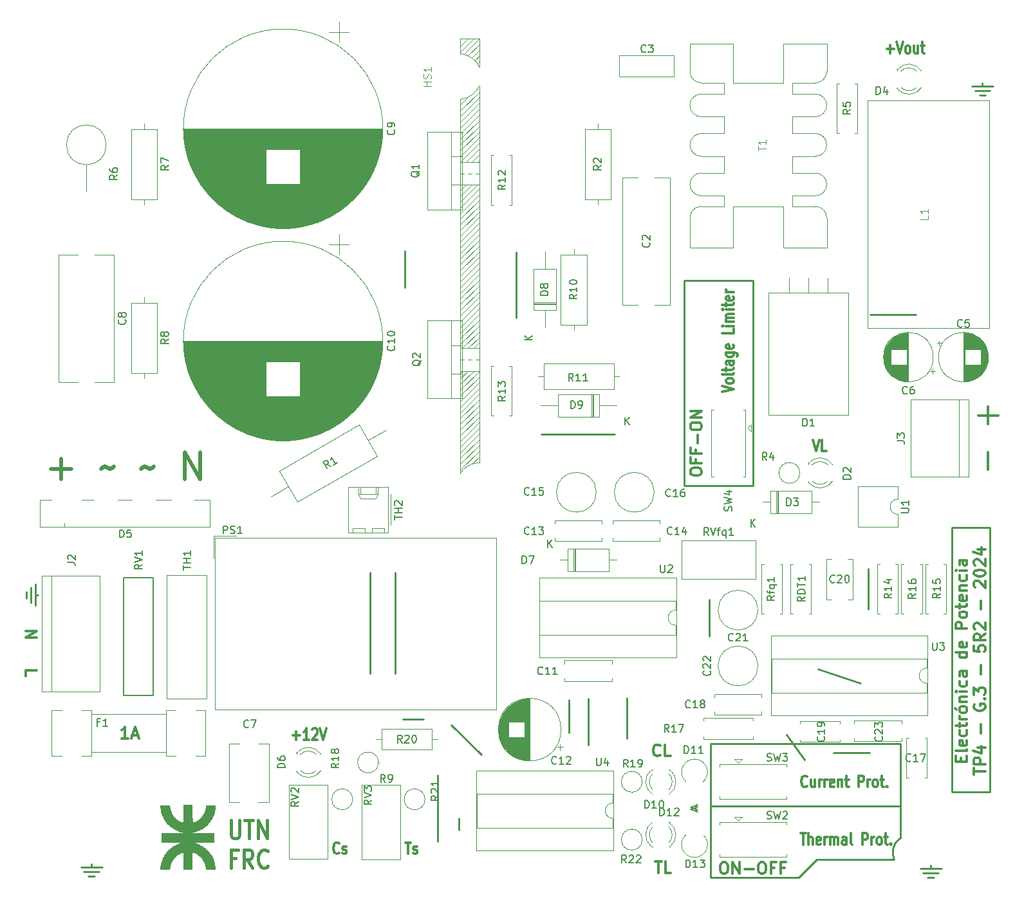
<source format=gbr>
%TF.GenerationSoftware,KiCad,Pcbnew,8.0.0*%
%TF.CreationDate,2024-06-30T22:05:54-03:00*%
%TF.ProjectId,tp4potencia,74703470-6f74-4656-9e63-69612e6b6963,0.4*%
%TF.SameCoordinates,Original*%
%TF.FileFunction,Legend,Top*%
%TF.FilePolarity,Positive*%
%FSLAX46Y46*%
G04 Gerber Fmt 4.6, Leading zero omitted, Abs format (unit mm)*
G04 Created by KiCad (PCBNEW 8.0.0) date 2024-06-30 22:05:54*
%MOMM*%
%LPD*%
G01*
G04 APERTURE LIST*
%ADD10C,0.250000*%
%ADD11C,0.000000*%
%ADD12C,0.300000*%
%ADD13C,0.450000*%
%ADD14C,0.500000*%
%ADD15C,0.150000*%
%ADD16C,0.100000*%
%ADD17C,0.120000*%
G04 APERTURE END LIST*
D10*
X185300000Y-140800000D02*
X187700000Y-138400000D01*
X173535000Y-104177000D02*
X173535000Y-109003000D01*
X209500000Y-36600000D02*
X208100000Y-36600000D01*
X189918000Y-124370000D02*
X194617000Y-124370000D01*
X173700000Y-140800000D02*
X185300000Y-140800000D01*
X197869234Y-138371678D02*
G75*
G02*
X198700003Y-135600002I2130766J871678D01*
G01*
X137848000Y-136054000D02*
X137848000Y-127291000D01*
X84900000Y-103600000D02*
X84900000Y-102200000D01*
X203100000Y-140800000D02*
X202300000Y-140800000D01*
X92300000Y-139400000D02*
X90900000Y-139400000D01*
X140642000Y-133006000D02*
X140642000Y-134530000D01*
X92300000Y-140000000D02*
X91300000Y-140000000D01*
X202700000Y-139600000D02*
X201300000Y-139600000D01*
X135943000Y-119925000D02*
X133276000Y-119925000D01*
X83700000Y-104000000D02*
X83700000Y-103200000D01*
X84300000Y-102600000D02*
X84300000Y-104600000D01*
X201300000Y-139600000D02*
X204100000Y-139600000D01*
X198700000Y-131400000D02*
X198700000Y-135600000D01*
X162740000Y-117131000D02*
X162740000Y-122465000D01*
X187700000Y-138400000D02*
X195700000Y-138400000D01*
X91300000Y-140000000D02*
X93300000Y-140000000D01*
X157660000Y-123354000D02*
X157660000Y-117258000D01*
X92300000Y-139000000D02*
X92300000Y-139400000D01*
X84900000Y-102200000D02*
X84900000Y-105000000D01*
X148135000Y-58457000D02*
X148135000Y-67093000D01*
X187886000Y-113321000D02*
X193474000Y-115226000D01*
X85300000Y-103600000D02*
X84900000Y-103600000D01*
X194744000Y-66712000D02*
X200713000Y-66712000D01*
X133530000Y-58330000D02*
X133530000Y-63156000D01*
X183695000Y-121957000D02*
X186108000Y-125259000D01*
X173700000Y-131400000D02*
X173700000Y-140800000D01*
X209900000Y-37800000D02*
X209100000Y-37800000D01*
X155120000Y-117385000D02*
X155120000Y-121703000D01*
X84300000Y-103600000D02*
X84300000Y-102600000D01*
X194490000Y-100113000D02*
X194490000Y-105447000D01*
X139626000Y-120687000D02*
X143563000Y-124624000D01*
X202700000Y-140200000D02*
X201700000Y-140200000D01*
X128958000Y-100621000D02*
X128958000Y-113956000D01*
X205500000Y-94750000D02*
X210500000Y-94750000D01*
X210500000Y-129500000D01*
X205500000Y-129500000D01*
X205500000Y-94750000D01*
X197869232Y-138371678D02*
X195700000Y-138400000D01*
X132260000Y-113956000D02*
X132260000Y-100621000D01*
X208500000Y-37200000D02*
X210500000Y-37200000D01*
X202700000Y-139200000D02*
X202700000Y-139600000D01*
X170300000Y-62200000D02*
X179300000Y-62200000D01*
X179300000Y-89200000D01*
X170300000Y-89200000D01*
X170300000Y-62200000D01*
X209500000Y-36200000D02*
X209500000Y-36600000D01*
X151437000Y-82460000D02*
X161089000Y-82460000D01*
X173700000Y-123200000D02*
X198700000Y-123200000D01*
X198700000Y-131400000D01*
X173700000Y-131400000D01*
X173700000Y-123200000D01*
D11*
G36*
X105619125Y-132388251D02*
G01*
X105619773Y-132645909D01*
X105621661Y-132875249D01*
X105624706Y-133074410D01*
X105628827Y-133241532D01*
X105633939Y-133374754D01*
X105639961Y-133472215D01*
X105643287Y-133506955D01*
X105646810Y-133532057D01*
X105650519Y-133547288D01*
X105652440Y-133551130D01*
X105654403Y-133552417D01*
X105658602Y-133552051D01*
X105664511Y-133550977D01*
X105681027Y-133546850D01*
X105703082Y-133540325D01*
X105729809Y-133531691D01*
X105760340Y-133521239D01*
X105793805Y-133509257D01*
X105829338Y-133496035D01*
X105866070Y-133481862D01*
X105961056Y-133441235D01*
X106055288Y-133394970D01*
X106148425Y-133343382D01*
X106240124Y-133286787D01*
X106330047Y-133225499D01*
X106417850Y-133159835D01*
X106503194Y-133090109D01*
X106585736Y-133016636D01*
X106665137Y-132939732D01*
X106741055Y-132859712D01*
X106813149Y-132776891D01*
X106881078Y-132691584D01*
X106944500Y-132604107D01*
X107003075Y-132514775D01*
X107056462Y-132423903D01*
X107104320Y-132331806D01*
X107130308Y-132276007D01*
X107155294Y-132218621D01*
X107179183Y-132159964D01*
X107201885Y-132100351D01*
X107223305Y-132040097D01*
X107243350Y-131979517D01*
X107261928Y-131918928D01*
X107278945Y-131858643D01*
X107294308Y-131798978D01*
X107307925Y-131740249D01*
X107319702Y-131682770D01*
X107329546Y-131626857D01*
X107337365Y-131572825D01*
X107343065Y-131520989D01*
X107346553Y-131471665D01*
X107347736Y-131425167D01*
X107347736Y-131294640D01*
X108660070Y-131294640D01*
X108635375Y-131583917D01*
X108620125Y-131727012D01*
X108599570Y-131868486D01*
X108573801Y-132008231D01*
X108542909Y-132146136D01*
X108506983Y-132282090D01*
X108466114Y-132415983D01*
X108420393Y-132547704D01*
X108369910Y-132677142D01*
X108314755Y-132804189D01*
X108255019Y-132928732D01*
X108190793Y-133050661D01*
X108122166Y-133169867D01*
X108049230Y-133286238D01*
X107972074Y-133399664D01*
X107890789Y-133510035D01*
X107805466Y-133617240D01*
X107716194Y-133721169D01*
X107623065Y-133821711D01*
X107526169Y-133918756D01*
X107425596Y-134012193D01*
X107321436Y-134101912D01*
X107213781Y-134187802D01*
X107102720Y-134269754D01*
X106988344Y-134347655D01*
X106870744Y-134421397D01*
X106750009Y-134490869D01*
X106626230Y-134555960D01*
X106499499Y-134616559D01*
X106369904Y-134672556D01*
X106237537Y-134723842D01*
X106102488Y-134770304D01*
X105964847Y-134811834D01*
X105895298Y-134831753D01*
X105830461Y-134851466D01*
X105771743Y-134870435D01*
X105720549Y-134888122D01*
X105698213Y-134896317D01*
X105678284Y-134903990D01*
X105660940Y-134911074D01*
X105646355Y-134917502D01*
X105634706Y-134923206D01*
X105626167Y-134928120D01*
X105623119Y-134930259D01*
X105620915Y-134932175D01*
X105619576Y-134933861D01*
X105619125Y-134935306D01*
X105648415Y-134940570D01*
X105732400Y-134945669D01*
X106041136Y-134954709D01*
X106498699Y-134961103D01*
X107058458Y-134963528D01*
X108494264Y-134963528D01*
X108483681Y-135598529D01*
X108473098Y-136233528D01*
X107196042Y-136237057D01*
X105918986Y-136237057D01*
X106204736Y-136335834D01*
X106342292Y-136386690D01*
X106407608Y-136412845D01*
X106471084Y-136439738D01*
X106533071Y-136467561D01*
X106593922Y-136496506D01*
X106653987Y-136526764D01*
X106713618Y-136558525D01*
X106773167Y-136591981D01*
X106832984Y-136627324D01*
X106893421Y-136664743D01*
X106954830Y-136704432D01*
X107081968Y-136791379D01*
X107217209Y-136889695D01*
X107365142Y-137007303D01*
X107505887Y-137132388D01*
X107639283Y-137264657D01*
X107765172Y-137403813D01*
X107883391Y-137549564D01*
X107993781Y-137701614D01*
X108096182Y-137859669D01*
X108190434Y-138023434D01*
X108276377Y-138192615D01*
X108353849Y-138366917D01*
X108422692Y-138546046D01*
X108482744Y-138729707D01*
X108533846Y-138917605D01*
X108575838Y-139109446D01*
X108608558Y-139304935D01*
X108631848Y-139503778D01*
X108656542Y-139761306D01*
X107347736Y-139761306D01*
X107347736Y-139644889D01*
X107344271Y-139569444D01*
X107335396Y-139489130D01*
X107321405Y-139404702D01*
X107302592Y-139316916D01*
X107279252Y-139226526D01*
X107251680Y-139134285D01*
X107220171Y-139040949D01*
X107185018Y-138947271D01*
X107146516Y-138854007D01*
X107104961Y-138761911D01*
X107060645Y-138671738D01*
X107013865Y-138584241D01*
X106964915Y-138500175D01*
X106914088Y-138420296D01*
X106861681Y-138345356D01*
X106807986Y-138276112D01*
X106757680Y-138217714D01*
X106702366Y-138159172D01*
X106642578Y-138100836D01*
X106578846Y-138043058D01*
X106511704Y-137986190D01*
X106441683Y-137930583D01*
X106369316Y-137876588D01*
X106295136Y-137824556D01*
X106219673Y-137774840D01*
X106143462Y-137727790D01*
X106067033Y-137683759D01*
X105990920Y-137643096D01*
X105915654Y-137606154D01*
X105841768Y-137573285D01*
X105769794Y-137544839D01*
X105700264Y-137521167D01*
X105619125Y-137500000D01*
X105619125Y-139796584D01*
X104384403Y-139796584D01*
X104384403Y-137500000D01*
X104306792Y-137521167D01*
X104269988Y-137533200D01*
X104229980Y-137547977D01*
X104187202Y-137565265D01*
X104142089Y-137584833D01*
X104046591Y-137629874D01*
X103946959Y-137681240D01*
X103846665Y-137737071D01*
X103749183Y-137795507D01*
X103657984Y-137854687D01*
X103615826Y-137883975D01*
X103576542Y-137912751D01*
X103485551Y-137985191D01*
X103397955Y-138063322D01*
X103314008Y-138146713D01*
X103233962Y-138234936D01*
X103158070Y-138327562D01*
X103086587Y-138424161D01*
X103019765Y-138524306D01*
X102957858Y-138627567D01*
X102901118Y-138733515D01*
X102849799Y-138841721D01*
X102804154Y-138951756D01*
X102764436Y-139063192D01*
X102730899Y-139175600D01*
X102703796Y-139288550D01*
X102683379Y-139401613D01*
X102669903Y-139514362D01*
X102645209Y-139761306D01*
X101339931Y-139761306D01*
X101368153Y-139472029D01*
X101382174Y-139338649D01*
X101401031Y-139206473D01*
X101424640Y-139075608D01*
X101452916Y-138946162D01*
X101485776Y-138818244D01*
X101523136Y-138691960D01*
X101564911Y-138567419D01*
X101611018Y-138444729D01*
X101661373Y-138323997D01*
X101715892Y-138205332D01*
X101837086Y-137974632D01*
X101973926Y-137753492D01*
X102125743Y-137542775D01*
X102291864Y-137343345D01*
X102471617Y-137156063D01*
X102664330Y-136981794D01*
X102765337Y-136899808D01*
X102869333Y-136821400D01*
X102976232Y-136746675D01*
X103085952Y-136675743D01*
X103198408Y-136608712D01*
X103313516Y-136545688D01*
X103431192Y-136486781D01*
X103551353Y-136432097D01*
X103673914Y-136381746D01*
X103798792Y-136335834D01*
X104084542Y-136233528D01*
X101526903Y-136233528D01*
X101526903Y-134963528D01*
X102955653Y-134963528D01*
X103510782Y-134961103D01*
X103965038Y-134954709D01*
X104139767Y-134950437D01*
X104271790Y-134945669D01*
X104355278Y-134940570D01*
X104377000Y-134937948D01*
X104384403Y-134935306D01*
X104384023Y-134933561D01*
X104382897Y-134931636D01*
X104378477Y-134927279D01*
X104371287Y-134922291D01*
X104361472Y-134916730D01*
X104334545Y-134904114D01*
X104298854Y-134889886D01*
X104255556Y-134874500D01*
X104205809Y-134858412D01*
X104150770Y-134842075D01*
X104091598Y-134825945D01*
X103814244Y-134740934D01*
X103547582Y-134635996D01*
X103292383Y-134512042D01*
X103049415Y-134369980D01*
X102819449Y-134210720D01*
X102603254Y-134035172D01*
X102401601Y-133844244D01*
X102215261Y-133638848D01*
X102045001Y-133419891D01*
X101891594Y-133188285D01*
X101755808Y-132944937D01*
X101638414Y-132690758D01*
X101540181Y-132426657D01*
X101461880Y-132153543D01*
X101404281Y-131872327D01*
X101368153Y-131583917D01*
X101343458Y-131294640D01*
X102655792Y-131294640D01*
X102655792Y-131425167D01*
X102657017Y-131473569D01*
X102660629Y-131524648D01*
X102666535Y-131578104D01*
X102674643Y-131633637D01*
X102684860Y-131690948D01*
X102697092Y-131749737D01*
X102711246Y-131809704D01*
X102727229Y-131870549D01*
X102744949Y-131931974D01*
X102764312Y-131993677D01*
X102785226Y-132055360D01*
X102807596Y-132116722D01*
X102831331Y-132177464D01*
X102856338Y-132237287D01*
X102882522Y-132295889D01*
X102909792Y-132352973D01*
X102949495Y-132428724D01*
X102994252Y-132504888D01*
X103043660Y-132581052D01*
X103097315Y-132656803D01*
X103154816Y-132731727D01*
X103215758Y-132805410D01*
X103279738Y-132877440D01*
X103346354Y-132947403D01*
X103415203Y-133014886D01*
X103485881Y-133079475D01*
X103557985Y-133140756D01*
X103631112Y-133198317D01*
X103704860Y-133251743D01*
X103778824Y-133300622D01*
X103852602Y-133344540D01*
X103925792Y-133383084D01*
X103980617Y-133410445D01*
X104035649Y-133436607D01*
X104089441Y-133461033D01*
X104140545Y-133483185D01*
X104187516Y-133502525D01*
X104228905Y-133518517D01*
X104263267Y-133530623D01*
X104277360Y-133535051D01*
X104289153Y-133538306D01*
X104384403Y-133559473D01*
X104384403Y-131224084D01*
X105619125Y-131224084D01*
X105619125Y-132388251D01*
G37*
D10*
X209500000Y-37200000D02*
X208500000Y-37200000D01*
X208100000Y-36600000D02*
X210900000Y-36600000D01*
X201700000Y-140200000D02*
X203700000Y-140200000D01*
X90900000Y-139400000D02*
X93700000Y-139400000D01*
X92700000Y-140600000D02*
X91900000Y-140600000D01*
D12*
X83621671Y-108371428D02*
X85121671Y-108371428D01*
X85121671Y-108371428D02*
X83621671Y-109228571D01*
X83621671Y-109228571D02*
X85121671Y-109228571D01*
X171078328Y-87528571D02*
X171078328Y-87242857D01*
X171078328Y-87242857D02*
X171149757Y-87100000D01*
X171149757Y-87100000D02*
X171292614Y-86957143D01*
X171292614Y-86957143D02*
X171578328Y-86885714D01*
X171578328Y-86885714D02*
X172078328Y-86885714D01*
X172078328Y-86885714D02*
X172364042Y-86957143D01*
X172364042Y-86957143D02*
X172506900Y-87100000D01*
X172506900Y-87100000D02*
X172578328Y-87242857D01*
X172578328Y-87242857D02*
X172578328Y-87528571D01*
X172578328Y-87528571D02*
X172506900Y-87671429D01*
X172506900Y-87671429D02*
X172364042Y-87814286D01*
X172364042Y-87814286D02*
X172078328Y-87885714D01*
X172078328Y-87885714D02*
X171578328Y-87885714D01*
X171578328Y-87885714D02*
X171292614Y-87814286D01*
X171292614Y-87814286D02*
X171149757Y-87671429D01*
X171149757Y-87671429D02*
X171078328Y-87528571D01*
X171792614Y-85742857D02*
X171792614Y-86242857D01*
X172578328Y-86242857D02*
X171078328Y-86242857D01*
X171078328Y-86242857D02*
X171078328Y-85528571D01*
X171792614Y-84457143D02*
X171792614Y-84957143D01*
X172578328Y-84957143D02*
X171078328Y-84957143D01*
X171078328Y-84957143D02*
X171078328Y-84242857D01*
X172006900Y-83671429D02*
X172006900Y-82528572D01*
X171078328Y-81528571D02*
X171078328Y-81242857D01*
X171078328Y-81242857D02*
X171149757Y-81100000D01*
X171149757Y-81100000D02*
X171292614Y-80957143D01*
X171292614Y-80957143D02*
X171578328Y-80885714D01*
X171578328Y-80885714D02*
X172078328Y-80885714D01*
X172078328Y-80885714D02*
X172364042Y-80957143D01*
X172364042Y-80957143D02*
X172506900Y-81100000D01*
X172506900Y-81100000D02*
X172578328Y-81242857D01*
X172578328Y-81242857D02*
X172578328Y-81528571D01*
X172578328Y-81528571D02*
X172506900Y-81671429D01*
X172506900Y-81671429D02*
X172364042Y-81814286D01*
X172364042Y-81814286D02*
X172078328Y-81885714D01*
X172078328Y-81885714D02*
X171578328Y-81885714D01*
X171578328Y-81885714D02*
X171292614Y-81814286D01*
X171292614Y-81814286D02*
X171149757Y-81671429D01*
X171149757Y-81671429D02*
X171078328Y-81528571D01*
X172578328Y-80242857D02*
X171078328Y-80242857D01*
X171078328Y-80242857D02*
X172578328Y-79385714D01*
X172578328Y-79385714D02*
X171078328Y-79385714D01*
X133611653Y-136178328D02*
X134297368Y-136178328D01*
X133954510Y-137678328D02*
X133954510Y-136178328D01*
X134640225Y-137606900D02*
X134754511Y-137678328D01*
X134754511Y-137678328D02*
X134983082Y-137678328D01*
X134983082Y-137678328D02*
X135097368Y-137606900D01*
X135097368Y-137606900D02*
X135154511Y-137464042D01*
X135154511Y-137464042D02*
X135154511Y-137392614D01*
X135154511Y-137392614D02*
X135097368Y-137249757D01*
X135097368Y-137249757D02*
X134983082Y-137178328D01*
X134983082Y-137178328D02*
X134811654Y-137178328D01*
X134811654Y-137178328D02*
X134697368Y-137106900D01*
X134697368Y-137106900D02*
X134640225Y-136964042D01*
X134640225Y-136964042D02*
X134640225Y-136892614D01*
X134640225Y-136892614D02*
X134697368Y-136749757D01*
X134697368Y-136749757D02*
X134811654Y-136678328D01*
X134811654Y-136678328D02*
X134983082Y-136678328D01*
X134983082Y-136678328D02*
X135097368Y-136749757D01*
X97085715Y-122478328D02*
X96228572Y-122478328D01*
X96657143Y-122478328D02*
X96657143Y-120978328D01*
X96657143Y-120978328D02*
X96514286Y-121192614D01*
X96514286Y-121192614D02*
X96371429Y-121335471D01*
X96371429Y-121335471D02*
X96228572Y-121406900D01*
X97657143Y-122049757D02*
X98371429Y-122049757D01*
X97514286Y-122478328D02*
X98014286Y-120978328D01*
X98014286Y-120978328D02*
X98514286Y-122478328D01*
X206685156Y-125499999D02*
X206685156Y-124999999D01*
X207470870Y-124785713D02*
X207470870Y-125499999D01*
X207470870Y-125499999D02*
X205970870Y-125499999D01*
X205970870Y-125499999D02*
X205970870Y-124785713D01*
X207470870Y-123928570D02*
X207399442Y-124071427D01*
X207399442Y-124071427D02*
X207256584Y-124142856D01*
X207256584Y-124142856D02*
X205970870Y-124142856D01*
X207399442Y-122785713D02*
X207470870Y-122928570D01*
X207470870Y-122928570D02*
X207470870Y-123214285D01*
X207470870Y-123214285D02*
X207399442Y-123357142D01*
X207399442Y-123357142D02*
X207256584Y-123428570D01*
X207256584Y-123428570D02*
X206685156Y-123428570D01*
X206685156Y-123428570D02*
X206542299Y-123357142D01*
X206542299Y-123357142D02*
X206470870Y-123214285D01*
X206470870Y-123214285D02*
X206470870Y-122928570D01*
X206470870Y-122928570D02*
X206542299Y-122785713D01*
X206542299Y-122785713D02*
X206685156Y-122714285D01*
X206685156Y-122714285D02*
X206828013Y-122714285D01*
X206828013Y-122714285D02*
X206970870Y-123428570D01*
X207399442Y-121428571D02*
X207470870Y-121571428D01*
X207470870Y-121571428D02*
X207470870Y-121857142D01*
X207470870Y-121857142D02*
X207399442Y-121999999D01*
X207399442Y-121999999D02*
X207328013Y-122071428D01*
X207328013Y-122071428D02*
X207185156Y-122142856D01*
X207185156Y-122142856D02*
X206756584Y-122142856D01*
X206756584Y-122142856D02*
X206613727Y-122071428D01*
X206613727Y-122071428D02*
X206542299Y-121999999D01*
X206542299Y-121999999D02*
X206470870Y-121857142D01*
X206470870Y-121857142D02*
X206470870Y-121571428D01*
X206470870Y-121571428D02*
X206542299Y-121428571D01*
X206470870Y-120999999D02*
X206470870Y-120428571D01*
X205970870Y-120785714D02*
X207256584Y-120785714D01*
X207256584Y-120785714D02*
X207399442Y-120714285D01*
X207399442Y-120714285D02*
X207470870Y-120571428D01*
X207470870Y-120571428D02*
X207470870Y-120428571D01*
X207470870Y-119928571D02*
X206470870Y-119928571D01*
X206756584Y-119928571D02*
X206613727Y-119857142D01*
X206613727Y-119857142D02*
X206542299Y-119785714D01*
X206542299Y-119785714D02*
X206470870Y-119642856D01*
X206470870Y-119642856D02*
X206470870Y-119499999D01*
X207470870Y-118785714D02*
X207399442Y-118928571D01*
X207399442Y-118928571D02*
X207328013Y-119000000D01*
X207328013Y-119000000D02*
X207185156Y-119071428D01*
X207185156Y-119071428D02*
X206756584Y-119071428D01*
X206756584Y-119071428D02*
X206613727Y-119000000D01*
X206613727Y-119000000D02*
X206542299Y-118928571D01*
X206542299Y-118928571D02*
X206470870Y-118785714D01*
X206470870Y-118785714D02*
X206470870Y-118571428D01*
X206470870Y-118571428D02*
X206542299Y-118428571D01*
X206542299Y-118428571D02*
X206613727Y-118357143D01*
X206613727Y-118357143D02*
X206756584Y-118285714D01*
X206756584Y-118285714D02*
X207185156Y-118285714D01*
X207185156Y-118285714D02*
X207328013Y-118357143D01*
X207328013Y-118357143D02*
X207399442Y-118428571D01*
X207399442Y-118428571D02*
X207470870Y-118571428D01*
X207470870Y-118571428D02*
X207470870Y-118785714D01*
X205899442Y-118500000D02*
X206113727Y-118714285D01*
X206470870Y-117642857D02*
X207470870Y-117642857D01*
X206613727Y-117642857D02*
X206542299Y-117571428D01*
X206542299Y-117571428D02*
X206470870Y-117428571D01*
X206470870Y-117428571D02*
X206470870Y-117214285D01*
X206470870Y-117214285D02*
X206542299Y-117071428D01*
X206542299Y-117071428D02*
X206685156Y-117000000D01*
X206685156Y-117000000D02*
X207470870Y-117000000D01*
X207470870Y-116285714D02*
X206470870Y-116285714D01*
X205970870Y-116285714D02*
X206042299Y-116357142D01*
X206042299Y-116357142D02*
X206113727Y-116285714D01*
X206113727Y-116285714D02*
X206042299Y-116214285D01*
X206042299Y-116214285D02*
X205970870Y-116285714D01*
X205970870Y-116285714D02*
X206113727Y-116285714D01*
X207399442Y-114928571D02*
X207470870Y-115071428D01*
X207470870Y-115071428D02*
X207470870Y-115357142D01*
X207470870Y-115357142D02*
X207399442Y-115499999D01*
X207399442Y-115499999D02*
X207328013Y-115571428D01*
X207328013Y-115571428D02*
X207185156Y-115642856D01*
X207185156Y-115642856D02*
X206756584Y-115642856D01*
X206756584Y-115642856D02*
X206613727Y-115571428D01*
X206613727Y-115571428D02*
X206542299Y-115499999D01*
X206542299Y-115499999D02*
X206470870Y-115357142D01*
X206470870Y-115357142D02*
X206470870Y-115071428D01*
X206470870Y-115071428D02*
X206542299Y-114928571D01*
X207470870Y-113642857D02*
X206685156Y-113642857D01*
X206685156Y-113642857D02*
X206542299Y-113714285D01*
X206542299Y-113714285D02*
X206470870Y-113857142D01*
X206470870Y-113857142D02*
X206470870Y-114142857D01*
X206470870Y-114142857D02*
X206542299Y-114285714D01*
X207399442Y-113642857D02*
X207470870Y-113785714D01*
X207470870Y-113785714D02*
X207470870Y-114142857D01*
X207470870Y-114142857D02*
X207399442Y-114285714D01*
X207399442Y-114285714D02*
X207256584Y-114357142D01*
X207256584Y-114357142D02*
X207113727Y-114357142D01*
X207113727Y-114357142D02*
X206970870Y-114285714D01*
X206970870Y-114285714D02*
X206899442Y-114142857D01*
X206899442Y-114142857D02*
X206899442Y-113785714D01*
X206899442Y-113785714D02*
X206828013Y-113642857D01*
X207470870Y-111142857D02*
X205970870Y-111142857D01*
X207399442Y-111142857D02*
X207470870Y-111285714D01*
X207470870Y-111285714D02*
X207470870Y-111571428D01*
X207470870Y-111571428D02*
X207399442Y-111714285D01*
X207399442Y-111714285D02*
X207328013Y-111785714D01*
X207328013Y-111785714D02*
X207185156Y-111857142D01*
X207185156Y-111857142D02*
X206756584Y-111857142D01*
X206756584Y-111857142D02*
X206613727Y-111785714D01*
X206613727Y-111785714D02*
X206542299Y-111714285D01*
X206542299Y-111714285D02*
X206470870Y-111571428D01*
X206470870Y-111571428D02*
X206470870Y-111285714D01*
X206470870Y-111285714D02*
X206542299Y-111142857D01*
X207399442Y-109857142D02*
X207470870Y-109999999D01*
X207470870Y-109999999D02*
X207470870Y-110285714D01*
X207470870Y-110285714D02*
X207399442Y-110428571D01*
X207399442Y-110428571D02*
X207256584Y-110499999D01*
X207256584Y-110499999D02*
X206685156Y-110499999D01*
X206685156Y-110499999D02*
X206542299Y-110428571D01*
X206542299Y-110428571D02*
X206470870Y-110285714D01*
X206470870Y-110285714D02*
X206470870Y-109999999D01*
X206470870Y-109999999D02*
X206542299Y-109857142D01*
X206542299Y-109857142D02*
X206685156Y-109785714D01*
X206685156Y-109785714D02*
X206828013Y-109785714D01*
X206828013Y-109785714D02*
X206970870Y-110499999D01*
X207470870Y-108000000D02*
X205970870Y-108000000D01*
X205970870Y-108000000D02*
X205970870Y-107428571D01*
X205970870Y-107428571D02*
X206042299Y-107285714D01*
X206042299Y-107285714D02*
X206113727Y-107214285D01*
X206113727Y-107214285D02*
X206256584Y-107142857D01*
X206256584Y-107142857D02*
X206470870Y-107142857D01*
X206470870Y-107142857D02*
X206613727Y-107214285D01*
X206613727Y-107214285D02*
X206685156Y-107285714D01*
X206685156Y-107285714D02*
X206756584Y-107428571D01*
X206756584Y-107428571D02*
X206756584Y-108000000D01*
X207470870Y-106285714D02*
X207399442Y-106428571D01*
X207399442Y-106428571D02*
X207328013Y-106500000D01*
X207328013Y-106500000D02*
X207185156Y-106571428D01*
X207185156Y-106571428D02*
X206756584Y-106571428D01*
X206756584Y-106571428D02*
X206613727Y-106500000D01*
X206613727Y-106500000D02*
X206542299Y-106428571D01*
X206542299Y-106428571D02*
X206470870Y-106285714D01*
X206470870Y-106285714D02*
X206470870Y-106071428D01*
X206470870Y-106071428D02*
X206542299Y-105928571D01*
X206542299Y-105928571D02*
X206613727Y-105857143D01*
X206613727Y-105857143D02*
X206756584Y-105785714D01*
X206756584Y-105785714D02*
X207185156Y-105785714D01*
X207185156Y-105785714D02*
X207328013Y-105857143D01*
X207328013Y-105857143D02*
X207399442Y-105928571D01*
X207399442Y-105928571D02*
X207470870Y-106071428D01*
X207470870Y-106071428D02*
X207470870Y-106285714D01*
X206470870Y-105357142D02*
X206470870Y-104785714D01*
X205970870Y-105142857D02*
X207256584Y-105142857D01*
X207256584Y-105142857D02*
X207399442Y-105071428D01*
X207399442Y-105071428D02*
X207470870Y-104928571D01*
X207470870Y-104928571D02*
X207470870Y-104785714D01*
X207399442Y-103714285D02*
X207470870Y-103857142D01*
X207470870Y-103857142D02*
X207470870Y-104142857D01*
X207470870Y-104142857D02*
X207399442Y-104285714D01*
X207399442Y-104285714D02*
X207256584Y-104357142D01*
X207256584Y-104357142D02*
X206685156Y-104357142D01*
X206685156Y-104357142D02*
X206542299Y-104285714D01*
X206542299Y-104285714D02*
X206470870Y-104142857D01*
X206470870Y-104142857D02*
X206470870Y-103857142D01*
X206470870Y-103857142D02*
X206542299Y-103714285D01*
X206542299Y-103714285D02*
X206685156Y-103642857D01*
X206685156Y-103642857D02*
X206828013Y-103642857D01*
X206828013Y-103642857D02*
X206970870Y-104357142D01*
X206470870Y-103000000D02*
X207470870Y-103000000D01*
X206613727Y-103000000D02*
X206542299Y-102928571D01*
X206542299Y-102928571D02*
X206470870Y-102785714D01*
X206470870Y-102785714D02*
X206470870Y-102571428D01*
X206470870Y-102571428D02*
X206542299Y-102428571D01*
X206542299Y-102428571D02*
X206685156Y-102357143D01*
X206685156Y-102357143D02*
X207470870Y-102357143D01*
X207399442Y-101000000D02*
X207470870Y-101142857D01*
X207470870Y-101142857D02*
X207470870Y-101428571D01*
X207470870Y-101428571D02*
X207399442Y-101571428D01*
X207399442Y-101571428D02*
X207328013Y-101642857D01*
X207328013Y-101642857D02*
X207185156Y-101714285D01*
X207185156Y-101714285D02*
X206756584Y-101714285D01*
X206756584Y-101714285D02*
X206613727Y-101642857D01*
X206613727Y-101642857D02*
X206542299Y-101571428D01*
X206542299Y-101571428D02*
X206470870Y-101428571D01*
X206470870Y-101428571D02*
X206470870Y-101142857D01*
X206470870Y-101142857D02*
X206542299Y-101000000D01*
X207470870Y-100357143D02*
X206470870Y-100357143D01*
X205970870Y-100357143D02*
X206042299Y-100428571D01*
X206042299Y-100428571D02*
X206113727Y-100357143D01*
X206113727Y-100357143D02*
X206042299Y-100285714D01*
X206042299Y-100285714D02*
X205970870Y-100357143D01*
X205970870Y-100357143D02*
X206113727Y-100357143D01*
X207470870Y-99000000D02*
X206685156Y-99000000D01*
X206685156Y-99000000D02*
X206542299Y-99071428D01*
X206542299Y-99071428D02*
X206470870Y-99214285D01*
X206470870Y-99214285D02*
X206470870Y-99500000D01*
X206470870Y-99500000D02*
X206542299Y-99642857D01*
X207399442Y-99000000D02*
X207470870Y-99142857D01*
X207470870Y-99142857D02*
X207470870Y-99500000D01*
X207470870Y-99500000D02*
X207399442Y-99642857D01*
X207399442Y-99642857D02*
X207256584Y-99714285D01*
X207256584Y-99714285D02*
X207113727Y-99714285D01*
X207113727Y-99714285D02*
X206970870Y-99642857D01*
X206970870Y-99642857D02*
X206899442Y-99500000D01*
X206899442Y-99500000D02*
X206899442Y-99142857D01*
X206899442Y-99142857D02*
X206828013Y-99000000D01*
X208385786Y-127214283D02*
X208385786Y-126357141D01*
X209885786Y-126785712D02*
X208385786Y-126785712D01*
X209885786Y-125857141D02*
X208385786Y-125857141D01*
X208385786Y-125857141D02*
X208385786Y-125285712D01*
X208385786Y-125285712D02*
X208457215Y-125142855D01*
X208457215Y-125142855D02*
X208528643Y-125071426D01*
X208528643Y-125071426D02*
X208671500Y-124999998D01*
X208671500Y-124999998D02*
X208885786Y-124999998D01*
X208885786Y-124999998D02*
X209028643Y-125071426D01*
X209028643Y-125071426D02*
X209100072Y-125142855D01*
X209100072Y-125142855D02*
X209171500Y-125285712D01*
X209171500Y-125285712D02*
X209171500Y-125857141D01*
X208885786Y-123714284D02*
X209885786Y-123714284D01*
X208314358Y-124071426D02*
X209385786Y-124428569D01*
X209385786Y-124428569D02*
X209385786Y-123499998D01*
X209314358Y-121785713D02*
X209314358Y-120642856D01*
X208457215Y-117999998D02*
X208385786Y-118142856D01*
X208385786Y-118142856D02*
X208385786Y-118357141D01*
X208385786Y-118357141D02*
X208457215Y-118571427D01*
X208457215Y-118571427D02*
X208600072Y-118714284D01*
X208600072Y-118714284D02*
X208742929Y-118785713D01*
X208742929Y-118785713D02*
X209028643Y-118857141D01*
X209028643Y-118857141D02*
X209242929Y-118857141D01*
X209242929Y-118857141D02*
X209528643Y-118785713D01*
X209528643Y-118785713D02*
X209671500Y-118714284D01*
X209671500Y-118714284D02*
X209814358Y-118571427D01*
X209814358Y-118571427D02*
X209885786Y-118357141D01*
X209885786Y-118357141D02*
X209885786Y-118214284D01*
X209885786Y-118214284D02*
X209814358Y-117999998D01*
X209814358Y-117999998D02*
X209742929Y-117928570D01*
X209742929Y-117928570D02*
X209242929Y-117928570D01*
X209242929Y-117928570D02*
X209242929Y-118214284D01*
X209742929Y-117285713D02*
X209814358Y-117214284D01*
X209814358Y-117214284D02*
X209885786Y-117285713D01*
X209885786Y-117285713D02*
X209814358Y-117357141D01*
X209814358Y-117357141D02*
X209742929Y-117285713D01*
X209742929Y-117285713D02*
X209885786Y-117285713D01*
X208385786Y-116714284D02*
X208385786Y-115785712D01*
X208385786Y-115785712D02*
X208957215Y-116285712D01*
X208957215Y-116285712D02*
X208957215Y-116071427D01*
X208957215Y-116071427D02*
X209028643Y-115928570D01*
X209028643Y-115928570D02*
X209100072Y-115857141D01*
X209100072Y-115857141D02*
X209242929Y-115785712D01*
X209242929Y-115785712D02*
X209600072Y-115785712D01*
X209600072Y-115785712D02*
X209742929Y-115857141D01*
X209742929Y-115857141D02*
X209814358Y-115928570D01*
X209814358Y-115928570D02*
X209885786Y-116071427D01*
X209885786Y-116071427D02*
X209885786Y-116499998D01*
X209885786Y-116499998D02*
X209814358Y-116642855D01*
X209814358Y-116642855D02*
X209742929Y-116714284D01*
X209314358Y-113999999D02*
X209314358Y-112857142D01*
X208385786Y-110285713D02*
X208385786Y-110999999D01*
X208385786Y-110999999D02*
X209100072Y-111071427D01*
X209100072Y-111071427D02*
X209028643Y-110999999D01*
X209028643Y-110999999D02*
X208957215Y-110857142D01*
X208957215Y-110857142D02*
X208957215Y-110499999D01*
X208957215Y-110499999D02*
X209028643Y-110357142D01*
X209028643Y-110357142D02*
X209100072Y-110285713D01*
X209100072Y-110285713D02*
X209242929Y-110214284D01*
X209242929Y-110214284D02*
X209600072Y-110214284D01*
X209600072Y-110214284D02*
X209742929Y-110285713D01*
X209742929Y-110285713D02*
X209814358Y-110357142D01*
X209814358Y-110357142D02*
X209885786Y-110499999D01*
X209885786Y-110499999D02*
X209885786Y-110857142D01*
X209885786Y-110857142D02*
X209814358Y-110999999D01*
X209814358Y-110999999D02*
X209742929Y-111071427D01*
X209885786Y-108714285D02*
X209171500Y-109214285D01*
X209885786Y-109571428D02*
X208385786Y-109571428D01*
X208385786Y-109571428D02*
X208385786Y-108999999D01*
X208385786Y-108999999D02*
X208457215Y-108857142D01*
X208457215Y-108857142D02*
X208528643Y-108785713D01*
X208528643Y-108785713D02*
X208671500Y-108714285D01*
X208671500Y-108714285D02*
X208885786Y-108714285D01*
X208885786Y-108714285D02*
X209028643Y-108785713D01*
X209028643Y-108785713D02*
X209100072Y-108857142D01*
X209100072Y-108857142D02*
X209171500Y-108999999D01*
X209171500Y-108999999D02*
X209171500Y-109571428D01*
X208528643Y-108142856D02*
X208457215Y-108071428D01*
X208457215Y-108071428D02*
X208385786Y-107928571D01*
X208385786Y-107928571D02*
X208385786Y-107571428D01*
X208385786Y-107571428D02*
X208457215Y-107428571D01*
X208457215Y-107428571D02*
X208528643Y-107357142D01*
X208528643Y-107357142D02*
X208671500Y-107285713D01*
X208671500Y-107285713D02*
X208814358Y-107285713D01*
X208814358Y-107285713D02*
X209028643Y-107357142D01*
X209028643Y-107357142D02*
X209885786Y-108214285D01*
X209885786Y-108214285D02*
X209885786Y-107285713D01*
X209314358Y-105500000D02*
X209314358Y-104357143D01*
X208528643Y-102571428D02*
X208457215Y-102500000D01*
X208457215Y-102500000D02*
X208385786Y-102357143D01*
X208385786Y-102357143D02*
X208385786Y-102000000D01*
X208385786Y-102000000D02*
X208457215Y-101857143D01*
X208457215Y-101857143D02*
X208528643Y-101785714D01*
X208528643Y-101785714D02*
X208671500Y-101714285D01*
X208671500Y-101714285D02*
X208814358Y-101714285D01*
X208814358Y-101714285D02*
X209028643Y-101785714D01*
X209028643Y-101785714D02*
X209885786Y-102642857D01*
X209885786Y-102642857D02*
X209885786Y-101714285D01*
X208385786Y-100785714D02*
X208385786Y-100642857D01*
X208385786Y-100642857D02*
X208457215Y-100500000D01*
X208457215Y-100500000D02*
X208528643Y-100428572D01*
X208528643Y-100428572D02*
X208671500Y-100357143D01*
X208671500Y-100357143D02*
X208957215Y-100285714D01*
X208957215Y-100285714D02*
X209314358Y-100285714D01*
X209314358Y-100285714D02*
X209600072Y-100357143D01*
X209600072Y-100357143D02*
X209742929Y-100428572D01*
X209742929Y-100428572D02*
X209814358Y-100500000D01*
X209814358Y-100500000D02*
X209885786Y-100642857D01*
X209885786Y-100642857D02*
X209885786Y-100785714D01*
X209885786Y-100785714D02*
X209814358Y-100928572D01*
X209814358Y-100928572D02*
X209742929Y-101000000D01*
X209742929Y-101000000D02*
X209600072Y-101071429D01*
X209600072Y-101071429D02*
X209314358Y-101142857D01*
X209314358Y-101142857D02*
X208957215Y-101142857D01*
X208957215Y-101142857D02*
X208671500Y-101071429D01*
X208671500Y-101071429D02*
X208528643Y-101000000D01*
X208528643Y-101000000D02*
X208457215Y-100928572D01*
X208457215Y-100928572D02*
X208385786Y-100785714D01*
X208528643Y-99714286D02*
X208457215Y-99642858D01*
X208457215Y-99642858D02*
X208385786Y-99500001D01*
X208385786Y-99500001D02*
X208385786Y-99142858D01*
X208385786Y-99142858D02*
X208457215Y-99000001D01*
X208457215Y-99000001D02*
X208528643Y-98928572D01*
X208528643Y-98928572D02*
X208671500Y-98857143D01*
X208671500Y-98857143D02*
X208814358Y-98857143D01*
X208814358Y-98857143D02*
X209028643Y-98928572D01*
X209028643Y-98928572D02*
X209885786Y-99785715D01*
X209885786Y-99785715D02*
X209885786Y-98857143D01*
X208885786Y-97571430D02*
X209885786Y-97571430D01*
X208314358Y-97928572D02*
X209385786Y-98285715D01*
X209385786Y-98285715D02*
X209385786Y-97357144D01*
D13*
X110619047Y-133254952D02*
X110619047Y-135197809D01*
X110619047Y-135197809D02*
X110714285Y-135426381D01*
X110714285Y-135426381D02*
X110809523Y-135540667D01*
X110809523Y-135540667D02*
X110999999Y-135654952D01*
X110999999Y-135654952D02*
X111380952Y-135654952D01*
X111380952Y-135654952D02*
X111571428Y-135540667D01*
X111571428Y-135540667D02*
X111666666Y-135426381D01*
X111666666Y-135426381D02*
X111761904Y-135197809D01*
X111761904Y-135197809D02*
X111761904Y-133254952D01*
X112428571Y-133254952D02*
X113571428Y-133254952D01*
X112999999Y-135654952D02*
X112999999Y-133254952D01*
X114238095Y-135654952D02*
X114238095Y-133254952D01*
X114238095Y-133254952D02*
X115380952Y-135654952D01*
X115380952Y-135654952D02*
X115380952Y-133254952D01*
X111285714Y-138261675D02*
X110619047Y-138261675D01*
X110619047Y-139518818D02*
X110619047Y-137118818D01*
X110619047Y-137118818D02*
X111571428Y-137118818D01*
X113476190Y-139518818D02*
X112809523Y-138375961D01*
X112333333Y-139518818D02*
X112333333Y-137118818D01*
X112333333Y-137118818D02*
X113095238Y-137118818D01*
X113095238Y-137118818D02*
X113285714Y-137233104D01*
X113285714Y-137233104D02*
X113380952Y-137347390D01*
X113380952Y-137347390D02*
X113476190Y-137575961D01*
X113476190Y-137575961D02*
X113476190Y-137918818D01*
X113476190Y-137918818D02*
X113380952Y-138147390D01*
X113380952Y-138147390D02*
X113285714Y-138261675D01*
X113285714Y-138261675D02*
X113095238Y-138375961D01*
X113095238Y-138375961D02*
X112333333Y-138375961D01*
X115476190Y-139290247D02*
X115380952Y-139404533D01*
X115380952Y-139404533D02*
X115095238Y-139518818D01*
X115095238Y-139518818D02*
X114904762Y-139518818D01*
X114904762Y-139518818D02*
X114619047Y-139404533D01*
X114619047Y-139404533D02*
X114428571Y-139175961D01*
X114428571Y-139175961D02*
X114333333Y-138947390D01*
X114333333Y-138947390D02*
X114238095Y-138490247D01*
X114238095Y-138490247D02*
X114238095Y-138147390D01*
X114238095Y-138147390D02*
X114333333Y-137690247D01*
X114333333Y-137690247D02*
X114428571Y-137461675D01*
X114428571Y-137461675D02*
X114619047Y-137233104D01*
X114619047Y-137233104D02*
X114904762Y-137118818D01*
X114904762Y-137118818D02*
X115095238Y-137118818D01*
X115095238Y-137118818D02*
X115380952Y-137233104D01*
X115380952Y-137233104D02*
X115476190Y-137347390D01*
D12*
X186418796Y-128735471D02*
X186361653Y-128806900D01*
X186361653Y-128806900D02*
X186190225Y-128878328D01*
X186190225Y-128878328D02*
X186075939Y-128878328D01*
X186075939Y-128878328D02*
X185904510Y-128806900D01*
X185904510Y-128806900D02*
X185790225Y-128664042D01*
X185790225Y-128664042D02*
X185733082Y-128521185D01*
X185733082Y-128521185D02*
X185675939Y-128235471D01*
X185675939Y-128235471D02*
X185675939Y-128021185D01*
X185675939Y-128021185D02*
X185733082Y-127735471D01*
X185733082Y-127735471D02*
X185790225Y-127592614D01*
X185790225Y-127592614D02*
X185904510Y-127449757D01*
X185904510Y-127449757D02*
X186075939Y-127378328D01*
X186075939Y-127378328D02*
X186190225Y-127378328D01*
X186190225Y-127378328D02*
X186361653Y-127449757D01*
X186361653Y-127449757D02*
X186418796Y-127521185D01*
X187447368Y-127878328D02*
X187447368Y-128878328D01*
X186933082Y-127878328D02*
X186933082Y-128664042D01*
X186933082Y-128664042D02*
X186990225Y-128806900D01*
X186990225Y-128806900D02*
X187104510Y-128878328D01*
X187104510Y-128878328D02*
X187275939Y-128878328D01*
X187275939Y-128878328D02*
X187390225Y-128806900D01*
X187390225Y-128806900D02*
X187447368Y-128735471D01*
X188018796Y-128878328D02*
X188018796Y-127878328D01*
X188018796Y-128164042D02*
X188075939Y-128021185D01*
X188075939Y-128021185D02*
X188133082Y-127949757D01*
X188133082Y-127949757D02*
X188247367Y-127878328D01*
X188247367Y-127878328D02*
X188361653Y-127878328D01*
X188761653Y-128878328D02*
X188761653Y-127878328D01*
X188761653Y-128164042D02*
X188818796Y-128021185D01*
X188818796Y-128021185D02*
X188875939Y-127949757D01*
X188875939Y-127949757D02*
X188990224Y-127878328D01*
X188990224Y-127878328D02*
X189104510Y-127878328D01*
X189961653Y-128806900D02*
X189847367Y-128878328D01*
X189847367Y-128878328D02*
X189618796Y-128878328D01*
X189618796Y-128878328D02*
X189504510Y-128806900D01*
X189504510Y-128806900D02*
X189447367Y-128664042D01*
X189447367Y-128664042D02*
X189447367Y-128092614D01*
X189447367Y-128092614D02*
X189504510Y-127949757D01*
X189504510Y-127949757D02*
X189618796Y-127878328D01*
X189618796Y-127878328D02*
X189847367Y-127878328D01*
X189847367Y-127878328D02*
X189961653Y-127949757D01*
X189961653Y-127949757D02*
X190018796Y-128092614D01*
X190018796Y-128092614D02*
X190018796Y-128235471D01*
X190018796Y-128235471D02*
X189447367Y-128378328D01*
X190533081Y-127878328D02*
X190533081Y-128878328D01*
X190533081Y-128021185D02*
X190590224Y-127949757D01*
X190590224Y-127949757D02*
X190704509Y-127878328D01*
X190704509Y-127878328D02*
X190875938Y-127878328D01*
X190875938Y-127878328D02*
X190990224Y-127949757D01*
X190990224Y-127949757D02*
X191047367Y-128092614D01*
X191047367Y-128092614D02*
X191047367Y-128878328D01*
X191447366Y-127878328D02*
X191904509Y-127878328D01*
X191618795Y-127378328D02*
X191618795Y-128664042D01*
X191618795Y-128664042D02*
X191675938Y-128806900D01*
X191675938Y-128806900D02*
X191790223Y-128878328D01*
X191790223Y-128878328D02*
X191904509Y-128878328D01*
X193218795Y-128878328D02*
X193218795Y-127378328D01*
X193218795Y-127378328D02*
X193675938Y-127378328D01*
X193675938Y-127378328D02*
X193790223Y-127449757D01*
X193790223Y-127449757D02*
X193847366Y-127521185D01*
X193847366Y-127521185D02*
X193904509Y-127664042D01*
X193904509Y-127664042D02*
X193904509Y-127878328D01*
X193904509Y-127878328D02*
X193847366Y-128021185D01*
X193847366Y-128021185D02*
X193790223Y-128092614D01*
X193790223Y-128092614D02*
X193675938Y-128164042D01*
X193675938Y-128164042D02*
X193218795Y-128164042D01*
X194418795Y-128878328D02*
X194418795Y-127878328D01*
X194418795Y-128164042D02*
X194475938Y-128021185D01*
X194475938Y-128021185D02*
X194533081Y-127949757D01*
X194533081Y-127949757D02*
X194647366Y-127878328D01*
X194647366Y-127878328D02*
X194761652Y-127878328D01*
X195333080Y-128878328D02*
X195218795Y-128806900D01*
X195218795Y-128806900D02*
X195161652Y-128735471D01*
X195161652Y-128735471D02*
X195104509Y-128592614D01*
X195104509Y-128592614D02*
X195104509Y-128164042D01*
X195104509Y-128164042D02*
X195161652Y-128021185D01*
X195161652Y-128021185D02*
X195218795Y-127949757D01*
X195218795Y-127949757D02*
X195333080Y-127878328D01*
X195333080Y-127878328D02*
X195504509Y-127878328D01*
X195504509Y-127878328D02*
X195618795Y-127949757D01*
X195618795Y-127949757D02*
X195675938Y-128021185D01*
X195675938Y-128021185D02*
X195733080Y-128164042D01*
X195733080Y-128164042D02*
X195733080Y-128592614D01*
X195733080Y-128592614D02*
X195675938Y-128735471D01*
X195675938Y-128735471D02*
X195618795Y-128806900D01*
X195618795Y-128806900D02*
X195504509Y-128878328D01*
X195504509Y-128878328D02*
X195333080Y-128878328D01*
X196075937Y-127878328D02*
X196533080Y-127878328D01*
X196247366Y-127378328D02*
X196247366Y-128664042D01*
X196247366Y-128664042D02*
X196304509Y-128806900D01*
X196304509Y-128806900D02*
X196418794Y-128878328D01*
X196418794Y-128878328D02*
X196533080Y-128878328D01*
X196933080Y-128735471D02*
X196990223Y-128806900D01*
X196990223Y-128806900D02*
X196933080Y-128878328D01*
X196933080Y-128878328D02*
X196875937Y-128806900D01*
X196875937Y-128806900D02*
X196933080Y-128735471D01*
X196933080Y-128735471D02*
X196933080Y-128878328D01*
X175371428Y-138778328D02*
X175657142Y-138778328D01*
X175657142Y-138778328D02*
X175799999Y-138849757D01*
X175799999Y-138849757D02*
X175942856Y-138992614D01*
X175942856Y-138992614D02*
X176014285Y-139278328D01*
X176014285Y-139278328D02*
X176014285Y-139778328D01*
X176014285Y-139778328D02*
X175942856Y-140064042D01*
X175942856Y-140064042D02*
X175799999Y-140206900D01*
X175799999Y-140206900D02*
X175657142Y-140278328D01*
X175657142Y-140278328D02*
X175371428Y-140278328D01*
X175371428Y-140278328D02*
X175228571Y-140206900D01*
X175228571Y-140206900D02*
X175085713Y-140064042D01*
X175085713Y-140064042D02*
X175014285Y-139778328D01*
X175014285Y-139778328D02*
X175014285Y-139278328D01*
X175014285Y-139278328D02*
X175085713Y-138992614D01*
X175085713Y-138992614D02*
X175228571Y-138849757D01*
X175228571Y-138849757D02*
X175371428Y-138778328D01*
X176657142Y-140278328D02*
X176657142Y-138778328D01*
X176657142Y-138778328D02*
X177514285Y-140278328D01*
X177514285Y-140278328D02*
X177514285Y-138778328D01*
X178228571Y-139706900D02*
X179371429Y-139706900D01*
X180371429Y-138778328D02*
X180657143Y-138778328D01*
X180657143Y-138778328D02*
X180800000Y-138849757D01*
X180800000Y-138849757D02*
X180942857Y-138992614D01*
X180942857Y-138992614D02*
X181014286Y-139278328D01*
X181014286Y-139278328D02*
X181014286Y-139778328D01*
X181014286Y-139778328D02*
X180942857Y-140064042D01*
X180942857Y-140064042D02*
X180800000Y-140206900D01*
X180800000Y-140206900D02*
X180657143Y-140278328D01*
X180657143Y-140278328D02*
X180371429Y-140278328D01*
X180371429Y-140278328D02*
X180228572Y-140206900D01*
X180228572Y-140206900D02*
X180085714Y-140064042D01*
X180085714Y-140064042D02*
X180014286Y-139778328D01*
X180014286Y-139778328D02*
X180014286Y-139278328D01*
X180014286Y-139278328D02*
X180085714Y-138992614D01*
X180085714Y-138992614D02*
X180228572Y-138849757D01*
X180228572Y-138849757D02*
X180371429Y-138778328D01*
X182157143Y-139492614D02*
X181657143Y-139492614D01*
X181657143Y-140278328D02*
X181657143Y-138778328D01*
X181657143Y-138778328D02*
X182371429Y-138778328D01*
X183442857Y-139492614D02*
X182942857Y-139492614D01*
X182942857Y-140278328D02*
X182942857Y-138778328D01*
X182942857Y-138778328D02*
X183657143Y-138778328D01*
X210254234Y-87110857D02*
X210254234Y-84825143D01*
X210254234Y-81110857D02*
X210254234Y-78825143D01*
X211587567Y-79968000D02*
X208920901Y-79968000D01*
X167111653Y-124657971D02*
X167040225Y-124729400D01*
X167040225Y-124729400D02*
X166825939Y-124800828D01*
X166825939Y-124800828D02*
X166683082Y-124800828D01*
X166683082Y-124800828D02*
X166468796Y-124729400D01*
X166468796Y-124729400D02*
X166325939Y-124586542D01*
X166325939Y-124586542D02*
X166254510Y-124443685D01*
X166254510Y-124443685D02*
X166183082Y-124157971D01*
X166183082Y-124157971D02*
X166183082Y-123943685D01*
X166183082Y-123943685D02*
X166254510Y-123657971D01*
X166254510Y-123657971D02*
X166325939Y-123515114D01*
X166325939Y-123515114D02*
X166468796Y-123372257D01*
X166468796Y-123372257D02*
X166683082Y-123300828D01*
X166683082Y-123300828D02*
X166825939Y-123300828D01*
X166825939Y-123300828D02*
X167040225Y-123372257D01*
X167040225Y-123372257D02*
X167111653Y-123443685D01*
X168468796Y-124800828D02*
X167754510Y-124800828D01*
X167754510Y-124800828D02*
X167754510Y-123300828D01*
X175278328Y-76888346D02*
X176778328Y-76488346D01*
X176778328Y-76488346D02*
X175278328Y-76088346D01*
X176778328Y-75516918D02*
X176706900Y-75631203D01*
X176706900Y-75631203D02*
X176635471Y-75688346D01*
X176635471Y-75688346D02*
X176492614Y-75745489D01*
X176492614Y-75745489D02*
X176064042Y-75745489D01*
X176064042Y-75745489D02*
X175921185Y-75688346D01*
X175921185Y-75688346D02*
X175849757Y-75631203D01*
X175849757Y-75631203D02*
X175778328Y-75516918D01*
X175778328Y-75516918D02*
X175778328Y-75345489D01*
X175778328Y-75345489D02*
X175849757Y-75231203D01*
X175849757Y-75231203D02*
X175921185Y-75174061D01*
X175921185Y-75174061D02*
X176064042Y-75116918D01*
X176064042Y-75116918D02*
X176492614Y-75116918D01*
X176492614Y-75116918D02*
X176635471Y-75174061D01*
X176635471Y-75174061D02*
X176706900Y-75231203D01*
X176706900Y-75231203D02*
X176778328Y-75345489D01*
X176778328Y-75345489D02*
X176778328Y-75516918D01*
X176778328Y-74431204D02*
X176706900Y-74545489D01*
X176706900Y-74545489D02*
X176564042Y-74602632D01*
X176564042Y-74602632D02*
X175278328Y-74602632D01*
X175778328Y-74145490D02*
X175778328Y-73688347D01*
X175278328Y-73974061D02*
X176564042Y-73974061D01*
X176564042Y-73974061D02*
X176706900Y-73916918D01*
X176706900Y-73916918D02*
X176778328Y-73802633D01*
X176778328Y-73802633D02*
X176778328Y-73688347D01*
X176778328Y-72774062D02*
X175992614Y-72774062D01*
X175992614Y-72774062D02*
X175849757Y-72831204D01*
X175849757Y-72831204D02*
X175778328Y-72945490D01*
X175778328Y-72945490D02*
X175778328Y-73174062D01*
X175778328Y-73174062D02*
X175849757Y-73288347D01*
X176706900Y-72774062D02*
X176778328Y-72888347D01*
X176778328Y-72888347D02*
X176778328Y-73174062D01*
X176778328Y-73174062D02*
X176706900Y-73288347D01*
X176706900Y-73288347D02*
X176564042Y-73345490D01*
X176564042Y-73345490D02*
X176421185Y-73345490D01*
X176421185Y-73345490D02*
X176278328Y-73288347D01*
X176278328Y-73288347D02*
X176206900Y-73174062D01*
X176206900Y-73174062D02*
X176206900Y-72888347D01*
X176206900Y-72888347D02*
X176135471Y-72774062D01*
X175778328Y-71688348D02*
X176992614Y-71688348D01*
X176992614Y-71688348D02*
X177135471Y-71745490D01*
X177135471Y-71745490D02*
X177206900Y-71802633D01*
X177206900Y-71802633D02*
X177278328Y-71916919D01*
X177278328Y-71916919D02*
X177278328Y-72088348D01*
X177278328Y-72088348D02*
X177206900Y-72202633D01*
X176706900Y-71688348D02*
X176778328Y-71802633D01*
X176778328Y-71802633D02*
X176778328Y-72031205D01*
X176778328Y-72031205D02*
X176706900Y-72145490D01*
X176706900Y-72145490D02*
X176635471Y-72202633D01*
X176635471Y-72202633D02*
X176492614Y-72259776D01*
X176492614Y-72259776D02*
X176064042Y-72259776D01*
X176064042Y-72259776D02*
X175921185Y-72202633D01*
X175921185Y-72202633D02*
X175849757Y-72145490D01*
X175849757Y-72145490D02*
X175778328Y-72031205D01*
X175778328Y-72031205D02*
X175778328Y-71802633D01*
X175778328Y-71802633D02*
X175849757Y-71688348D01*
X176706900Y-70659776D02*
X176778328Y-70774062D01*
X176778328Y-70774062D02*
X176778328Y-71002634D01*
X176778328Y-71002634D02*
X176706900Y-71116919D01*
X176706900Y-71116919D02*
X176564042Y-71174062D01*
X176564042Y-71174062D02*
X175992614Y-71174062D01*
X175992614Y-71174062D02*
X175849757Y-71116919D01*
X175849757Y-71116919D02*
X175778328Y-71002634D01*
X175778328Y-71002634D02*
X175778328Y-70774062D01*
X175778328Y-70774062D02*
X175849757Y-70659776D01*
X175849757Y-70659776D02*
X175992614Y-70602634D01*
X175992614Y-70602634D02*
X176135471Y-70602634D01*
X176135471Y-70602634D02*
X176278328Y-71174062D01*
X176778328Y-68602634D02*
X176778328Y-69174062D01*
X176778328Y-69174062D02*
X175278328Y-69174062D01*
X176778328Y-68202633D02*
X175778328Y-68202633D01*
X175278328Y-68202633D02*
X175349757Y-68259776D01*
X175349757Y-68259776D02*
X175421185Y-68202633D01*
X175421185Y-68202633D02*
X175349757Y-68145490D01*
X175349757Y-68145490D02*
X175278328Y-68202633D01*
X175278328Y-68202633D02*
X175421185Y-68202633D01*
X176778328Y-67631204D02*
X175778328Y-67631204D01*
X175921185Y-67631204D02*
X175849757Y-67574061D01*
X175849757Y-67574061D02*
X175778328Y-67459776D01*
X175778328Y-67459776D02*
X175778328Y-67288347D01*
X175778328Y-67288347D02*
X175849757Y-67174061D01*
X175849757Y-67174061D02*
X175992614Y-67116919D01*
X175992614Y-67116919D02*
X176778328Y-67116919D01*
X175992614Y-67116919D02*
X175849757Y-67059776D01*
X175849757Y-67059776D02*
X175778328Y-66945490D01*
X175778328Y-66945490D02*
X175778328Y-66774061D01*
X175778328Y-66774061D02*
X175849757Y-66659776D01*
X175849757Y-66659776D02*
X175992614Y-66602633D01*
X175992614Y-66602633D02*
X176778328Y-66602633D01*
X176778328Y-66031204D02*
X175778328Y-66031204D01*
X175278328Y-66031204D02*
X175349757Y-66088347D01*
X175349757Y-66088347D02*
X175421185Y-66031204D01*
X175421185Y-66031204D02*
X175349757Y-65974061D01*
X175349757Y-65974061D02*
X175278328Y-66031204D01*
X175278328Y-66031204D02*
X175421185Y-66031204D01*
X175778328Y-65631204D02*
X175778328Y-65174061D01*
X175278328Y-65459775D02*
X176564042Y-65459775D01*
X176564042Y-65459775D02*
X176706900Y-65402632D01*
X176706900Y-65402632D02*
X176778328Y-65288347D01*
X176778328Y-65288347D02*
X176778328Y-65174061D01*
X176706900Y-64316918D02*
X176778328Y-64431204D01*
X176778328Y-64431204D02*
X176778328Y-64659776D01*
X176778328Y-64659776D02*
X176706900Y-64774061D01*
X176706900Y-64774061D02*
X176564042Y-64831204D01*
X176564042Y-64831204D02*
X175992614Y-64831204D01*
X175992614Y-64831204D02*
X175849757Y-64774061D01*
X175849757Y-64774061D02*
X175778328Y-64659776D01*
X175778328Y-64659776D02*
X175778328Y-64431204D01*
X175778328Y-64431204D02*
X175849757Y-64316918D01*
X175849757Y-64316918D02*
X175992614Y-64259776D01*
X175992614Y-64259776D02*
X176135471Y-64259776D01*
X176135471Y-64259776D02*
X176278328Y-64831204D01*
X176778328Y-63745490D02*
X175778328Y-63745490D01*
X176064042Y-63745490D02*
X175921185Y-63688347D01*
X175921185Y-63688347D02*
X175849757Y-63631205D01*
X175849757Y-63631205D02*
X175778328Y-63516919D01*
X175778328Y-63516919D02*
X175778328Y-63402633D01*
X196916001Y-31766898D02*
X197830287Y-31766898D01*
X197373144Y-32338326D02*
X197373144Y-31195469D01*
X198230286Y-30838326D02*
X198630286Y-32338326D01*
X198630286Y-32338326D02*
X199030286Y-30838326D01*
X199601714Y-32338326D02*
X199487429Y-32266898D01*
X199487429Y-32266898D02*
X199430286Y-32195469D01*
X199430286Y-32195469D02*
X199373143Y-32052612D01*
X199373143Y-32052612D02*
X199373143Y-31624040D01*
X199373143Y-31624040D02*
X199430286Y-31481183D01*
X199430286Y-31481183D02*
X199487429Y-31409755D01*
X199487429Y-31409755D02*
X199601714Y-31338326D01*
X199601714Y-31338326D02*
X199773143Y-31338326D01*
X199773143Y-31338326D02*
X199887429Y-31409755D01*
X199887429Y-31409755D02*
X199944572Y-31481183D01*
X199944572Y-31481183D02*
X200001714Y-31624040D01*
X200001714Y-31624040D02*
X200001714Y-32052612D01*
X200001714Y-32052612D02*
X199944572Y-32195469D01*
X199944572Y-32195469D02*
X199887429Y-32266898D01*
X199887429Y-32266898D02*
X199773143Y-32338326D01*
X199773143Y-32338326D02*
X199601714Y-32338326D01*
X201030286Y-31338326D02*
X201030286Y-32338326D01*
X200516000Y-31338326D02*
X200516000Y-32124040D01*
X200516000Y-32124040D02*
X200573143Y-32266898D01*
X200573143Y-32266898D02*
X200687428Y-32338326D01*
X200687428Y-32338326D02*
X200858857Y-32338326D01*
X200858857Y-32338326D02*
X200973143Y-32266898D01*
X200973143Y-32266898D02*
X201030286Y-32195469D01*
X201430285Y-31338326D02*
X201887428Y-31338326D01*
X201601714Y-30838326D02*
X201601714Y-32124040D01*
X201601714Y-32124040D02*
X201658857Y-32266898D01*
X201658857Y-32266898D02*
X201773142Y-32338326D01*
X201773142Y-32338326D02*
X201887428Y-32338326D01*
X187214285Y-83178328D02*
X187614285Y-84678328D01*
X187614285Y-84678328D02*
X188014285Y-83178328D01*
X188985713Y-84678328D02*
X188414285Y-84678328D01*
X188414285Y-84678328D02*
X188414285Y-83178328D01*
X166440225Y-138700828D02*
X167297368Y-138700828D01*
X166868796Y-140200828D02*
X166868796Y-138700828D01*
X168511653Y-140200828D02*
X167797367Y-140200828D01*
X167797367Y-140200828D02*
X167797367Y-138700828D01*
X83621671Y-114264285D02*
X83621671Y-113549999D01*
X83621671Y-113549999D02*
X85121671Y-113549999D01*
D14*
X86917619Y-87014734D02*
X89630000Y-87014734D01*
X88273809Y-88370924D02*
X88273809Y-85658543D01*
X93529047Y-87014734D02*
X93698571Y-86845210D01*
X93698571Y-86845210D02*
X94037619Y-86675686D01*
X94037619Y-86675686D02*
X94715714Y-87014734D01*
X94715714Y-87014734D02*
X95054761Y-86845210D01*
X95054761Y-86845210D02*
X95224285Y-86675686D01*
X98784285Y-87014734D02*
X98953809Y-86845210D01*
X98953809Y-86845210D02*
X99292857Y-86675686D01*
X99292857Y-86675686D02*
X99970952Y-87014734D01*
X99970952Y-87014734D02*
X100309999Y-86845210D01*
X100309999Y-86845210D02*
X100479523Y-86675686D01*
X104548095Y-88370924D02*
X104548095Y-84810924D01*
X104548095Y-84810924D02*
X106582380Y-88370924D01*
X106582380Y-88370924D02*
X106582380Y-84810924D01*
D12*
X185561653Y-134978328D02*
X186247368Y-134978328D01*
X185904510Y-136478328D02*
X185904510Y-134978328D01*
X186647368Y-136478328D02*
X186647368Y-134978328D01*
X187161654Y-136478328D02*
X187161654Y-135692614D01*
X187161654Y-135692614D02*
X187104511Y-135549757D01*
X187104511Y-135549757D02*
X186990225Y-135478328D01*
X186990225Y-135478328D02*
X186818796Y-135478328D01*
X186818796Y-135478328D02*
X186704511Y-135549757D01*
X186704511Y-135549757D02*
X186647368Y-135621185D01*
X188190225Y-136406900D02*
X188075939Y-136478328D01*
X188075939Y-136478328D02*
X187847368Y-136478328D01*
X187847368Y-136478328D02*
X187733082Y-136406900D01*
X187733082Y-136406900D02*
X187675939Y-136264042D01*
X187675939Y-136264042D02*
X187675939Y-135692614D01*
X187675939Y-135692614D02*
X187733082Y-135549757D01*
X187733082Y-135549757D02*
X187847368Y-135478328D01*
X187847368Y-135478328D02*
X188075939Y-135478328D01*
X188075939Y-135478328D02*
X188190225Y-135549757D01*
X188190225Y-135549757D02*
X188247368Y-135692614D01*
X188247368Y-135692614D02*
X188247368Y-135835471D01*
X188247368Y-135835471D02*
X187675939Y-135978328D01*
X188761653Y-136478328D02*
X188761653Y-135478328D01*
X188761653Y-135764042D02*
X188818796Y-135621185D01*
X188818796Y-135621185D02*
X188875939Y-135549757D01*
X188875939Y-135549757D02*
X188990224Y-135478328D01*
X188990224Y-135478328D02*
X189104510Y-135478328D01*
X189504510Y-136478328D02*
X189504510Y-135478328D01*
X189504510Y-135621185D02*
X189561653Y-135549757D01*
X189561653Y-135549757D02*
X189675938Y-135478328D01*
X189675938Y-135478328D02*
X189847367Y-135478328D01*
X189847367Y-135478328D02*
X189961653Y-135549757D01*
X189961653Y-135549757D02*
X190018796Y-135692614D01*
X190018796Y-135692614D02*
X190018796Y-136478328D01*
X190018796Y-135692614D02*
X190075938Y-135549757D01*
X190075938Y-135549757D02*
X190190224Y-135478328D01*
X190190224Y-135478328D02*
X190361653Y-135478328D01*
X190361653Y-135478328D02*
X190475938Y-135549757D01*
X190475938Y-135549757D02*
X190533081Y-135692614D01*
X190533081Y-135692614D02*
X190533081Y-136478328D01*
X191618796Y-136478328D02*
X191618796Y-135692614D01*
X191618796Y-135692614D02*
X191561653Y-135549757D01*
X191561653Y-135549757D02*
X191447367Y-135478328D01*
X191447367Y-135478328D02*
X191218796Y-135478328D01*
X191218796Y-135478328D02*
X191104510Y-135549757D01*
X191618796Y-136406900D02*
X191504510Y-136478328D01*
X191504510Y-136478328D02*
X191218796Y-136478328D01*
X191218796Y-136478328D02*
X191104510Y-136406900D01*
X191104510Y-136406900D02*
X191047367Y-136264042D01*
X191047367Y-136264042D02*
X191047367Y-136121185D01*
X191047367Y-136121185D02*
X191104510Y-135978328D01*
X191104510Y-135978328D02*
X191218796Y-135906900D01*
X191218796Y-135906900D02*
X191504510Y-135906900D01*
X191504510Y-135906900D02*
X191618796Y-135835471D01*
X192361652Y-136478328D02*
X192247367Y-136406900D01*
X192247367Y-136406900D02*
X192190224Y-136264042D01*
X192190224Y-136264042D02*
X192190224Y-134978328D01*
X193733081Y-136478328D02*
X193733081Y-134978328D01*
X193733081Y-134978328D02*
X194190224Y-134978328D01*
X194190224Y-134978328D02*
X194304509Y-135049757D01*
X194304509Y-135049757D02*
X194361652Y-135121185D01*
X194361652Y-135121185D02*
X194418795Y-135264042D01*
X194418795Y-135264042D02*
X194418795Y-135478328D01*
X194418795Y-135478328D02*
X194361652Y-135621185D01*
X194361652Y-135621185D02*
X194304509Y-135692614D01*
X194304509Y-135692614D02*
X194190224Y-135764042D01*
X194190224Y-135764042D02*
X193733081Y-135764042D01*
X194933081Y-136478328D02*
X194933081Y-135478328D01*
X194933081Y-135764042D02*
X194990224Y-135621185D01*
X194990224Y-135621185D02*
X195047367Y-135549757D01*
X195047367Y-135549757D02*
X195161652Y-135478328D01*
X195161652Y-135478328D02*
X195275938Y-135478328D01*
X195847366Y-136478328D02*
X195733081Y-136406900D01*
X195733081Y-136406900D02*
X195675938Y-136335471D01*
X195675938Y-136335471D02*
X195618795Y-136192614D01*
X195618795Y-136192614D02*
X195618795Y-135764042D01*
X195618795Y-135764042D02*
X195675938Y-135621185D01*
X195675938Y-135621185D02*
X195733081Y-135549757D01*
X195733081Y-135549757D02*
X195847366Y-135478328D01*
X195847366Y-135478328D02*
X196018795Y-135478328D01*
X196018795Y-135478328D02*
X196133081Y-135549757D01*
X196133081Y-135549757D02*
X196190224Y-135621185D01*
X196190224Y-135621185D02*
X196247366Y-135764042D01*
X196247366Y-135764042D02*
X196247366Y-136192614D01*
X196247366Y-136192614D02*
X196190224Y-136335471D01*
X196190224Y-136335471D02*
X196133081Y-136406900D01*
X196133081Y-136406900D02*
X196018795Y-136478328D01*
X196018795Y-136478328D02*
X195847366Y-136478328D01*
X196590223Y-135478328D02*
X197047366Y-135478328D01*
X196761652Y-134978328D02*
X196761652Y-136264042D01*
X196761652Y-136264042D02*
X196818795Y-136406900D01*
X196818795Y-136406900D02*
X196933080Y-136478328D01*
X196933080Y-136478328D02*
X197047366Y-136478328D01*
X197447366Y-136335471D02*
X197504509Y-136406900D01*
X197504509Y-136406900D02*
X197447366Y-136478328D01*
X197447366Y-136478328D02*
X197390223Y-136406900D01*
X197390223Y-136406900D02*
X197447366Y-136335471D01*
X197447366Y-136335471D02*
X197447366Y-136478328D01*
X118785715Y-122106900D02*
X119700001Y-122106900D01*
X119242858Y-122678328D02*
X119242858Y-121535471D01*
X120900000Y-122678328D02*
X120214286Y-122678328D01*
X120557143Y-122678328D02*
X120557143Y-121178328D01*
X120557143Y-121178328D02*
X120442857Y-121392614D01*
X120442857Y-121392614D02*
X120328572Y-121535471D01*
X120328572Y-121535471D02*
X120214286Y-121606900D01*
X121357143Y-121321185D02*
X121414286Y-121249757D01*
X121414286Y-121249757D02*
X121528572Y-121178328D01*
X121528572Y-121178328D02*
X121814286Y-121178328D01*
X121814286Y-121178328D02*
X121928572Y-121249757D01*
X121928572Y-121249757D02*
X121985714Y-121321185D01*
X121985714Y-121321185D02*
X122042857Y-121464042D01*
X122042857Y-121464042D02*
X122042857Y-121606900D01*
X122042857Y-121606900D02*
X121985714Y-121821185D01*
X121985714Y-121821185D02*
X121300000Y-122678328D01*
X121300000Y-122678328D02*
X122042857Y-122678328D01*
X122385714Y-121178328D02*
X122785714Y-122678328D01*
X122785714Y-122678328D02*
X123185714Y-121178328D01*
X124868796Y-137535471D02*
X124811653Y-137606900D01*
X124811653Y-137606900D02*
X124640225Y-137678328D01*
X124640225Y-137678328D02*
X124525939Y-137678328D01*
X124525939Y-137678328D02*
X124354510Y-137606900D01*
X124354510Y-137606900D02*
X124240225Y-137464042D01*
X124240225Y-137464042D02*
X124183082Y-137321185D01*
X124183082Y-137321185D02*
X124125939Y-137035471D01*
X124125939Y-137035471D02*
X124125939Y-136821185D01*
X124125939Y-136821185D02*
X124183082Y-136535471D01*
X124183082Y-136535471D02*
X124240225Y-136392614D01*
X124240225Y-136392614D02*
X124354510Y-136249757D01*
X124354510Y-136249757D02*
X124525939Y-136178328D01*
X124525939Y-136178328D02*
X124640225Y-136178328D01*
X124640225Y-136178328D02*
X124811653Y-136249757D01*
X124811653Y-136249757D02*
X124868796Y-136321185D01*
X125325939Y-137606900D02*
X125440225Y-137678328D01*
X125440225Y-137678328D02*
X125668796Y-137678328D01*
X125668796Y-137678328D02*
X125783082Y-137606900D01*
X125783082Y-137606900D02*
X125840225Y-137464042D01*
X125840225Y-137464042D02*
X125840225Y-137392614D01*
X125840225Y-137392614D02*
X125783082Y-137249757D01*
X125783082Y-137249757D02*
X125668796Y-137178328D01*
X125668796Y-137178328D02*
X125497368Y-137178328D01*
X125497368Y-137178328D02*
X125383082Y-137106900D01*
X125383082Y-137106900D02*
X125325939Y-136964042D01*
X125325939Y-136964042D02*
X125325939Y-136892614D01*
X125325939Y-136892614D02*
X125383082Y-136749757D01*
X125383082Y-136749757D02*
X125497368Y-136678328D01*
X125497368Y-136678328D02*
X125668796Y-136678328D01*
X125668796Y-136678328D02*
X125783082Y-136749757D01*
D15*
X206836954Y-68259579D02*
X206789335Y-68307199D01*
X206789335Y-68307199D02*
X206646478Y-68354818D01*
X206646478Y-68354818D02*
X206551240Y-68354818D01*
X206551240Y-68354818D02*
X206408383Y-68307199D01*
X206408383Y-68307199D02*
X206313145Y-68211960D01*
X206313145Y-68211960D02*
X206265526Y-68116722D01*
X206265526Y-68116722D02*
X206217907Y-67926246D01*
X206217907Y-67926246D02*
X206217907Y-67783389D01*
X206217907Y-67783389D02*
X206265526Y-67592913D01*
X206265526Y-67592913D02*
X206313145Y-67497675D01*
X206313145Y-67497675D02*
X206408383Y-67402437D01*
X206408383Y-67402437D02*
X206551240Y-67354818D01*
X206551240Y-67354818D02*
X206646478Y-67354818D01*
X206646478Y-67354818D02*
X206789335Y-67402437D01*
X206789335Y-67402437D02*
X206836954Y-67450056D01*
X207741716Y-67354818D02*
X207265526Y-67354818D01*
X207265526Y-67354818D02*
X207217907Y-67831008D01*
X207217907Y-67831008D02*
X207265526Y-67783389D01*
X207265526Y-67783389D02*
X207360764Y-67735770D01*
X207360764Y-67735770D02*
X207598859Y-67735770D01*
X207598859Y-67735770D02*
X207694097Y-67783389D01*
X207694097Y-67783389D02*
X207741716Y-67831008D01*
X207741716Y-67831008D02*
X207789335Y-67926246D01*
X207789335Y-67926246D02*
X207789335Y-68164341D01*
X207789335Y-68164341D02*
X207741716Y-68259579D01*
X207741716Y-68259579D02*
X207694097Y-68307199D01*
X207694097Y-68307199D02*
X207598859Y-68354818D01*
X207598859Y-68354818D02*
X207360764Y-68354818D01*
X207360764Y-68354818D02*
X207265526Y-68307199D01*
X207265526Y-68307199D02*
X207217907Y-68259579D01*
X200754819Y-103442857D02*
X200278628Y-103776190D01*
X200754819Y-104014285D02*
X199754819Y-104014285D01*
X199754819Y-104014285D02*
X199754819Y-103633333D01*
X199754819Y-103633333D02*
X199802438Y-103538095D01*
X199802438Y-103538095D02*
X199850057Y-103490476D01*
X199850057Y-103490476D02*
X199945295Y-103442857D01*
X199945295Y-103442857D02*
X200088152Y-103442857D01*
X200088152Y-103442857D02*
X200183390Y-103490476D01*
X200183390Y-103490476D02*
X200231009Y-103538095D01*
X200231009Y-103538095D02*
X200278628Y-103633333D01*
X200278628Y-103633333D02*
X200278628Y-104014285D01*
X200754819Y-102490476D02*
X200754819Y-103061904D01*
X200754819Y-102776190D02*
X199754819Y-102776190D01*
X199754819Y-102776190D02*
X199897676Y-102871428D01*
X199897676Y-102871428D02*
X199992914Y-102966666D01*
X199992914Y-102966666D02*
X200040533Y-103061904D01*
X199754819Y-101633333D02*
X199754819Y-101823809D01*
X199754819Y-101823809D02*
X199802438Y-101919047D01*
X199802438Y-101919047D02*
X199850057Y-101966666D01*
X199850057Y-101966666D02*
X199992914Y-102061904D01*
X199992914Y-102061904D02*
X200183390Y-102109523D01*
X200183390Y-102109523D02*
X200564342Y-102109523D01*
X200564342Y-102109523D02*
X200659580Y-102061904D01*
X200659580Y-102061904D02*
X200707200Y-102014285D01*
X200707200Y-102014285D02*
X200754819Y-101919047D01*
X200754819Y-101919047D02*
X200754819Y-101728571D01*
X200754819Y-101728571D02*
X200707200Y-101633333D01*
X200707200Y-101633333D02*
X200659580Y-101585714D01*
X200659580Y-101585714D02*
X200564342Y-101538095D01*
X200564342Y-101538095D02*
X200326247Y-101538095D01*
X200326247Y-101538095D02*
X200231009Y-101585714D01*
X200231009Y-101585714D02*
X200183390Y-101633333D01*
X200183390Y-101633333D02*
X200135771Y-101728571D01*
X200135771Y-101728571D02*
X200135771Y-101919047D01*
X200135771Y-101919047D02*
X200183390Y-102014285D01*
X200183390Y-102014285D02*
X200231009Y-102061904D01*
X200231009Y-102061904D02*
X200326247Y-102109523D01*
X93366666Y-120331009D02*
X93033333Y-120331009D01*
X93033333Y-120854819D02*
X93033333Y-119854819D01*
X93033333Y-119854819D02*
X93509523Y-119854819D01*
X94414285Y-120854819D02*
X93842857Y-120854819D01*
X94128571Y-120854819D02*
X94128571Y-119854819D01*
X94128571Y-119854819D02*
X94033333Y-119997676D01*
X94033333Y-119997676D02*
X93938095Y-120092914D01*
X93938095Y-120092914D02*
X93842857Y-120140533D01*
X135450057Y-47835238D02*
X135402438Y-47930476D01*
X135402438Y-47930476D02*
X135307200Y-48025714D01*
X135307200Y-48025714D02*
X135164342Y-48168571D01*
X135164342Y-48168571D02*
X135116723Y-48263809D01*
X135116723Y-48263809D02*
X135116723Y-48359047D01*
X135354819Y-48311428D02*
X135307200Y-48406666D01*
X135307200Y-48406666D02*
X135211961Y-48501904D01*
X135211961Y-48501904D02*
X135021485Y-48549523D01*
X135021485Y-48549523D02*
X134688152Y-48549523D01*
X134688152Y-48549523D02*
X134497676Y-48501904D01*
X134497676Y-48501904D02*
X134402438Y-48406666D01*
X134402438Y-48406666D02*
X134354819Y-48311428D01*
X134354819Y-48311428D02*
X134354819Y-48120952D01*
X134354819Y-48120952D02*
X134402438Y-48025714D01*
X134402438Y-48025714D02*
X134497676Y-47930476D01*
X134497676Y-47930476D02*
X134688152Y-47882857D01*
X134688152Y-47882857D02*
X135021485Y-47882857D01*
X135021485Y-47882857D02*
X135211961Y-47930476D01*
X135211961Y-47930476D02*
X135307200Y-48025714D01*
X135307200Y-48025714D02*
X135354819Y-48120952D01*
X135354819Y-48120952D02*
X135354819Y-48311428D01*
X135354819Y-46930476D02*
X135354819Y-47501904D01*
X135354819Y-47216190D02*
X134354819Y-47216190D01*
X134354819Y-47216190D02*
X134497676Y-47311428D01*
X134497676Y-47311428D02*
X134592914Y-47406666D01*
X134592914Y-47406666D02*
X134640533Y-47501904D01*
X159354819Y-47066666D02*
X158878628Y-47399999D01*
X159354819Y-47638094D02*
X158354819Y-47638094D01*
X158354819Y-47638094D02*
X158354819Y-47257142D01*
X158354819Y-47257142D02*
X158402438Y-47161904D01*
X158402438Y-47161904D02*
X158450057Y-47114285D01*
X158450057Y-47114285D02*
X158545295Y-47066666D01*
X158545295Y-47066666D02*
X158688152Y-47066666D01*
X158688152Y-47066666D02*
X158783390Y-47114285D01*
X158783390Y-47114285D02*
X158831009Y-47161904D01*
X158831009Y-47161904D02*
X158878628Y-47257142D01*
X158878628Y-47257142D02*
X158878628Y-47638094D01*
X158450057Y-46685713D02*
X158402438Y-46638094D01*
X158402438Y-46638094D02*
X158354819Y-46542856D01*
X158354819Y-46542856D02*
X158354819Y-46304761D01*
X158354819Y-46304761D02*
X158402438Y-46209523D01*
X158402438Y-46209523D02*
X158450057Y-46161904D01*
X158450057Y-46161904D02*
X158545295Y-46114285D01*
X158545295Y-46114285D02*
X158640533Y-46114285D01*
X158640533Y-46114285D02*
X158783390Y-46161904D01*
X158783390Y-46161904D02*
X159354819Y-46733332D01*
X159354819Y-46733332D02*
X159354819Y-46114285D01*
X156154819Y-64052857D02*
X155678628Y-64386190D01*
X156154819Y-64624285D02*
X155154819Y-64624285D01*
X155154819Y-64624285D02*
X155154819Y-64243333D01*
X155154819Y-64243333D02*
X155202438Y-64148095D01*
X155202438Y-64148095D02*
X155250057Y-64100476D01*
X155250057Y-64100476D02*
X155345295Y-64052857D01*
X155345295Y-64052857D02*
X155488152Y-64052857D01*
X155488152Y-64052857D02*
X155583390Y-64100476D01*
X155583390Y-64100476D02*
X155631009Y-64148095D01*
X155631009Y-64148095D02*
X155678628Y-64243333D01*
X155678628Y-64243333D02*
X155678628Y-64624285D01*
X156154819Y-63100476D02*
X156154819Y-63671904D01*
X156154819Y-63386190D02*
X155154819Y-63386190D01*
X155154819Y-63386190D02*
X155297676Y-63481428D01*
X155297676Y-63481428D02*
X155392914Y-63576666D01*
X155392914Y-63576666D02*
X155440533Y-63671904D01*
X155154819Y-62481428D02*
X155154819Y-62386190D01*
X155154819Y-62386190D02*
X155202438Y-62290952D01*
X155202438Y-62290952D02*
X155250057Y-62243333D01*
X155250057Y-62243333D02*
X155345295Y-62195714D01*
X155345295Y-62195714D02*
X155535771Y-62148095D01*
X155535771Y-62148095D02*
X155773866Y-62148095D01*
X155773866Y-62148095D02*
X155964342Y-62195714D01*
X155964342Y-62195714D02*
X156059580Y-62243333D01*
X156059580Y-62243333D02*
X156107200Y-62290952D01*
X156107200Y-62290952D02*
X156154819Y-62386190D01*
X156154819Y-62386190D02*
X156154819Y-62481428D01*
X156154819Y-62481428D02*
X156107200Y-62576666D01*
X156107200Y-62576666D02*
X156059580Y-62624285D01*
X156059580Y-62624285D02*
X155964342Y-62671904D01*
X155964342Y-62671904D02*
X155773866Y-62719523D01*
X155773866Y-62719523D02*
X155535771Y-62719523D01*
X155535771Y-62719523D02*
X155345295Y-62671904D01*
X155345295Y-62671904D02*
X155250057Y-62624285D01*
X155250057Y-62624285D02*
X155202438Y-62576666D01*
X155202438Y-62576666D02*
X155154819Y-62481428D01*
X171057142Y-118359580D02*
X171009523Y-118407200D01*
X171009523Y-118407200D02*
X170866666Y-118454819D01*
X170866666Y-118454819D02*
X170771428Y-118454819D01*
X170771428Y-118454819D02*
X170628571Y-118407200D01*
X170628571Y-118407200D02*
X170533333Y-118311961D01*
X170533333Y-118311961D02*
X170485714Y-118216723D01*
X170485714Y-118216723D02*
X170438095Y-118026247D01*
X170438095Y-118026247D02*
X170438095Y-117883390D01*
X170438095Y-117883390D02*
X170485714Y-117692914D01*
X170485714Y-117692914D02*
X170533333Y-117597676D01*
X170533333Y-117597676D02*
X170628571Y-117502438D01*
X170628571Y-117502438D02*
X170771428Y-117454819D01*
X170771428Y-117454819D02*
X170866666Y-117454819D01*
X170866666Y-117454819D02*
X171009523Y-117502438D01*
X171009523Y-117502438D02*
X171057142Y-117550057D01*
X172009523Y-118454819D02*
X171438095Y-118454819D01*
X171723809Y-118454819D02*
X171723809Y-117454819D01*
X171723809Y-117454819D02*
X171628571Y-117597676D01*
X171628571Y-117597676D02*
X171533333Y-117692914D01*
X171533333Y-117692914D02*
X171438095Y-117740533D01*
X172580952Y-117883390D02*
X172485714Y-117835771D01*
X172485714Y-117835771D02*
X172438095Y-117788152D01*
X172438095Y-117788152D02*
X172390476Y-117692914D01*
X172390476Y-117692914D02*
X172390476Y-117645295D01*
X172390476Y-117645295D02*
X172438095Y-117550057D01*
X172438095Y-117550057D02*
X172485714Y-117502438D01*
X172485714Y-117502438D02*
X172580952Y-117454819D01*
X172580952Y-117454819D02*
X172771428Y-117454819D01*
X172771428Y-117454819D02*
X172866666Y-117502438D01*
X172866666Y-117502438D02*
X172914285Y-117550057D01*
X172914285Y-117550057D02*
X172961904Y-117645295D01*
X172961904Y-117645295D02*
X172961904Y-117692914D01*
X172961904Y-117692914D02*
X172914285Y-117788152D01*
X172914285Y-117788152D02*
X172866666Y-117835771D01*
X172866666Y-117835771D02*
X172771428Y-117883390D01*
X172771428Y-117883390D02*
X172580952Y-117883390D01*
X172580952Y-117883390D02*
X172485714Y-117931009D01*
X172485714Y-117931009D02*
X172438095Y-117978628D01*
X172438095Y-117978628D02*
X172390476Y-118073866D01*
X172390476Y-118073866D02*
X172390476Y-118264342D01*
X172390476Y-118264342D02*
X172438095Y-118359580D01*
X172438095Y-118359580D02*
X172485714Y-118407200D01*
X172485714Y-118407200D02*
X172580952Y-118454819D01*
X172580952Y-118454819D02*
X172771428Y-118454819D01*
X172771428Y-118454819D02*
X172866666Y-118407200D01*
X172866666Y-118407200D02*
X172914285Y-118359580D01*
X172914285Y-118359580D02*
X172961904Y-118264342D01*
X172961904Y-118264342D02*
X172961904Y-118073866D01*
X172961904Y-118073866D02*
X172914285Y-117978628D01*
X172914285Y-117978628D02*
X172866666Y-117931009D01*
X172866666Y-117931009D02*
X172771428Y-117883390D01*
X132109580Y-70814974D02*
X132157200Y-70862593D01*
X132157200Y-70862593D02*
X132204819Y-71005450D01*
X132204819Y-71005450D02*
X132204819Y-71100688D01*
X132204819Y-71100688D02*
X132157200Y-71243545D01*
X132157200Y-71243545D02*
X132061961Y-71338783D01*
X132061961Y-71338783D02*
X131966723Y-71386402D01*
X131966723Y-71386402D02*
X131776247Y-71434021D01*
X131776247Y-71434021D02*
X131633390Y-71434021D01*
X131633390Y-71434021D02*
X131442914Y-71386402D01*
X131442914Y-71386402D02*
X131347676Y-71338783D01*
X131347676Y-71338783D02*
X131252438Y-71243545D01*
X131252438Y-71243545D02*
X131204819Y-71100688D01*
X131204819Y-71100688D02*
X131204819Y-71005450D01*
X131204819Y-71005450D02*
X131252438Y-70862593D01*
X131252438Y-70862593D02*
X131300057Y-70814974D01*
X132204819Y-69862593D02*
X132204819Y-70434021D01*
X132204819Y-70148307D02*
X131204819Y-70148307D01*
X131204819Y-70148307D02*
X131347676Y-70243545D01*
X131347676Y-70243545D02*
X131442914Y-70338783D01*
X131442914Y-70338783D02*
X131490533Y-70434021D01*
X131204819Y-69243545D02*
X131204819Y-69148307D01*
X131204819Y-69148307D02*
X131252438Y-69053069D01*
X131252438Y-69053069D02*
X131300057Y-69005450D01*
X131300057Y-69005450D02*
X131395295Y-68957831D01*
X131395295Y-68957831D02*
X131585771Y-68910212D01*
X131585771Y-68910212D02*
X131823866Y-68910212D01*
X131823866Y-68910212D02*
X132014342Y-68957831D01*
X132014342Y-68957831D02*
X132109580Y-69005450D01*
X132109580Y-69005450D02*
X132157200Y-69053069D01*
X132157200Y-69053069D02*
X132204819Y-69148307D01*
X132204819Y-69148307D02*
X132204819Y-69243545D01*
X132204819Y-69243545D02*
X132157200Y-69338783D01*
X132157200Y-69338783D02*
X132109580Y-69386402D01*
X132109580Y-69386402D02*
X132014342Y-69434021D01*
X132014342Y-69434021D02*
X131823866Y-69481640D01*
X131823866Y-69481640D02*
X131585771Y-69481640D01*
X131585771Y-69481640D02*
X131395295Y-69434021D01*
X131395295Y-69434021D02*
X131300057Y-69386402D01*
X131300057Y-69386402D02*
X131252438Y-69338783D01*
X131252438Y-69338783D02*
X131204819Y-69243545D01*
X181166667Y-133027200D02*
X181309524Y-133074819D01*
X181309524Y-133074819D02*
X181547619Y-133074819D01*
X181547619Y-133074819D02*
X181642857Y-133027200D01*
X181642857Y-133027200D02*
X181690476Y-132979580D01*
X181690476Y-132979580D02*
X181738095Y-132884342D01*
X181738095Y-132884342D02*
X181738095Y-132789104D01*
X181738095Y-132789104D02*
X181690476Y-132693866D01*
X181690476Y-132693866D02*
X181642857Y-132646247D01*
X181642857Y-132646247D02*
X181547619Y-132598628D01*
X181547619Y-132598628D02*
X181357143Y-132551009D01*
X181357143Y-132551009D02*
X181261905Y-132503390D01*
X181261905Y-132503390D02*
X181214286Y-132455771D01*
X181214286Y-132455771D02*
X181166667Y-132360533D01*
X181166667Y-132360533D02*
X181166667Y-132265295D01*
X181166667Y-132265295D02*
X181214286Y-132170057D01*
X181214286Y-132170057D02*
X181261905Y-132122438D01*
X181261905Y-132122438D02*
X181357143Y-132074819D01*
X181357143Y-132074819D02*
X181595238Y-132074819D01*
X181595238Y-132074819D02*
X181738095Y-132122438D01*
X182071429Y-132074819D02*
X182309524Y-133074819D01*
X182309524Y-133074819D02*
X182500000Y-132360533D01*
X182500000Y-132360533D02*
X182690476Y-133074819D01*
X182690476Y-133074819D02*
X182928572Y-132074819D01*
X183261905Y-132170057D02*
X183309524Y-132122438D01*
X183309524Y-132122438D02*
X183404762Y-132074819D01*
X183404762Y-132074819D02*
X183642857Y-132074819D01*
X183642857Y-132074819D02*
X183738095Y-132122438D01*
X183738095Y-132122438D02*
X183785714Y-132170057D01*
X183785714Y-132170057D02*
X183833333Y-132265295D01*
X183833333Y-132265295D02*
X183833333Y-132360533D01*
X183833333Y-132360533D02*
X183785714Y-132503390D01*
X183785714Y-132503390D02*
X183214286Y-133074819D01*
X183214286Y-133074819D02*
X183833333Y-133074819D01*
D16*
X136957419Y-36638094D02*
X135957419Y-36638094D01*
X136433609Y-36638094D02*
X136433609Y-36066666D01*
X136957419Y-36066666D02*
X135957419Y-36066666D01*
X136909800Y-35638094D02*
X136957419Y-35495237D01*
X136957419Y-35495237D02*
X136957419Y-35257142D01*
X136957419Y-35257142D02*
X136909800Y-35161904D01*
X136909800Y-35161904D02*
X136862180Y-35114285D01*
X136862180Y-35114285D02*
X136766942Y-35066666D01*
X136766942Y-35066666D02*
X136671704Y-35066666D01*
X136671704Y-35066666D02*
X136576466Y-35114285D01*
X136576466Y-35114285D02*
X136528847Y-35161904D01*
X136528847Y-35161904D02*
X136481228Y-35257142D01*
X136481228Y-35257142D02*
X136433609Y-35447618D01*
X136433609Y-35447618D02*
X136385990Y-35542856D01*
X136385990Y-35542856D02*
X136338371Y-35590475D01*
X136338371Y-35590475D02*
X136243133Y-35638094D01*
X136243133Y-35638094D02*
X136147895Y-35638094D01*
X136147895Y-35638094D02*
X136052657Y-35590475D01*
X136052657Y-35590475D02*
X136005038Y-35542856D01*
X136005038Y-35542856D02*
X135957419Y-35447618D01*
X135957419Y-35447618D02*
X135957419Y-35209523D01*
X135957419Y-35209523D02*
X136005038Y-35066666D01*
X136957419Y-34114285D02*
X136957419Y-34685713D01*
X136957419Y-34399999D02*
X135957419Y-34399999D01*
X135957419Y-34399999D02*
X136100276Y-34495237D01*
X136100276Y-34495237D02*
X136195514Y-34590475D01*
X136195514Y-34590475D02*
X136243133Y-34685713D01*
D15*
X132154819Y-93685713D02*
X132154819Y-93114285D01*
X133154819Y-93399999D02*
X132154819Y-93399999D01*
X133154819Y-92780951D02*
X132154819Y-92780951D01*
X132631009Y-92780951D02*
X132631009Y-92209523D01*
X133154819Y-92209523D02*
X132154819Y-92209523D01*
X132250057Y-91780951D02*
X132202438Y-91733332D01*
X132202438Y-91733332D02*
X132154819Y-91638094D01*
X132154819Y-91638094D02*
X132154819Y-91399999D01*
X132154819Y-91399999D02*
X132202438Y-91304761D01*
X132202438Y-91304761D02*
X132250057Y-91257142D01*
X132250057Y-91257142D02*
X132345295Y-91209523D01*
X132345295Y-91209523D02*
X132440533Y-91209523D01*
X132440533Y-91209523D02*
X132583390Y-91257142D01*
X132583390Y-91257142D02*
X133154819Y-91828570D01*
X133154819Y-91828570D02*
X133154819Y-91209523D01*
X197554819Y-103422857D02*
X197078628Y-103756190D01*
X197554819Y-103994285D02*
X196554819Y-103994285D01*
X196554819Y-103994285D02*
X196554819Y-103613333D01*
X196554819Y-103613333D02*
X196602438Y-103518095D01*
X196602438Y-103518095D02*
X196650057Y-103470476D01*
X196650057Y-103470476D02*
X196745295Y-103422857D01*
X196745295Y-103422857D02*
X196888152Y-103422857D01*
X196888152Y-103422857D02*
X196983390Y-103470476D01*
X196983390Y-103470476D02*
X197031009Y-103518095D01*
X197031009Y-103518095D02*
X197078628Y-103613333D01*
X197078628Y-103613333D02*
X197078628Y-103994285D01*
X197554819Y-102470476D02*
X197554819Y-103041904D01*
X197554819Y-102756190D02*
X196554819Y-102756190D01*
X196554819Y-102756190D02*
X196697676Y-102851428D01*
X196697676Y-102851428D02*
X196792914Y-102946666D01*
X196792914Y-102946666D02*
X196840533Y-103041904D01*
X196888152Y-101613333D02*
X197554819Y-101613333D01*
X196507200Y-101851428D02*
X197221485Y-102089523D01*
X197221485Y-102089523D02*
X197221485Y-101470476D01*
D16*
X202321419Y-53670666D02*
X202321419Y-54146856D01*
X202321419Y-54146856D02*
X201321419Y-54146856D01*
X202321419Y-52813523D02*
X202321419Y-53384951D01*
X202321419Y-53099237D02*
X201321419Y-53099237D01*
X201321419Y-53099237D02*
X201464276Y-53194475D01*
X201464276Y-53194475D02*
X201559514Y-53289713D01*
X201559514Y-53289713D02*
X201607133Y-53384951D01*
D15*
X168257142Y-121654819D02*
X167923809Y-121178628D01*
X167685714Y-121654819D02*
X167685714Y-120654819D01*
X167685714Y-120654819D02*
X168066666Y-120654819D01*
X168066666Y-120654819D02*
X168161904Y-120702438D01*
X168161904Y-120702438D02*
X168209523Y-120750057D01*
X168209523Y-120750057D02*
X168257142Y-120845295D01*
X168257142Y-120845295D02*
X168257142Y-120988152D01*
X168257142Y-120988152D02*
X168209523Y-121083390D01*
X168209523Y-121083390D02*
X168161904Y-121131009D01*
X168161904Y-121131009D02*
X168066666Y-121178628D01*
X168066666Y-121178628D02*
X167685714Y-121178628D01*
X169209523Y-121654819D02*
X168638095Y-121654819D01*
X168923809Y-121654819D02*
X168923809Y-120654819D01*
X168923809Y-120654819D02*
X168828571Y-120797676D01*
X168828571Y-120797676D02*
X168733333Y-120892914D01*
X168733333Y-120892914D02*
X168638095Y-120940533D01*
X169542857Y-120654819D02*
X170209523Y-120654819D01*
X170209523Y-120654819D02*
X169780952Y-121654819D01*
X158738095Y-125054819D02*
X158738095Y-125864342D01*
X158738095Y-125864342D02*
X158785714Y-125959580D01*
X158785714Y-125959580D02*
X158833333Y-126007200D01*
X158833333Y-126007200D02*
X158928571Y-126054819D01*
X158928571Y-126054819D02*
X159119047Y-126054819D01*
X159119047Y-126054819D02*
X159214285Y-126007200D01*
X159214285Y-126007200D02*
X159261904Y-125959580D01*
X159261904Y-125959580D02*
X159309523Y-125864342D01*
X159309523Y-125864342D02*
X159309523Y-125054819D01*
X160214285Y-125388152D02*
X160214285Y-126054819D01*
X159976190Y-125007200D02*
X159738095Y-125721485D01*
X159738095Y-125721485D02*
X160357142Y-125721485D01*
X168457142Y-90559580D02*
X168409523Y-90607200D01*
X168409523Y-90607200D02*
X168266666Y-90654819D01*
X168266666Y-90654819D02*
X168171428Y-90654819D01*
X168171428Y-90654819D02*
X168028571Y-90607200D01*
X168028571Y-90607200D02*
X167933333Y-90511961D01*
X167933333Y-90511961D02*
X167885714Y-90416723D01*
X167885714Y-90416723D02*
X167838095Y-90226247D01*
X167838095Y-90226247D02*
X167838095Y-90083390D01*
X167838095Y-90083390D02*
X167885714Y-89892914D01*
X167885714Y-89892914D02*
X167933333Y-89797676D01*
X167933333Y-89797676D02*
X168028571Y-89702438D01*
X168028571Y-89702438D02*
X168171428Y-89654819D01*
X168171428Y-89654819D02*
X168266666Y-89654819D01*
X168266666Y-89654819D02*
X168409523Y-89702438D01*
X168409523Y-89702438D02*
X168457142Y-89750057D01*
X169409523Y-90654819D02*
X168838095Y-90654819D01*
X169123809Y-90654819D02*
X169123809Y-89654819D01*
X169123809Y-89654819D02*
X169028571Y-89797676D01*
X169028571Y-89797676D02*
X168933333Y-89892914D01*
X168933333Y-89892914D02*
X168838095Y-89940533D01*
X170266666Y-89654819D02*
X170076190Y-89654819D01*
X170076190Y-89654819D02*
X169980952Y-89702438D01*
X169980952Y-89702438D02*
X169933333Y-89750057D01*
X169933333Y-89750057D02*
X169838095Y-89892914D01*
X169838095Y-89892914D02*
X169790476Y-90083390D01*
X169790476Y-90083390D02*
X169790476Y-90464342D01*
X169790476Y-90464342D02*
X169838095Y-90559580D01*
X169838095Y-90559580D02*
X169885714Y-90607200D01*
X169885714Y-90607200D02*
X169980952Y-90654819D01*
X169980952Y-90654819D02*
X170171428Y-90654819D01*
X170171428Y-90654819D02*
X170266666Y-90607200D01*
X170266666Y-90607200D02*
X170314285Y-90559580D01*
X170314285Y-90559580D02*
X170361904Y-90464342D01*
X170361904Y-90464342D02*
X170361904Y-90226247D01*
X170361904Y-90226247D02*
X170314285Y-90131009D01*
X170314285Y-90131009D02*
X170266666Y-90083390D01*
X170266666Y-90083390D02*
X170171428Y-90035771D01*
X170171428Y-90035771D02*
X169980952Y-90035771D01*
X169980952Y-90035771D02*
X169885714Y-90083390D01*
X169885714Y-90083390D02*
X169838095Y-90131009D01*
X169838095Y-90131009D02*
X169790476Y-90226247D01*
X132109580Y-42398783D02*
X132157200Y-42446402D01*
X132157200Y-42446402D02*
X132204819Y-42589259D01*
X132204819Y-42589259D02*
X132204819Y-42684497D01*
X132204819Y-42684497D02*
X132157200Y-42827354D01*
X132157200Y-42827354D02*
X132061961Y-42922592D01*
X132061961Y-42922592D02*
X131966723Y-42970211D01*
X131966723Y-42970211D02*
X131776247Y-43017830D01*
X131776247Y-43017830D02*
X131633390Y-43017830D01*
X131633390Y-43017830D02*
X131442914Y-42970211D01*
X131442914Y-42970211D02*
X131347676Y-42922592D01*
X131347676Y-42922592D02*
X131252438Y-42827354D01*
X131252438Y-42827354D02*
X131204819Y-42684497D01*
X131204819Y-42684497D02*
X131204819Y-42589259D01*
X131204819Y-42589259D02*
X131252438Y-42446402D01*
X131252438Y-42446402D02*
X131300057Y-42398783D01*
X132204819Y-41922592D02*
X132204819Y-41732116D01*
X132204819Y-41732116D02*
X132157200Y-41636878D01*
X132157200Y-41636878D02*
X132109580Y-41589259D01*
X132109580Y-41589259D02*
X131966723Y-41494021D01*
X131966723Y-41494021D02*
X131776247Y-41446402D01*
X131776247Y-41446402D02*
X131395295Y-41446402D01*
X131395295Y-41446402D02*
X131300057Y-41494021D01*
X131300057Y-41494021D02*
X131252438Y-41541640D01*
X131252438Y-41541640D02*
X131204819Y-41636878D01*
X131204819Y-41636878D02*
X131204819Y-41827354D01*
X131204819Y-41827354D02*
X131252438Y-41922592D01*
X131252438Y-41922592D02*
X131300057Y-41970211D01*
X131300057Y-41970211D02*
X131395295Y-42017830D01*
X131395295Y-42017830D02*
X131633390Y-42017830D01*
X131633390Y-42017830D02*
X131728628Y-41970211D01*
X131728628Y-41970211D02*
X131776247Y-41922592D01*
X131776247Y-41922592D02*
X131823866Y-41827354D01*
X131823866Y-41827354D02*
X131823866Y-41636878D01*
X131823866Y-41636878D02*
X131776247Y-41541640D01*
X131776247Y-41541640D02*
X131728628Y-41494021D01*
X131728628Y-41494021D02*
X131633390Y-41446402D01*
X102414819Y-69926666D02*
X101938628Y-70259999D01*
X102414819Y-70498094D02*
X101414819Y-70498094D01*
X101414819Y-70498094D02*
X101414819Y-70117142D01*
X101414819Y-70117142D02*
X101462438Y-70021904D01*
X101462438Y-70021904D02*
X101510057Y-69974285D01*
X101510057Y-69974285D02*
X101605295Y-69926666D01*
X101605295Y-69926666D02*
X101748152Y-69926666D01*
X101748152Y-69926666D02*
X101843390Y-69974285D01*
X101843390Y-69974285D02*
X101891009Y-70021904D01*
X101891009Y-70021904D02*
X101938628Y-70117142D01*
X101938628Y-70117142D02*
X101938628Y-70498094D01*
X101843390Y-69355237D02*
X101795771Y-69450475D01*
X101795771Y-69450475D02*
X101748152Y-69498094D01*
X101748152Y-69498094D02*
X101652914Y-69545713D01*
X101652914Y-69545713D02*
X101605295Y-69545713D01*
X101605295Y-69545713D02*
X101510057Y-69498094D01*
X101510057Y-69498094D02*
X101462438Y-69450475D01*
X101462438Y-69450475D02*
X101414819Y-69355237D01*
X101414819Y-69355237D02*
X101414819Y-69164761D01*
X101414819Y-69164761D02*
X101462438Y-69069523D01*
X101462438Y-69069523D02*
X101510057Y-69021904D01*
X101510057Y-69021904D02*
X101605295Y-68974285D01*
X101605295Y-68974285D02*
X101652914Y-68974285D01*
X101652914Y-68974285D02*
X101748152Y-69021904D01*
X101748152Y-69021904D02*
X101795771Y-69069523D01*
X101795771Y-69069523D02*
X101843390Y-69164761D01*
X101843390Y-69164761D02*
X101843390Y-69355237D01*
X101843390Y-69355237D02*
X101891009Y-69450475D01*
X101891009Y-69450475D02*
X101938628Y-69498094D01*
X101938628Y-69498094D02*
X102033866Y-69545713D01*
X102033866Y-69545713D02*
X102224342Y-69545713D01*
X102224342Y-69545713D02*
X102319580Y-69498094D01*
X102319580Y-69498094D02*
X102367200Y-69450475D01*
X102367200Y-69450475D02*
X102414819Y-69355237D01*
X102414819Y-69355237D02*
X102414819Y-69164761D01*
X102414819Y-69164761D02*
X102367200Y-69069523D01*
X102367200Y-69069523D02*
X102319580Y-69021904D01*
X102319580Y-69021904D02*
X102224342Y-68974285D01*
X102224342Y-68974285D02*
X102033866Y-68974285D01*
X102033866Y-68974285D02*
X101938628Y-69021904D01*
X101938628Y-69021904D02*
X101891009Y-69069523D01*
X101891009Y-69069523D02*
X101843390Y-69164761D01*
X112933333Y-120959580D02*
X112885714Y-121007200D01*
X112885714Y-121007200D02*
X112742857Y-121054819D01*
X112742857Y-121054819D02*
X112647619Y-121054819D01*
X112647619Y-121054819D02*
X112504762Y-121007200D01*
X112504762Y-121007200D02*
X112409524Y-120911961D01*
X112409524Y-120911961D02*
X112361905Y-120816723D01*
X112361905Y-120816723D02*
X112314286Y-120626247D01*
X112314286Y-120626247D02*
X112314286Y-120483390D01*
X112314286Y-120483390D02*
X112361905Y-120292914D01*
X112361905Y-120292914D02*
X112409524Y-120197676D01*
X112409524Y-120197676D02*
X112504762Y-120102438D01*
X112504762Y-120102438D02*
X112647619Y-120054819D01*
X112647619Y-120054819D02*
X112742857Y-120054819D01*
X112742857Y-120054819D02*
X112885714Y-120102438D01*
X112885714Y-120102438D02*
X112933333Y-120150057D01*
X113266667Y-120054819D02*
X113933333Y-120054819D01*
X113933333Y-120054819D02*
X113504762Y-121054819D01*
X198262819Y-83301333D02*
X198977104Y-83301333D01*
X198977104Y-83301333D02*
X199119961Y-83348952D01*
X199119961Y-83348952D02*
X199215200Y-83444190D01*
X199215200Y-83444190D02*
X199262819Y-83587047D01*
X199262819Y-83587047D02*
X199262819Y-83682285D01*
X198262819Y-82920380D02*
X198262819Y-82301333D01*
X198262819Y-82301333D02*
X198643771Y-82634666D01*
X198643771Y-82634666D02*
X198643771Y-82491809D01*
X198643771Y-82491809D02*
X198691390Y-82396571D01*
X198691390Y-82396571D02*
X198739009Y-82348952D01*
X198739009Y-82348952D02*
X198834247Y-82301333D01*
X198834247Y-82301333D02*
X199072342Y-82301333D01*
X199072342Y-82301333D02*
X199167580Y-82348952D01*
X199167580Y-82348952D02*
X199215200Y-82396571D01*
X199215200Y-82396571D02*
X199262819Y-82491809D01*
X199262819Y-82491809D02*
X199262819Y-82777523D01*
X199262819Y-82777523D02*
X199215200Y-82872761D01*
X199215200Y-82872761D02*
X199167580Y-82920380D01*
X89154819Y-99333333D02*
X89869104Y-99333333D01*
X89869104Y-99333333D02*
X90011961Y-99380952D01*
X90011961Y-99380952D02*
X90107200Y-99476190D01*
X90107200Y-99476190D02*
X90154819Y-99619047D01*
X90154819Y-99619047D02*
X90154819Y-99714285D01*
X89250057Y-98904761D02*
X89202438Y-98857142D01*
X89202438Y-98857142D02*
X89154819Y-98761904D01*
X89154819Y-98761904D02*
X89154819Y-98523809D01*
X89154819Y-98523809D02*
X89202438Y-98428571D01*
X89202438Y-98428571D02*
X89250057Y-98380952D01*
X89250057Y-98380952D02*
X89345295Y-98333333D01*
X89345295Y-98333333D02*
X89440533Y-98333333D01*
X89440533Y-98333333D02*
X89583390Y-98380952D01*
X89583390Y-98380952D02*
X90154819Y-98952380D01*
X90154819Y-98952380D02*
X90154819Y-98333333D01*
X162657142Y-138854819D02*
X162323809Y-138378628D01*
X162085714Y-138854819D02*
X162085714Y-137854819D01*
X162085714Y-137854819D02*
X162466666Y-137854819D01*
X162466666Y-137854819D02*
X162561904Y-137902438D01*
X162561904Y-137902438D02*
X162609523Y-137950057D01*
X162609523Y-137950057D02*
X162657142Y-138045295D01*
X162657142Y-138045295D02*
X162657142Y-138188152D01*
X162657142Y-138188152D02*
X162609523Y-138283390D01*
X162609523Y-138283390D02*
X162561904Y-138331009D01*
X162561904Y-138331009D02*
X162466666Y-138378628D01*
X162466666Y-138378628D02*
X162085714Y-138378628D01*
X163038095Y-137950057D02*
X163085714Y-137902438D01*
X163085714Y-137902438D02*
X163180952Y-137854819D01*
X163180952Y-137854819D02*
X163419047Y-137854819D01*
X163419047Y-137854819D02*
X163514285Y-137902438D01*
X163514285Y-137902438D02*
X163561904Y-137950057D01*
X163561904Y-137950057D02*
X163609523Y-138045295D01*
X163609523Y-138045295D02*
X163609523Y-138140533D01*
X163609523Y-138140533D02*
X163561904Y-138283390D01*
X163561904Y-138283390D02*
X162990476Y-138854819D01*
X162990476Y-138854819D02*
X163609523Y-138854819D01*
X163990476Y-137950057D02*
X164038095Y-137902438D01*
X164038095Y-137902438D02*
X164133333Y-137854819D01*
X164133333Y-137854819D02*
X164371428Y-137854819D01*
X164371428Y-137854819D02*
X164466666Y-137902438D01*
X164466666Y-137902438D02*
X164514285Y-137950057D01*
X164514285Y-137950057D02*
X164561904Y-138045295D01*
X164561904Y-138045295D02*
X164561904Y-138140533D01*
X164561904Y-138140533D02*
X164514285Y-138283390D01*
X164514285Y-138283390D02*
X163942857Y-138854819D01*
X163942857Y-138854819D02*
X164561904Y-138854819D01*
X135650057Y-72695238D02*
X135602438Y-72790476D01*
X135602438Y-72790476D02*
X135507200Y-72885714D01*
X135507200Y-72885714D02*
X135364342Y-73028571D01*
X135364342Y-73028571D02*
X135316723Y-73123809D01*
X135316723Y-73123809D02*
X135316723Y-73219047D01*
X135554819Y-73171428D02*
X135507200Y-73266666D01*
X135507200Y-73266666D02*
X135411961Y-73361904D01*
X135411961Y-73361904D02*
X135221485Y-73409523D01*
X135221485Y-73409523D02*
X134888152Y-73409523D01*
X134888152Y-73409523D02*
X134697676Y-73361904D01*
X134697676Y-73361904D02*
X134602438Y-73266666D01*
X134602438Y-73266666D02*
X134554819Y-73171428D01*
X134554819Y-73171428D02*
X134554819Y-72980952D01*
X134554819Y-72980952D02*
X134602438Y-72885714D01*
X134602438Y-72885714D02*
X134697676Y-72790476D01*
X134697676Y-72790476D02*
X134888152Y-72742857D01*
X134888152Y-72742857D02*
X135221485Y-72742857D01*
X135221485Y-72742857D02*
X135411961Y-72790476D01*
X135411961Y-72790476D02*
X135507200Y-72885714D01*
X135507200Y-72885714D02*
X135554819Y-72980952D01*
X135554819Y-72980952D02*
X135554819Y-73171428D01*
X134650057Y-72361904D02*
X134602438Y-72314285D01*
X134602438Y-72314285D02*
X134554819Y-72219047D01*
X134554819Y-72219047D02*
X134554819Y-71980952D01*
X134554819Y-71980952D02*
X134602438Y-71885714D01*
X134602438Y-71885714D02*
X134650057Y-71838095D01*
X134650057Y-71838095D02*
X134745295Y-71790476D01*
X134745295Y-71790476D02*
X134840533Y-71790476D01*
X134840533Y-71790476D02*
X134983390Y-71838095D01*
X134983390Y-71838095D02*
X135554819Y-72409523D01*
X135554819Y-72409523D02*
X135554819Y-71790476D01*
X176507200Y-92533332D02*
X176554819Y-92390475D01*
X176554819Y-92390475D02*
X176554819Y-92152380D01*
X176554819Y-92152380D02*
X176507200Y-92057142D01*
X176507200Y-92057142D02*
X176459580Y-92009523D01*
X176459580Y-92009523D02*
X176364342Y-91961904D01*
X176364342Y-91961904D02*
X176269104Y-91961904D01*
X176269104Y-91961904D02*
X176173866Y-92009523D01*
X176173866Y-92009523D02*
X176126247Y-92057142D01*
X176126247Y-92057142D02*
X176078628Y-92152380D01*
X176078628Y-92152380D02*
X176031009Y-92342856D01*
X176031009Y-92342856D02*
X175983390Y-92438094D01*
X175983390Y-92438094D02*
X175935771Y-92485713D01*
X175935771Y-92485713D02*
X175840533Y-92533332D01*
X175840533Y-92533332D02*
X175745295Y-92533332D01*
X175745295Y-92533332D02*
X175650057Y-92485713D01*
X175650057Y-92485713D02*
X175602438Y-92438094D01*
X175602438Y-92438094D02*
X175554819Y-92342856D01*
X175554819Y-92342856D02*
X175554819Y-92104761D01*
X175554819Y-92104761D02*
X175602438Y-91961904D01*
X175554819Y-91628570D02*
X176554819Y-91390475D01*
X176554819Y-91390475D02*
X175840533Y-91199999D01*
X175840533Y-91199999D02*
X176554819Y-91009523D01*
X176554819Y-91009523D02*
X175554819Y-90771428D01*
X175888152Y-89961904D02*
X176554819Y-89961904D01*
X175507200Y-90199999D02*
X176221485Y-90438094D01*
X176221485Y-90438094D02*
X176221485Y-89819047D01*
X196259580Y-122242857D02*
X196307200Y-122290476D01*
X196307200Y-122290476D02*
X196354819Y-122433333D01*
X196354819Y-122433333D02*
X196354819Y-122528571D01*
X196354819Y-122528571D02*
X196307200Y-122671428D01*
X196307200Y-122671428D02*
X196211961Y-122766666D01*
X196211961Y-122766666D02*
X196116723Y-122814285D01*
X196116723Y-122814285D02*
X195926247Y-122861904D01*
X195926247Y-122861904D02*
X195783390Y-122861904D01*
X195783390Y-122861904D02*
X195592914Y-122814285D01*
X195592914Y-122814285D02*
X195497676Y-122766666D01*
X195497676Y-122766666D02*
X195402438Y-122671428D01*
X195402438Y-122671428D02*
X195354819Y-122528571D01*
X195354819Y-122528571D02*
X195354819Y-122433333D01*
X195354819Y-122433333D02*
X195402438Y-122290476D01*
X195402438Y-122290476D02*
X195450057Y-122242857D01*
X195450057Y-121861904D02*
X195402438Y-121814285D01*
X195402438Y-121814285D02*
X195354819Y-121719047D01*
X195354819Y-121719047D02*
X195354819Y-121480952D01*
X195354819Y-121480952D02*
X195402438Y-121385714D01*
X195402438Y-121385714D02*
X195450057Y-121338095D01*
X195450057Y-121338095D02*
X195545295Y-121290476D01*
X195545295Y-121290476D02*
X195640533Y-121290476D01*
X195640533Y-121290476D02*
X195783390Y-121338095D01*
X195783390Y-121338095D02*
X196354819Y-121909523D01*
X196354819Y-121909523D02*
X196354819Y-121290476D01*
X195354819Y-120957142D02*
X195354819Y-120338095D01*
X195354819Y-120338095D02*
X195735771Y-120671428D01*
X195735771Y-120671428D02*
X195735771Y-120528571D01*
X195735771Y-120528571D02*
X195783390Y-120433333D01*
X195783390Y-120433333D02*
X195831009Y-120385714D01*
X195831009Y-120385714D02*
X195926247Y-120338095D01*
X195926247Y-120338095D02*
X196164342Y-120338095D01*
X196164342Y-120338095D02*
X196259580Y-120385714D01*
X196259580Y-120385714D02*
X196307200Y-120433333D01*
X196307200Y-120433333D02*
X196354819Y-120528571D01*
X196354819Y-120528571D02*
X196354819Y-120814285D01*
X196354819Y-120814285D02*
X196307200Y-120909523D01*
X196307200Y-120909523D02*
X196259580Y-120957142D01*
X170485714Y-139454819D02*
X170485714Y-138454819D01*
X170485714Y-138454819D02*
X170723809Y-138454819D01*
X170723809Y-138454819D02*
X170866666Y-138502438D01*
X170866666Y-138502438D02*
X170961904Y-138597676D01*
X170961904Y-138597676D02*
X171009523Y-138692914D01*
X171009523Y-138692914D02*
X171057142Y-138883390D01*
X171057142Y-138883390D02*
X171057142Y-139026247D01*
X171057142Y-139026247D02*
X171009523Y-139216723D01*
X171009523Y-139216723D02*
X170961904Y-139311961D01*
X170961904Y-139311961D02*
X170866666Y-139407200D01*
X170866666Y-139407200D02*
X170723809Y-139454819D01*
X170723809Y-139454819D02*
X170485714Y-139454819D01*
X172009523Y-139454819D02*
X171438095Y-139454819D01*
X171723809Y-139454819D02*
X171723809Y-138454819D01*
X171723809Y-138454819D02*
X171628571Y-138597676D01*
X171628571Y-138597676D02*
X171533333Y-138692914D01*
X171533333Y-138692914D02*
X171438095Y-138740533D01*
X172342857Y-138454819D02*
X172961904Y-138454819D01*
X172961904Y-138454819D02*
X172628571Y-138835771D01*
X172628571Y-138835771D02*
X172771428Y-138835771D01*
X172771428Y-138835771D02*
X172866666Y-138883390D01*
X172866666Y-138883390D02*
X172914285Y-138931009D01*
X172914285Y-138931009D02*
X172961904Y-139026247D01*
X172961904Y-139026247D02*
X172961904Y-139264342D01*
X172961904Y-139264342D02*
X172914285Y-139359580D01*
X172914285Y-139359580D02*
X172866666Y-139407200D01*
X172866666Y-139407200D02*
X172771428Y-139454819D01*
X172771428Y-139454819D02*
X172485714Y-139454819D01*
X172485714Y-139454819D02*
X172390476Y-139407200D01*
X172390476Y-139407200D02*
X172342857Y-139359580D01*
X171799104Y-132033094D02*
X171799104Y-131556904D01*
X172084819Y-132128332D02*
X171084819Y-131794999D01*
X171084819Y-131794999D02*
X172084819Y-131461666D01*
X170285714Y-124454819D02*
X170285714Y-123454819D01*
X170285714Y-123454819D02*
X170523809Y-123454819D01*
X170523809Y-123454819D02*
X170666666Y-123502438D01*
X170666666Y-123502438D02*
X170761904Y-123597676D01*
X170761904Y-123597676D02*
X170809523Y-123692914D01*
X170809523Y-123692914D02*
X170857142Y-123883390D01*
X170857142Y-123883390D02*
X170857142Y-124026247D01*
X170857142Y-124026247D02*
X170809523Y-124216723D01*
X170809523Y-124216723D02*
X170761904Y-124311961D01*
X170761904Y-124311961D02*
X170666666Y-124407200D01*
X170666666Y-124407200D02*
X170523809Y-124454819D01*
X170523809Y-124454819D02*
X170285714Y-124454819D01*
X171809523Y-124454819D02*
X171238095Y-124454819D01*
X171523809Y-124454819D02*
X171523809Y-123454819D01*
X171523809Y-123454819D02*
X171428571Y-123597676D01*
X171428571Y-123597676D02*
X171333333Y-123692914D01*
X171333333Y-123692914D02*
X171238095Y-123740533D01*
X172761904Y-124454819D02*
X172190476Y-124454819D01*
X172476190Y-124454819D02*
X172476190Y-123454819D01*
X172476190Y-123454819D02*
X172380952Y-123597676D01*
X172380952Y-123597676D02*
X172285714Y-123692914D01*
X172285714Y-123692914D02*
X172190476Y-123740533D01*
X171799104Y-131788094D02*
X171799104Y-131311904D01*
X172084819Y-131883332D02*
X171084819Y-131549999D01*
X171084819Y-131549999D02*
X172084819Y-131216666D01*
X165659580Y-57226666D02*
X165707200Y-57274285D01*
X165707200Y-57274285D02*
X165754819Y-57417142D01*
X165754819Y-57417142D02*
X165754819Y-57512380D01*
X165754819Y-57512380D02*
X165707200Y-57655237D01*
X165707200Y-57655237D02*
X165611961Y-57750475D01*
X165611961Y-57750475D02*
X165516723Y-57798094D01*
X165516723Y-57798094D02*
X165326247Y-57845713D01*
X165326247Y-57845713D02*
X165183390Y-57845713D01*
X165183390Y-57845713D02*
X164992914Y-57798094D01*
X164992914Y-57798094D02*
X164897676Y-57750475D01*
X164897676Y-57750475D02*
X164802438Y-57655237D01*
X164802438Y-57655237D02*
X164754819Y-57512380D01*
X164754819Y-57512380D02*
X164754819Y-57417142D01*
X164754819Y-57417142D02*
X164802438Y-57274285D01*
X164802438Y-57274285D02*
X164850057Y-57226666D01*
X164850057Y-56845713D02*
X164802438Y-56798094D01*
X164802438Y-56798094D02*
X164754819Y-56702856D01*
X164754819Y-56702856D02*
X164754819Y-56464761D01*
X164754819Y-56464761D02*
X164802438Y-56369523D01*
X164802438Y-56369523D02*
X164850057Y-56321904D01*
X164850057Y-56321904D02*
X164945295Y-56274285D01*
X164945295Y-56274285D02*
X165040533Y-56274285D01*
X165040533Y-56274285D02*
X165183390Y-56321904D01*
X165183390Y-56321904D02*
X165754819Y-56893332D01*
X165754819Y-56893332D02*
X165754819Y-56274285D01*
X146754819Y-77442857D02*
X146278628Y-77776190D01*
X146754819Y-78014285D02*
X145754819Y-78014285D01*
X145754819Y-78014285D02*
X145754819Y-77633333D01*
X145754819Y-77633333D02*
X145802438Y-77538095D01*
X145802438Y-77538095D02*
X145850057Y-77490476D01*
X145850057Y-77490476D02*
X145945295Y-77442857D01*
X145945295Y-77442857D02*
X146088152Y-77442857D01*
X146088152Y-77442857D02*
X146183390Y-77490476D01*
X146183390Y-77490476D02*
X146231009Y-77538095D01*
X146231009Y-77538095D02*
X146278628Y-77633333D01*
X146278628Y-77633333D02*
X146278628Y-78014285D01*
X146754819Y-76490476D02*
X146754819Y-77061904D01*
X146754819Y-76776190D02*
X145754819Y-76776190D01*
X145754819Y-76776190D02*
X145897676Y-76871428D01*
X145897676Y-76871428D02*
X145992914Y-76966666D01*
X145992914Y-76966666D02*
X146040533Y-77061904D01*
X145754819Y-76157142D02*
X145754819Y-75538095D01*
X145754819Y-75538095D02*
X146135771Y-75871428D01*
X146135771Y-75871428D02*
X146135771Y-75728571D01*
X146135771Y-75728571D02*
X146183390Y-75633333D01*
X146183390Y-75633333D02*
X146231009Y-75585714D01*
X146231009Y-75585714D02*
X146326247Y-75538095D01*
X146326247Y-75538095D02*
X146564342Y-75538095D01*
X146564342Y-75538095D02*
X146659580Y-75585714D01*
X146659580Y-75585714D02*
X146707200Y-75633333D01*
X146707200Y-75633333D02*
X146754819Y-75728571D01*
X146754819Y-75728571D02*
X146754819Y-76014285D01*
X146754819Y-76014285D02*
X146707200Y-76109523D01*
X146707200Y-76109523D02*
X146659580Y-76157142D01*
D16*
X179977419Y-45121904D02*
X179977419Y-44550476D01*
X180977419Y-44836190D02*
X179977419Y-44836190D01*
X180977419Y-43693333D02*
X180977419Y-44264761D01*
X180977419Y-43979047D02*
X179977419Y-43979047D01*
X179977419Y-43979047D02*
X180120276Y-44074285D01*
X180120276Y-44074285D02*
X180215514Y-44169523D01*
X180215514Y-44169523D02*
X180263133Y-44264761D01*
D15*
X124840819Y-125774857D02*
X124364628Y-126108190D01*
X124840819Y-126346285D02*
X123840819Y-126346285D01*
X123840819Y-126346285D02*
X123840819Y-125965333D01*
X123840819Y-125965333D02*
X123888438Y-125870095D01*
X123888438Y-125870095D02*
X123936057Y-125822476D01*
X123936057Y-125822476D02*
X124031295Y-125774857D01*
X124031295Y-125774857D02*
X124174152Y-125774857D01*
X124174152Y-125774857D02*
X124269390Y-125822476D01*
X124269390Y-125822476D02*
X124317009Y-125870095D01*
X124317009Y-125870095D02*
X124364628Y-125965333D01*
X124364628Y-125965333D02*
X124364628Y-126346285D01*
X124840819Y-124822476D02*
X124840819Y-125393904D01*
X124840819Y-125108190D02*
X123840819Y-125108190D01*
X123840819Y-125108190D02*
X123983676Y-125203428D01*
X123983676Y-125203428D02*
X124078914Y-125298666D01*
X124078914Y-125298666D02*
X124126533Y-125393904D01*
X124269390Y-124251047D02*
X124221771Y-124346285D01*
X124221771Y-124346285D02*
X124174152Y-124393904D01*
X124174152Y-124393904D02*
X124078914Y-124441523D01*
X124078914Y-124441523D02*
X124031295Y-124441523D01*
X124031295Y-124441523D02*
X123936057Y-124393904D01*
X123936057Y-124393904D02*
X123888438Y-124346285D01*
X123888438Y-124346285D02*
X123840819Y-124251047D01*
X123840819Y-124251047D02*
X123840819Y-124060571D01*
X123840819Y-124060571D02*
X123888438Y-123965333D01*
X123888438Y-123965333D02*
X123936057Y-123917714D01*
X123936057Y-123917714D02*
X124031295Y-123870095D01*
X124031295Y-123870095D02*
X124078914Y-123870095D01*
X124078914Y-123870095D02*
X124174152Y-123917714D01*
X124174152Y-123917714D02*
X124221771Y-123965333D01*
X124221771Y-123965333D02*
X124269390Y-124060571D01*
X124269390Y-124060571D02*
X124269390Y-124251047D01*
X124269390Y-124251047D02*
X124317009Y-124346285D01*
X124317009Y-124346285D02*
X124364628Y-124393904D01*
X124364628Y-124393904D02*
X124459866Y-124441523D01*
X124459866Y-124441523D02*
X124650342Y-124441523D01*
X124650342Y-124441523D02*
X124745580Y-124393904D01*
X124745580Y-124393904D02*
X124793200Y-124346285D01*
X124793200Y-124346285D02*
X124840819Y-124251047D01*
X124840819Y-124251047D02*
X124840819Y-124060571D01*
X124840819Y-124060571D02*
X124793200Y-123965333D01*
X124793200Y-123965333D02*
X124745580Y-123917714D01*
X124745580Y-123917714D02*
X124650342Y-123870095D01*
X124650342Y-123870095D02*
X124459866Y-123870095D01*
X124459866Y-123870095D02*
X124364628Y-123917714D01*
X124364628Y-123917714D02*
X124317009Y-123965333D01*
X124317009Y-123965333D02*
X124269390Y-124060571D01*
X133141142Y-123046819D02*
X132807809Y-122570628D01*
X132569714Y-123046819D02*
X132569714Y-122046819D01*
X132569714Y-122046819D02*
X132950666Y-122046819D01*
X132950666Y-122046819D02*
X133045904Y-122094438D01*
X133045904Y-122094438D02*
X133093523Y-122142057D01*
X133093523Y-122142057D02*
X133141142Y-122237295D01*
X133141142Y-122237295D02*
X133141142Y-122380152D01*
X133141142Y-122380152D02*
X133093523Y-122475390D01*
X133093523Y-122475390D02*
X133045904Y-122523009D01*
X133045904Y-122523009D02*
X132950666Y-122570628D01*
X132950666Y-122570628D02*
X132569714Y-122570628D01*
X133522095Y-122142057D02*
X133569714Y-122094438D01*
X133569714Y-122094438D02*
X133664952Y-122046819D01*
X133664952Y-122046819D02*
X133903047Y-122046819D01*
X133903047Y-122046819D02*
X133998285Y-122094438D01*
X133998285Y-122094438D02*
X134045904Y-122142057D01*
X134045904Y-122142057D02*
X134093523Y-122237295D01*
X134093523Y-122237295D02*
X134093523Y-122332533D01*
X134093523Y-122332533D02*
X134045904Y-122475390D01*
X134045904Y-122475390D02*
X133474476Y-123046819D01*
X133474476Y-123046819D02*
X134093523Y-123046819D01*
X134712571Y-122046819D02*
X134807809Y-122046819D01*
X134807809Y-122046819D02*
X134903047Y-122094438D01*
X134903047Y-122094438D02*
X134950666Y-122142057D01*
X134950666Y-122142057D02*
X134998285Y-122237295D01*
X134998285Y-122237295D02*
X135045904Y-122427771D01*
X135045904Y-122427771D02*
X135045904Y-122665866D01*
X135045904Y-122665866D02*
X134998285Y-122856342D01*
X134998285Y-122856342D02*
X134950666Y-122951580D01*
X134950666Y-122951580D02*
X134903047Y-122999200D01*
X134903047Y-122999200D02*
X134807809Y-123046819D01*
X134807809Y-123046819D02*
X134712571Y-123046819D01*
X134712571Y-123046819D02*
X134617333Y-122999200D01*
X134617333Y-122999200D02*
X134569714Y-122951580D01*
X134569714Y-122951580D02*
X134522095Y-122856342D01*
X134522095Y-122856342D02*
X134474476Y-122665866D01*
X134474476Y-122665866D02*
X134474476Y-122427771D01*
X134474476Y-122427771D02*
X134522095Y-122237295D01*
X134522095Y-122237295D02*
X134569714Y-122142057D01*
X134569714Y-122142057D02*
X134617333Y-122094438D01*
X134617333Y-122094438D02*
X134712571Y-122046819D01*
X173659580Y-113582857D02*
X173707200Y-113630476D01*
X173707200Y-113630476D02*
X173754819Y-113773333D01*
X173754819Y-113773333D02*
X173754819Y-113868571D01*
X173754819Y-113868571D02*
X173707200Y-114011428D01*
X173707200Y-114011428D02*
X173611961Y-114106666D01*
X173611961Y-114106666D02*
X173516723Y-114154285D01*
X173516723Y-114154285D02*
X173326247Y-114201904D01*
X173326247Y-114201904D02*
X173183390Y-114201904D01*
X173183390Y-114201904D02*
X172992914Y-114154285D01*
X172992914Y-114154285D02*
X172897676Y-114106666D01*
X172897676Y-114106666D02*
X172802438Y-114011428D01*
X172802438Y-114011428D02*
X172754819Y-113868571D01*
X172754819Y-113868571D02*
X172754819Y-113773333D01*
X172754819Y-113773333D02*
X172802438Y-113630476D01*
X172802438Y-113630476D02*
X172850057Y-113582857D01*
X172850057Y-113201904D02*
X172802438Y-113154285D01*
X172802438Y-113154285D02*
X172754819Y-113059047D01*
X172754819Y-113059047D02*
X172754819Y-112820952D01*
X172754819Y-112820952D02*
X172802438Y-112725714D01*
X172802438Y-112725714D02*
X172850057Y-112678095D01*
X172850057Y-112678095D02*
X172945295Y-112630476D01*
X172945295Y-112630476D02*
X173040533Y-112630476D01*
X173040533Y-112630476D02*
X173183390Y-112678095D01*
X173183390Y-112678095D02*
X173754819Y-113249523D01*
X173754819Y-113249523D02*
X173754819Y-112630476D01*
X172850057Y-112249523D02*
X172802438Y-112201904D01*
X172802438Y-112201904D02*
X172754819Y-112106666D01*
X172754819Y-112106666D02*
X172754819Y-111868571D01*
X172754819Y-111868571D02*
X172802438Y-111773333D01*
X172802438Y-111773333D02*
X172850057Y-111725714D01*
X172850057Y-111725714D02*
X172945295Y-111678095D01*
X172945295Y-111678095D02*
X173040533Y-111678095D01*
X173040533Y-111678095D02*
X173183390Y-111725714D01*
X173183390Y-111725714D02*
X173754819Y-112297142D01*
X173754819Y-112297142D02*
X173754819Y-111678095D01*
X102414819Y-47066666D02*
X101938628Y-47399999D01*
X102414819Y-47638094D02*
X101414819Y-47638094D01*
X101414819Y-47638094D02*
X101414819Y-47257142D01*
X101414819Y-47257142D02*
X101462438Y-47161904D01*
X101462438Y-47161904D02*
X101510057Y-47114285D01*
X101510057Y-47114285D02*
X101605295Y-47066666D01*
X101605295Y-47066666D02*
X101748152Y-47066666D01*
X101748152Y-47066666D02*
X101843390Y-47114285D01*
X101843390Y-47114285D02*
X101891009Y-47161904D01*
X101891009Y-47161904D02*
X101938628Y-47257142D01*
X101938628Y-47257142D02*
X101938628Y-47638094D01*
X101414819Y-46733332D02*
X101414819Y-46066666D01*
X101414819Y-46066666D02*
X102414819Y-46495237D01*
X96729580Y-67386666D02*
X96777200Y-67434285D01*
X96777200Y-67434285D02*
X96824819Y-67577142D01*
X96824819Y-67577142D02*
X96824819Y-67672380D01*
X96824819Y-67672380D02*
X96777200Y-67815237D01*
X96777200Y-67815237D02*
X96681961Y-67910475D01*
X96681961Y-67910475D02*
X96586723Y-67958094D01*
X96586723Y-67958094D02*
X96396247Y-68005713D01*
X96396247Y-68005713D02*
X96253390Y-68005713D01*
X96253390Y-68005713D02*
X96062914Y-67958094D01*
X96062914Y-67958094D02*
X95967676Y-67910475D01*
X95967676Y-67910475D02*
X95872438Y-67815237D01*
X95872438Y-67815237D02*
X95824819Y-67672380D01*
X95824819Y-67672380D02*
X95824819Y-67577142D01*
X95824819Y-67577142D02*
X95872438Y-67434285D01*
X95872438Y-67434285D02*
X95920057Y-67386666D01*
X96253390Y-66815237D02*
X96205771Y-66910475D01*
X96205771Y-66910475D02*
X96158152Y-66958094D01*
X96158152Y-66958094D02*
X96062914Y-67005713D01*
X96062914Y-67005713D02*
X96015295Y-67005713D01*
X96015295Y-67005713D02*
X95920057Y-66958094D01*
X95920057Y-66958094D02*
X95872438Y-66910475D01*
X95872438Y-66910475D02*
X95824819Y-66815237D01*
X95824819Y-66815237D02*
X95824819Y-66624761D01*
X95824819Y-66624761D02*
X95872438Y-66529523D01*
X95872438Y-66529523D02*
X95920057Y-66481904D01*
X95920057Y-66481904D02*
X96015295Y-66434285D01*
X96015295Y-66434285D02*
X96062914Y-66434285D01*
X96062914Y-66434285D02*
X96158152Y-66481904D01*
X96158152Y-66481904D02*
X96205771Y-66529523D01*
X96205771Y-66529523D02*
X96253390Y-66624761D01*
X96253390Y-66624761D02*
X96253390Y-66815237D01*
X96253390Y-66815237D02*
X96301009Y-66910475D01*
X96301009Y-66910475D02*
X96348628Y-66958094D01*
X96348628Y-66958094D02*
X96443866Y-67005713D01*
X96443866Y-67005713D02*
X96634342Y-67005713D01*
X96634342Y-67005713D02*
X96729580Y-66958094D01*
X96729580Y-66958094D02*
X96777200Y-66910475D01*
X96777200Y-66910475D02*
X96824819Y-66815237D01*
X96824819Y-66815237D02*
X96824819Y-66624761D01*
X96824819Y-66624761D02*
X96777200Y-66529523D01*
X96777200Y-66529523D02*
X96729580Y-66481904D01*
X96729580Y-66481904D02*
X96634342Y-66434285D01*
X96634342Y-66434285D02*
X96443866Y-66434285D01*
X96443866Y-66434285D02*
X96348628Y-66481904D01*
X96348628Y-66481904D02*
X96301009Y-66529523D01*
X96301009Y-66529523D02*
X96253390Y-66624761D01*
X148961905Y-99454819D02*
X148961905Y-98454819D01*
X148961905Y-98454819D02*
X149200000Y-98454819D01*
X149200000Y-98454819D02*
X149342857Y-98502438D01*
X149342857Y-98502438D02*
X149438095Y-98597676D01*
X149438095Y-98597676D02*
X149485714Y-98692914D01*
X149485714Y-98692914D02*
X149533333Y-98883390D01*
X149533333Y-98883390D02*
X149533333Y-99026247D01*
X149533333Y-99026247D02*
X149485714Y-99216723D01*
X149485714Y-99216723D02*
X149438095Y-99311961D01*
X149438095Y-99311961D02*
X149342857Y-99407200D01*
X149342857Y-99407200D02*
X149200000Y-99454819D01*
X149200000Y-99454819D02*
X148961905Y-99454819D01*
X149866667Y-98454819D02*
X150533333Y-98454819D01*
X150533333Y-98454819D02*
X150104762Y-99454819D01*
X152318095Y-97324819D02*
X152318095Y-96324819D01*
X152889523Y-97324819D02*
X152460952Y-96753390D01*
X152889523Y-96324819D02*
X152318095Y-96896247D01*
X202938095Y-109854819D02*
X202938095Y-110664342D01*
X202938095Y-110664342D02*
X202985714Y-110759580D01*
X202985714Y-110759580D02*
X203033333Y-110807200D01*
X203033333Y-110807200D02*
X203128571Y-110854819D01*
X203128571Y-110854819D02*
X203319047Y-110854819D01*
X203319047Y-110854819D02*
X203414285Y-110807200D01*
X203414285Y-110807200D02*
X203461904Y-110759580D01*
X203461904Y-110759580D02*
X203509523Y-110664342D01*
X203509523Y-110664342D02*
X203509523Y-109854819D01*
X203890476Y-109854819D02*
X204509523Y-109854819D01*
X204509523Y-109854819D02*
X204176190Y-110235771D01*
X204176190Y-110235771D02*
X204319047Y-110235771D01*
X204319047Y-110235771D02*
X204414285Y-110283390D01*
X204414285Y-110283390D02*
X204461904Y-110331009D01*
X204461904Y-110331009D02*
X204509523Y-110426247D01*
X204509523Y-110426247D02*
X204509523Y-110664342D01*
X204509523Y-110664342D02*
X204461904Y-110759580D01*
X204461904Y-110759580D02*
X204414285Y-110807200D01*
X204414285Y-110807200D02*
X204319047Y-110854819D01*
X204319047Y-110854819D02*
X204033333Y-110854819D01*
X204033333Y-110854819D02*
X203938095Y-110807200D01*
X203938095Y-110807200D02*
X203890476Y-110759580D01*
X198814819Y-92746904D02*
X199624342Y-92746904D01*
X199624342Y-92746904D02*
X199719580Y-92699285D01*
X199719580Y-92699285D02*
X199767200Y-92651666D01*
X199767200Y-92651666D02*
X199814819Y-92556428D01*
X199814819Y-92556428D02*
X199814819Y-92365952D01*
X199814819Y-92365952D02*
X199767200Y-92270714D01*
X199767200Y-92270714D02*
X199719580Y-92223095D01*
X199719580Y-92223095D02*
X199624342Y-92175476D01*
X199624342Y-92175476D02*
X198814819Y-92175476D01*
X199814819Y-91175476D02*
X199814819Y-91746904D01*
X199814819Y-91461190D02*
X198814819Y-91461190D01*
X198814819Y-91461190D02*
X198957676Y-91556428D01*
X198957676Y-91556428D02*
X199052914Y-91651666D01*
X199052914Y-91651666D02*
X199100533Y-91746904D01*
X165085714Y-131654819D02*
X165085714Y-130654819D01*
X165085714Y-130654819D02*
X165323809Y-130654819D01*
X165323809Y-130654819D02*
X165466666Y-130702438D01*
X165466666Y-130702438D02*
X165561904Y-130797676D01*
X165561904Y-130797676D02*
X165609523Y-130892914D01*
X165609523Y-130892914D02*
X165657142Y-131083390D01*
X165657142Y-131083390D02*
X165657142Y-131226247D01*
X165657142Y-131226247D02*
X165609523Y-131416723D01*
X165609523Y-131416723D02*
X165561904Y-131511961D01*
X165561904Y-131511961D02*
X165466666Y-131607200D01*
X165466666Y-131607200D02*
X165323809Y-131654819D01*
X165323809Y-131654819D02*
X165085714Y-131654819D01*
X166609523Y-131654819D02*
X166038095Y-131654819D01*
X166323809Y-131654819D02*
X166323809Y-130654819D01*
X166323809Y-130654819D02*
X166228571Y-130797676D01*
X166228571Y-130797676D02*
X166133333Y-130892914D01*
X166133333Y-130892914D02*
X166038095Y-130940533D01*
X167228571Y-130654819D02*
X167323809Y-130654819D01*
X167323809Y-130654819D02*
X167419047Y-130702438D01*
X167419047Y-130702438D02*
X167466666Y-130750057D01*
X167466666Y-130750057D02*
X167514285Y-130845295D01*
X167514285Y-130845295D02*
X167561904Y-131035771D01*
X167561904Y-131035771D02*
X167561904Y-131273866D01*
X167561904Y-131273866D02*
X167514285Y-131464342D01*
X167514285Y-131464342D02*
X167466666Y-131559580D01*
X167466666Y-131559580D02*
X167419047Y-131607200D01*
X167419047Y-131607200D02*
X167323809Y-131654819D01*
X167323809Y-131654819D02*
X167228571Y-131654819D01*
X167228571Y-131654819D02*
X167133333Y-131607200D01*
X167133333Y-131607200D02*
X167085714Y-131559580D01*
X167085714Y-131559580D02*
X167038095Y-131464342D01*
X167038095Y-131464342D02*
X166990476Y-131273866D01*
X166990476Y-131273866D02*
X166990476Y-131035771D01*
X166990476Y-131035771D02*
X167038095Y-130845295D01*
X167038095Y-130845295D02*
X167085714Y-130750057D01*
X167085714Y-130750057D02*
X167133333Y-130702438D01*
X167133333Y-130702438D02*
X167228571Y-130654819D01*
X137954819Y-130042857D02*
X137478628Y-130376190D01*
X137954819Y-130614285D02*
X136954819Y-130614285D01*
X136954819Y-130614285D02*
X136954819Y-130233333D01*
X136954819Y-130233333D02*
X137002438Y-130138095D01*
X137002438Y-130138095D02*
X137050057Y-130090476D01*
X137050057Y-130090476D02*
X137145295Y-130042857D01*
X137145295Y-130042857D02*
X137288152Y-130042857D01*
X137288152Y-130042857D02*
X137383390Y-130090476D01*
X137383390Y-130090476D02*
X137431009Y-130138095D01*
X137431009Y-130138095D02*
X137478628Y-130233333D01*
X137478628Y-130233333D02*
X137478628Y-130614285D01*
X137050057Y-129661904D02*
X137002438Y-129614285D01*
X137002438Y-129614285D02*
X136954819Y-129519047D01*
X136954819Y-129519047D02*
X136954819Y-129280952D01*
X136954819Y-129280952D02*
X137002438Y-129185714D01*
X137002438Y-129185714D02*
X137050057Y-129138095D01*
X137050057Y-129138095D02*
X137145295Y-129090476D01*
X137145295Y-129090476D02*
X137240533Y-129090476D01*
X137240533Y-129090476D02*
X137383390Y-129138095D01*
X137383390Y-129138095D02*
X137954819Y-129709523D01*
X137954819Y-129709523D02*
X137954819Y-129090476D01*
X137954819Y-128138095D02*
X137954819Y-128709523D01*
X137954819Y-128423809D02*
X136954819Y-128423809D01*
X136954819Y-128423809D02*
X137097676Y-128519047D01*
X137097676Y-128519047D02*
X137192914Y-128614285D01*
X137192914Y-128614285D02*
X137240533Y-128709523D01*
X192154819Y-88338094D02*
X191154819Y-88338094D01*
X191154819Y-88338094D02*
X191154819Y-88099999D01*
X191154819Y-88099999D02*
X191202438Y-87957142D01*
X191202438Y-87957142D02*
X191297676Y-87861904D01*
X191297676Y-87861904D02*
X191392914Y-87814285D01*
X191392914Y-87814285D02*
X191583390Y-87766666D01*
X191583390Y-87766666D02*
X191726247Y-87766666D01*
X191726247Y-87766666D02*
X191916723Y-87814285D01*
X191916723Y-87814285D02*
X192011961Y-87861904D01*
X192011961Y-87861904D02*
X192107200Y-87957142D01*
X192107200Y-87957142D02*
X192154819Y-88099999D01*
X192154819Y-88099999D02*
X192154819Y-88338094D01*
X191250057Y-87385713D02*
X191202438Y-87338094D01*
X191202438Y-87338094D02*
X191154819Y-87242856D01*
X191154819Y-87242856D02*
X191154819Y-87004761D01*
X191154819Y-87004761D02*
X191202438Y-86909523D01*
X191202438Y-86909523D02*
X191250057Y-86861904D01*
X191250057Y-86861904D02*
X191345295Y-86814285D01*
X191345295Y-86814285D02*
X191440533Y-86814285D01*
X191440533Y-86814285D02*
X191583390Y-86861904D01*
X191583390Y-86861904D02*
X192154819Y-87433332D01*
X192154819Y-87433332D02*
X192154819Y-86814285D01*
X123783072Y-86677217D02*
X123256301Y-86431491D01*
X123288200Y-86962932D02*
X122788200Y-86096906D01*
X122788200Y-86096906D02*
X123118115Y-85906430D01*
X123118115Y-85906430D02*
X123224403Y-85900050D01*
X123224403Y-85900050D02*
X123289452Y-85917480D01*
X123289452Y-85917480D02*
X123378310Y-85976149D01*
X123378310Y-85976149D02*
X123449739Y-86099867D01*
X123449739Y-86099867D02*
X123456118Y-86206155D01*
X123456118Y-86206155D02*
X123438688Y-86271204D01*
X123438688Y-86271204D02*
X123380019Y-86360062D01*
X123380019Y-86360062D02*
X123050105Y-86550539D01*
X124607858Y-86201027D02*
X124112986Y-86486741D01*
X124360422Y-86343884D02*
X123860422Y-85477859D01*
X123860422Y-85477859D02*
X123849372Y-85649196D01*
X123849372Y-85649196D02*
X123814513Y-85779293D01*
X123814513Y-85779293D02*
X123755843Y-85868152D01*
X149857142Y-90359580D02*
X149809523Y-90407200D01*
X149809523Y-90407200D02*
X149666666Y-90454819D01*
X149666666Y-90454819D02*
X149571428Y-90454819D01*
X149571428Y-90454819D02*
X149428571Y-90407200D01*
X149428571Y-90407200D02*
X149333333Y-90311961D01*
X149333333Y-90311961D02*
X149285714Y-90216723D01*
X149285714Y-90216723D02*
X149238095Y-90026247D01*
X149238095Y-90026247D02*
X149238095Y-89883390D01*
X149238095Y-89883390D02*
X149285714Y-89692914D01*
X149285714Y-89692914D02*
X149333333Y-89597676D01*
X149333333Y-89597676D02*
X149428571Y-89502438D01*
X149428571Y-89502438D02*
X149571428Y-89454819D01*
X149571428Y-89454819D02*
X149666666Y-89454819D01*
X149666666Y-89454819D02*
X149809523Y-89502438D01*
X149809523Y-89502438D02*
X149857142Y-89550057D01*
X150809523Y-90454819D02*
X150238095Y-90454819D01*
X150523809Y-90454819D02*
X150523809Y-89454819D01*
X150523809Y-89454819D02*
X150428571Y-89597676D01*
X150428571Y-89597676D02*
X150333333Y-89692914D01*
X150333333Y-89692914D02*
X150238095Y-89740533D01*
X151714285Y-89454819D02*
X151238095Y-89454819D01*
X151238095Y-89454819D02*
X151190476Y-89931009D01*
X151190476Y-89931009D02*
X151238095Y-89883390D01*
X151238095Y-89883390D02*
X151333333Y-89835771D01*
X151333333Y-89835771D02*
X151571428Y-89835771D01*
X151571428Y-89835771D02*
X151666666Y-89883390D01*
X151666666Y-89883390D02*
X151714285Y-89931009D01*
X151714285Y-89931009D02*
X151761904Y-90026247D01*
X151761904Y-90026247D02*
X151761904Y-90264342D01*
X151761904Y-90264342D02*
X151714285Y-90359580D01*
X151714285Y-90359580D02*
X151666666Y-90407200D01*
X151666666Y-90407200D02*
X151571428Y-90454819D01*
X151571428Y-90454819D02*
X151333333Y-90454819D01*
X151333333Y-90454819D02*
X151238095Y-90407200D01*
X151238095Y-90407200D02*
X151190476Y-90359580D01*
X165223332Y-32099579D02*
X165175713Y-32147199D01*
X165175713Y-32147199D02*
X165032856Y-32194818D01*
X165032856Y-32194818D02*
X164937618Y-32194818D01*
X164937618Y-32194818D02*
X164794761Y-32147199D01*
X164794761Y-32147199D02*
X164699523Y-32051960D01*
X164699523Y-32051960D02*
X164651904Y-31956722D01*
X164651904Y-31956722D02*
X164604285Y-31766246D01*
X164604285Y-31766246D02*
X164604285Y-31623389D01*
X164604285Y-31623389D02*
X164651904Y-31432913D01*
X164651904Y-31432913D02*
X164699523Y-31337675D01*
X164699523Y-31337675D02*
X164794761Y-31242437D01*
X164794761Y-31242437D02*
X164937618Y-31194818D01*
X164937618Y-31194818D02*
X165032856Y-31194818D01*
X165032856Y-31194818D02*
X165175713Y-31242437D01*
X165175713Y-31242437D02*
X165223332Y-31290056D01*
X165556666Y-31194818D02*
X166175713Y-31194818D01*
X166175713Y-31194818D02*
X165842380Y-31575770D01*
X165842380Y-31575770D02*
X165985237Y-31575770D01*
X165985237Y-31575770D02*
X166080475Y-31623389D01*
X166080475Y-31623389D02*
X166128094Y-31671008D01*
X166128094Y-31671008D02*
X166175713Y-31766246D01*
X166175713Y-31766246D02*
X166175713Y-32004341D01*
X166175713Y-32004341D02*
X166128094Y-32099579D01*
X166128094Y-32099579D02*
X166080475Y-32147199D01*
X166080475Y-32147199D02*
X165985237Y-32194818D01*
X165985237Y-32194818D02*
X165699523Y-32194818D01*
X165699523Y-32194818D02*
X165604285Y-32147199D01*
X165604285Y-32147199D02*
X165556666Y-32099579D01*
X168657142Y-95559580D02*
X168609523Y-95607200D01*
X168609523Y-95607200D02*
X168466666Y-95654819D01*
X168466666Y-95654819D02*
X168371428Y-95654819D01*
X168371428Y-95654819D02*
X168228571Y-95607200D01*
X168228571Y-95607200D02*
X168133333Y-95511961D01*
X168133333Y-95511961D02*
X168085714Y-95416723D01*
X168085714Y-95416723D02*
X168038095Y-95226247D01*
X168038095Y-95226247D02*
X168038095Y-95083390D01*
X168038095Y-95083390D02*
X168085714Y-94892914D01*
X168085714Y-94892914D02*
X168133333Y-94797676D01*
X168133333Y-94797676D02*
X168228571Y-94702438D01*
X168228571Y-94702438D02*
X168371428Y-94654819D01*
X168371428Y-94654819D02*
X168466666Y-94654819D01*
X168466666Y-94654819D02*
X168609523Y-94702438D01*
X168609523Y-94702438D02*
X168657142Y-94750057D01*
X169609523Y-95654819D02*
X169038095Y-95654819D01*
X169323809Y-95654819D02*
X169323809Y-94654819D01*
X169323809Y-94654819D02*
X169228571Y-94797676D01*
X169228571Y-94797676D02*
X169133333Y-94892914D01*
X169133333Y-94892914D02*
X169038095Y-94940533D01*
X170466666Y-94988152D02*
X170466666Y-95654819D01*
X170228571Y-94607200D02*
X169990476Y-95321485D01*
X169990476Y-95321485D02*
X170609523Y-95321485D01*
X117754819Y-126338094D02*
X116754819Y-126338094D01*
X116754819Y-126338094D02*
X116754819Y-126099999D01*
X116754819Y-126099999D02*
X116802438Y-125957142D01*
X116802438Y-125957142D02*
X116897676Y-125861904D01*
X116897676Y-125861904D02*
X116992914Y-125814285D01*
X116992914Y-125814285D02*
X117183390Y-125766666D01*
X117183390Y-125766666D02*
X117326247Y-125766666D01*
X117326247Y-125766666D02*
X117516723Y-125814285D01*
X117516723Y-125814285D02*
X117611961Y-125861904D01*
X117611961Y-125861904D02*
X117707200Y-125957142D01*
X117707200Y-125957142D02*
X117754819Y-126099999D01*
X117754819Y-126099999D02*
X117754819Y-126338094D01*
X116754819Y-124909523D02*
X116754819Y-125099999D01*
X116754819Y-125099999D02*
X116802438Y-125195237D01*
X116802438Y-125195237D02*
X116850057Y-125242856D01*
X116850057Y-125242856D02*
X116992914Y-125338094D01*
X116992914Y-125338094D02*
X117183390Y-125385713D01*
X117183390Y-125385713D02*
X117564342Y-125385713D01*
X117564342Y-125385713D02*
X117659580Y-125338094D01*
X117659580Y-125338094D02*
X117707200Y-125290475D01*
X117707200Y-125290475D02*
X117754819Y-125195237D01*
X117754819Y-125195237D02*
X117754819Y-125004761D01*
X117754819Y-125004761D02*
X117707200Y-124909523D01*
X117707200Y-124909523D02*
X117659580Y-124861904D01*
X117659580Y-124861904D02*
X117564342Y-124814285D01*
X117564342Y-124814285D02*
X117326247Y-124814285D01*
X117326247Y-124814285D02*
X117231009Y-124861904D01*
X117231009Y-124861904D02*
X117183390Y-124909523D01*
X117183390Y-124909523D02*
X117135771Y-125004761D01*
X117135771Y-125004761D02*
X117135771Y-125195237D01*
X117135771Y-125195237D02*
X117183390Y-125290475D01*
X117183390Y-125290475D02*
X117231009Y-125338094D01*
X117231009Y-125338094D02*
X117326247Y-125385713D01*
X155361905Y-79054819D02*
X155361905Y-78054819D01*
X155361905Y-78054819D02*
X155600000Y-78054819D01*
X155600000Y-78054819D02*
X155742857Y-78102438D01*
X155742857Y-78102438D02*
X155838095Y-78197676D01*
X155838095Y-78197676D02*
X155885714Y-78292914D01*
X155885714Y-78292914D02*
X155933333Y-78483390D01*
X155933333Y-78483390D02*
X155933333Y-78626247D01*
X155933333Y-78626247D02*
X155885714Y-78816723D01*
X155885714Y-78816723D02*
X155838095Y-78911961D01*
X155838095Y-78911961D02*
X155742857Y-79007200D01*
X155742857Y-79007200D02*
X155600000Y-79054819D01*
X155600000Y-79054819D02*
X155361905Y-79054819D01*
X156409524Y-79054819D02*
X156600000Y-79054819D01*
X156600000Y-79054819D02*
X156695238Y-79007200D01*
X156695238Y-79007200D02*
X156742857Y-78959580D01*
X156742857Y-78959580D02*
X156838095Y-78816723D01*
X156838095Y-78816723D02*
X156885714Y-78626247D01*
X156885714Y-78626247D02*
X156885714Y-78245295D01*
X156885714Y-78245295D02*
X156838095Y-78150057D01*
X156838095Y-78150057D02*
X156790476Y-78102438D01*
X156790476Y-78102438D02*
X156695238Y-78054819D01*
X156695238Y-78054819D02*
X156504762Y-78054819D01*
X156504762Y-78054819D02*
X156409524Y-78102438D01*
X156409524Y-78102438D02*
X156361905Y-78150057D01*
X156361905Y-78150057D02*
X156314286Y-78245295D01*
X156314286Y-78245295D02*
X156314286Y-78483390D01*
X156314286Y-78483390D02*
X156361905Y-78578628D01*
X156361905Y-78578628D02*
X156409524Y-78626247D01*
X156409524Y-78626247D02*
X156504762Y-78673866D01*
X156504762Y-78673866D02*
X156695238Y-78673866D01*
X156695238Y-78673866D02*
X156790476Y-78626247D01*
X156790476Y-78626247D02*
X156838095Y-78578628D01*
X156838095Y-78578628D02*
X156885714Y-78483390D01*
X162478095Y-81204819D02*
X162478095Y-80204819D01*
X163049523Y-81204819D02*
X162620952Y-80633390D01*
X163049523Y-80204819D02*
X162478095Y-80776247D01*
X104354819Y-100285713D02*
X104354819Y-99714285D01*
X105354819Y-99999999D02*
X104354819Y-99999999D01*
X105354819Y-99380951D02*
X104354819Y-99380951D01*
X104831009Y-99380951D02*
X104831009Y-98809523D01*
X105354819Y-98809523D02*
X104354819Y-98809523D01*
X105354819Y-97809523D02*
X105354819Y-98380951D01*
X105354819Y-98095237D02*
X104354819Y-98095237D01*
X104354819Y-98095237D02*
X104497676Y-98190475D01*
X104497676Y-98190475D02*
X104592914Y-98285713D01*
X104592914Y-98285713D02*
X104640533Y-98380951D01*
X130933333Y-128254819D02*
X130600000Y-127778628D01*
X130361905Y-128254819D02*
X130361905Y-127254819D01*
X130361905Y-127254819D02*
X130742857Y-127254819D01*
X130742857Y-127254819D02*
X130838095Y-127302438D01*
X130838095Y-127302438D02*
X130885714Y-127350057D01*
X130885714Y-127350057D02*
X130933333Y-127445295D01*
X130933333Y-127445295D02*
X130933333Y-127588152D01*
X130933333Y-127588152D02*
X130885714Y-127683390D01*
X130885714Y-127683390D02*
X130838095Y-127731009D01*
X130838095Y-127731009D02*
X130742857Y-127778628D01*
X130742857Y-127778628D02*
X130361905Y-127778628D01*
X131409524Y-128254819D02*
X131600000Y-128254819D01*
X131600000Y-128254819D02*
X131695238Y-128207200D01*
X131695238Y-128207200D02*
X131742857Y-128159580D01*
X131742857Y-128159580D02*
X131838095Y-128016723D01*
X131838095Y-128016723D02*
X131885714Y-127826247D01*
X131885714Y-127826247D02*
X131885714Y-127445295D01*
X131885714Y-127445295D02*
X131838095Y-127350057D01*
X131838095Y-127350057D02*
X131790476Y-127302438D01*
X131790476Y-127302438D02*
X131695238Y-127254819D01*
X131695238Y-127254819D02*
X131504762Y-127254819D01*
X131504762Y-127254819D02*
X131409524Y-127302438D01*
X131409524Y-127302438D02*
X131361905Y-127350057D01*
X131361905Y-127350057D02*
X131314286Y-127445295D01*
X131314286Y-127445295D02*
X131314286Y-127683390D01*
X131314286Y-127683390D02*
X131361905Y-127778628D01*
X131361905Y-127778628D02*
X131409524Y-127826247D01*
X131409524Y-127826247D02*
X131504762Y-127873866D01*
X131504762Y-127873866D02*
X131695238Y-127873866D01*
X131695238Y-127873866D02*
X131790476Y-127826247D01*
X131790476Y-127826247D02*
X131838095Y-127778628D01*
X131838095Y-127778628D02*
X131885714Y-127683390D01*
X109628214Y-95512168D02*
X109628214Y-94512168D01*
X109628214Y-94512168D02*
X110009166Y-94512168D01*
X110009166Y-94512168D02*
X110104404Y-94559787D01*
X110104404Y-94559787D02*
X110152023Y-94607406D01*
X110152023Y-94607406D02*
X110199642Y-94702644D01*
X110199642Y-94702644D02*
X110199642Y-94845501D01*
X110199642Y-94845501D02*
X110152023Y-94940739D01*
X110152023Y-94940739D02*
X110104404Y-94988358D01*
X110104404Y-94988358D02*
X110009166Y-95035977D01*
X110009166Y-95035977D02*
X109628214Y-95035977D01*
X110580595Y-95464549D02*
X110723452Y-95512168D01*
X110723452Y-95512168D02*
X110961547Y-95512168D01*
X110961547Y-95512168D02*
X111056785Y-95464549D01*
X111056785Y-95464549D02*
X111104404Y-95416929D01*
X111104404Y-95416929D02*
X111152023Y-95321691D01*
X111152023Y-95321691D02*
X111152023Y-95226453D01*
X111152023Y-95226453D02*
X111104404Y-95131215D01*
X111104404Y-95131215D02*
X111056785Y-95083596D01*
X111056785Y-95083596D02*
X110961547Y-95035977D01*
X110961547Y-95035977D02*
X110771071Y-94988358D01*
X110771071Y-94988358D02*
X110675833Y-94940739D01*
X110675833Y-94940739D02*
X110628214Y-94893120D01*
X110628214Y-94893120D02*
X110580595Y-94797882D01*
X110580595Y-94797882D02*
X110580595Y-94702644D01*
X110580595Y-94702644D02*
X110628214Y-94607406D01*
X110628214Y-94607406D02*
X110675833Y-94559787D01*
X110675833Y-94559787D02*
X110771071Y-94512168D01*
X110771071Y-94512168D02*
X111009166Y-94512168D01*
X111009166Y-94512168D02*
X111152023Y-94559787D01*
X112104404Y-95512168D02*
X111532976Y-95512168D01*
X111818690Y-95512168D02*
X111818690Y-94512168D01*
X111818690Y-94512168D02*
X111723452Y-94655025D01*
X111723452Y-94655025D02*
X111628214Y-94750263D01*
X111628214Y-94750263D02*
X111532976Y-94797882D01*
X181166667Y-125407200D02*
X181309524Y-125454819D01*
X181309524Y-125454819D02*
X181547619Y-125454819D01*
X181547619Y-125454819D02*
X181642857Y-125407200D01*
X181642857Y-125407200D02*
X181690476Y-125359580D01*
X181690476Y-125359580D02*
X181738095Y-125264342D01*
X181738095Y-125264342D02*
X181738095Y-125169104D01*
X181738095Y-125169104D02*
X181690476Y-125073866D01*
X181690476Y-125073866D02*
X181642857Y-125026247D01*
X181642857Y-125026247D02*
X181547619Y-124978628D01*
X181547619Y-124978628D02*
X181357143Y-124931009D01*
X181357143Y-124931009D02*
X181261905Y-124883390D01*
X181261905Y-124883390D02*
X181214286Y-124835771D01*
X181214286Y-124835771D02*
X181166667Y-124740533D01*
X181166667Y-124740533D02*
X181166667Y-124645295D01*
X181166667Y-124645295D02*
X181214286Y-124550057D01*
X181214286Y-124550057D02*
X181261905Y-124502438D01*
X181261905Y-124502438D02*
X181357143Y-124454819D01*
X181357143Y-124454819D02*
X181595238Y-124454819D01*
X181595238Y-124454819D02*
X181738095Y-124502438D01*
X182071429Y-124454819D02*
X182309524Y-125454819D01*
X182309524Y-125454819D02*
X182500000Y-124740533D01*
X182500000Y-124740533D02*
X182690476Y-125454819D01*
X182690476Y-125454819D02*
X182928572Y-124454819D01*
X183214286Y-124454819D02*
X183833333Y-124454819D01*
X183833333Y-124454819D02*
X183500000Y-124835771D01*
X183500000Y-124835771D02*
X183642857Y-124835771D01*
X183642857Y-124835771D02*
X183738095Y-124883390D01*
X183738095Y-124883390D02*
X183785714Y-124931009D01*
X183785714Y-124931009D02*
X183833333Y-125026247D01*
X183833333Y-125026247D02*
X183833333Y-125264342D01*
X183833333Y-125264342D02*
X183785714Y-125359580D01*
X183785714Y-125359580D02*
X183738095Y-125407200D01*
X183738095Y-125407200D02*
X183642857Y-125454819D01*
X183642857Y-125454819D02*
X183357143Y-125454819D01*
X183357143Y-125454819D02*
X183261905Y-125407200D01*
X183261905Y-125407200D02*
X183214286Y-125359580D01*
X200057142Y-125404580D02*
X200009523Y-125452200D01*
X200009523Y-125452200D02*
X199866666Y-125499819D01*
X199866666Y-125499819D02*
X199771428Y-125499819D01*
X199771428Y-125499819D02*
X199628571Y-125452200D01*
X199628571Y-125452200D02*
X199533333Y-125356961D01*
X199533333Y-125356961D02*
X199485714Y-125261723D01*
X199485714Y-125261723D02*
X199438095Y-125071247D01*
X199438095Y-125071247D02*
X199438095Y-124928390D01*
X199438095Y-124928390D02*
X199485714Y-124737914D01*
X199485714Y-124737914D02*
X199533333Y-124642676D01*
X199533333Y-124642676D02*
X199628571Y-124547438D01*
X199628571Y-124547438D02*
X199771428Y-124499819D01*
X199771428Y-124499819D02*
X199866666Y-124499819D01*
X199866666Y-124499819D02*
X200009523Y-124547438D01*
X200009523Y-124547438D02*
X200057142Y-124595057D01*
X201009523Y-125499819D02*
X200438095Y-125499819D01*
X200723809Y-125499819D02*
X200723809Y-124499819D01*
X200723809Y-124499819D02*
X200628571Y-124642676D01*
X200628571Y-124642676D02*
X200533333Y-124737914D01*
X200533333Y-124737914D02*
X200438095Y-124785533D01*
X201342857Y-124499819D02*
X202009523Y-124499819D01*
X202009523Y-124499819D02*
X201580952Y-125499819D01*
X188659580Y-122242857D02*
X188707200Y-122290476D01*
X188707200Y-122290476D02*
X188754819Y-122433333D01*
X188754819Y-122433333D02*
X188754819Y-122528571D01*
X188754819Y-122528571D02*
X188707200Y-122671428D01*
X188707200Y-122671428D02*
X188611961Y-122766666D01*
X188611961Y-122766666D02*
X188516723Y-122814285D01*
X188516723Y-122814285D02*
X188326247Y-122861904D01*
X188326247Y-122861904D02*
X188183390Y-122861904D01*
X188183390Y-122861904D02*
X187992914Y-122814285D01*
X187992914Y-122814285D02*
X187897676Y-122766666D01*
X187897676Y-122766666D02*
X187802438Y-122671428D01*
X187802438Y-122671428D02*
X187754819Y-122528571D01*
X187754819Y-122528571D02*
X187754819Y-122433333D01*
X187754819Y-122433333D02*
X187802438Y-122290476D01*
X187802438Y-122290476D02*
X187850057Y-122242857D01*
X188754819Y-121290476D02*
X188754819Y-121861904D01*
X188754819Y-121576190D02*
X187754819Y-121576190D01*
X187754819Y-121576190D02*
X187897676Y-121671428D01*
X187897676Y-121671428D02*
X187992914Y-121766666D01*
X187992914Y-121766666D02*
X188040533Y-121861904D01*
X188754819Y-120814285D02*
X188754819Y-120623809D01*
X188754819Y-120623809D02*
X188707200Y-120528571D01*
X188707200Y-120528571D02*
X188659580Y-120480952D01*
X188659580Y-120480952D02*
X188516723Y-120385714D01*
X188516723Y-120385714D02*
X188326247Y-120338095D01*
X188326247Y-120338095D02*
X187945295Y-120338095D01*
X187945295Y-120338095D02*
X187850057Y-120385714D01*
X187850057Y-120385714D02*
X187802438Y-120433333D01*
X187802438Y-120433333D02*
X187754819Y-120528571D01*
X187754819Y-120528571D02*
X187754819Y-120719047D01*
X187754819Y-120719047D02*
X187802438Y-120814285D01*
X187802438Y-120814285D02*
X187850057Y-120861904D01*
X187850057Y-120861904D02*
X187945295Y-120909523D01*
X187945295Y-120909523D02*
X188183390Y-120909523D01*
X188183390Y-120909523D02*
X188278628Y-120861904D01*
X188278628Y-120861904D02*
X188326247Y-120814285D01*
X188326247Y-120814285D02*
X188373866Y-120719047D01*
X188373866Y-120719047D02*
X188373866Y-120528571D01*
X188373866Y-120528571D02*
X188326247Y-120433333D01*
X188326247Y-120433333D02*
X188278628Y-120385714D01*
X188278628Y-120385714D02*
X188183390Y-120338095D01*
X152354819Y-64148094D02*
X151354819Y-64148094D01*
X151354819Y-64148094D02*
X151354819Y-63909999D01*
X151354819Y-63909999D02*
X151402438Y-63767142D01*
X151402438Y-63767142D02*
X151497676Y-63671904D01*
X151497676Y-63671904D02*
X151592914Y-63624285D01*
X151592914Y-63624285D02*
X151783390Y-63576666D01*
X151783390Y-63576666D02*
X151926247Y-63576666D01*
X151926247Y-63576666D02*
X152116723Y-63624285D01*
X152116723Y-63624285D02*
X152211961Y-63671904D01*
X152211961Y-63671904D02*
X152307200Y-63767142D01*
X152307200Y-63767142D02*
X152354819Y-63909999D01*
X152354819Y-63909999D02*
X152354819Y-64148094D01*
X151783390Y-63005237D02*
X151735771Y-63100475D01*
X151735771Y-63100475D02*
X151688152Y-63148094D01*
X151688152Y-63148094D02*
X151592914Y-63195713D01*
X151592914Y-63195713D02*
X151545295Y-63195713D01*
X151545295Y-63195713D02*
X151450057Y-63148094D01*
X151450057Y-63148094D02*
X151402438Y-63100475D01*
X151402438Y-63100475D02*
X151354819Y-63005237D01*
X151354819Y-63005237D02*
X151354819Y-62814761D01*
X151354819Y-62814761D02*
X151402438Y-62719523D01*
X151402438Y-62719523D02*
X151450057Y-62671904D01*
X151450057Y-62671904D02*
X151545295Y-62624285D01*
X151545295Y-62624285D02*
X151592914Y-62624285D01*
X151592914Y-62624285D02*
X151688152Y-62671904D01*
X151688152Y-62671904D02*
X151735771Y-62719523D01*
X151735771Y-62719523D02*
X151783390Y-62814761D01*
X151783390Y-62814761D02*
X151783390Y-63005237D01*
X151783390Y-63005237D02*
X151831009Y-63100475D01*
X151831009Y-63100475D02*
X151878628Y-63148094D01*
X151878628Y-63148094D02*
X151973866Y-63195713D01*
X151973866Y-63195713D02*
X152164342Y-63195713D01*
X152164342Y-63195713D02*
X152259580Y-63148094D01*
X152259580Y-63148094D02*
X152307200Y-63100475D01*
X152307200Y-63100475D02*
X152354819Y-63005237D01*
X152354819Y-63005237D02*
X152354819Y-62814761D01*
X152354819Y-62814761D02*
X152307200Y-62719523D01*
X152307200Y-62719523D02*
X152259580Y-62671904D01*
X152259580Y-62671904D02*
X152164342Y-62624285D01*
X152164342Y-62624285D02*
X151973866Y-62624285D01*
X151973866Y-62624285D02*
X151878628Y-62671904D01*
X151878628Y-62671904D02*
X151831009Y-62719523D01*
X151831009Y-62719523D02*
X151783390Y-62814761D01*
X150299819Y-70021904D02*
X149299819Y-70021904D01*
X150299819Y-69450476D02*
X149728390Y-69879047D01*
X149299819Y-69450476D02*
X149871247Y-70021904D01*
X186154819Y-103837619D02*
X185678628Y-104170952D01*
X186154819Y-104409047D02*
X185154819Y-104409047D01*
X185154819Y-104409047D02*
X185154819Y-104028095D01*
X185154819Y-104028095D02*
X185202438Y-103932857D01*
X185202438Y-103932857D02*
X185250057Y-103885238D01*
X185250057Y-103885238D02*
X185345295Y-103837619D01*
X185345295Y-103837619D02*
X185488152Y-103837619D01*
X185488152Y-103837619D02*
X185583390Y-103885238D01*
X185583390Y-103885238D02*
X185631009Y-103932857D01*
X185631009Y-103932857D02*
X185678628Y-104028095D01*
X185678628Y-104028095D02*
X185678628Y-104409047D01*
X186154819Y-103409047D02*
X185154819Y-103409047D01*
X185154819Y-103409047D02*
X185154819Y-103170952D01*
X185154819Y-103170952D02*
X185202438Y-103028095D01*
X185202438Y-103028095D02*
X185297676Y-102932857D01*
X185297676Y-102932857D02*
X185392914Y-102885238D01*
X185392914Y-102885238D02*
X185583390Y-102837619D01*
X185583390Y-102837619D02*
X185726247Y-102837619D01*
X185726247Y-102837619D02*
X185916723Y-102885238D01*
X185916723Y-102885238D02*
X186011961Y-102932857D01*
X186011961Y-102932857D02*
X186107200Y-103028095D01*
X186107200Y-103028095D02*
X186154819Y-103170952D01*
X186154819Y-103170952D02*
X186154819Y-103409047D01*
X185154819Y-102551904D02*
X185154819Y-101980476D01*
X186154819Y-102266190D02*
X185154819Y-102266190D01*
X186154819Y-101123333D02*
X186154819Y-101694761D01*
X186154819Y-101409047D02*
X185154819Y-101409047D01*
X185154819Y-101409047D02*
X185297676Y-101504285D01*
X185297676Y-101504285D02*
X185392914Y-101599523D01*
X185392914Y-101599523D02*
X185440533Y-101694761D01*
X146754819Y-49642857D02*
X146278628Y-49976190D01*
X146754819Y-50214285D02*
X145754819Y-50214285D01*
X145754819Y-50214285D02*
X145754819Y-49833333D01*
X145754819Y-49833333D02*
X145802438Y-49738095D01*
X145802438Y-49738095D02*
X145850057Y-49690476D01*
X145850057Y-49690476D02*
X145945295Y-49642857D01*
X145945295Y-49642857D02*
X146088152Y-49642857D01*
X146088152Y-49642857D02*
X146183390Y-49690476D01*
X146183390Y-49690476D02*
X146231009Y-49738095D01*
X146231009Y-49738095D02*
X146278628Y-49833333D01*
X146278628Y-49833333D02*
X146278628Y-50214285D01*
X146754819Y-48690476D02*
X146754819Y-49261904D01*
X146754819Y-48976190D02*
X145754819Y-48976190D01*
X145754819Y-48976190D02*
X145897676Y-49071428D01*
X145897676Y-49071428D02*
X145992914Y-49166666D01*
X145992914Y-49166666D02*
X146040533Y-49261904D01*
X145850057Y-48309523D02*
X145802438Y-48261904D01*
X145802438Y-48261904D02*
X145754819Y-48166666D01*
X145754819Y-48166666D02*
X145754819Y-47928571D01*
X145754819Y-47928571D02*
X145802438Y-47833333D01*
X145802438Y-47833333D02*
X145850057Y-47785714D01*
X145850057Y-47785714D02*
X145945295Y-47738095D01*
X145945295Y-47738095D02*
X146040533Y-47738095D01*
X146040533Y-47738095D02*
X146183390Y-47785714D01*
X146183390Y-47785714D02*
X146754819Y-48357142D01*
X146754819Y-48357142D02*
X146754819Y-47738095D01*
X181133333Y-85854819D02*
X180800000Y-85378628D01*
X180561905Y-85854819D02*
X180561905Y-84854819D01*
X180561905Y-84854819D02*
X180942857Y-84854819D01*
X180942857Y-84854819D02*
X181038095Y-84902438D01*
X181038095Y-84902438D02*
X181085714Y-84950057D01*
X181085714Y-84950057D02*
X181133333Y-85045295D01*
X181133333Y-85045295D02*
X181133333Y-85188152D01*
X181133333Y-85188152D02*
X181085714Y-85283390D01*
X181085714Y-85283390D02*
X181038095Y-85331009D01*
X181038095Y-85331009D02*
X180942857Y-85378628D01*
X180942857Y-85378628D02*
X180561905Y-85378628D01*
X181990476Y-85188152D02*
X181990476Y-85854819D01*
X181752381Y-84807200D02*
X181514286Y-85521485D01*
X181514286Y-85521485D02*
X182133333Y-85521485D01*
X190057142Y-101879580D02*
X190009523Y-101927200D01*
X190009523Y-101927200D02*
X189866666Y-101974819D01*
X189866666Y-101974819D02*
X189771428Y-101974819D01*
X189771428Y-101974819D02*
X189628571Y-101927200D01*
X189628571Y-101927200D02*
X189533333Y-101831961D01*
X189533333Y-101831961D02*
X189485714Y-101736723D01*
X189485714Y-101736723D02*
X189438095Y-101546247D01*
X189438095Y-101546247D02*
X189438095Y-101403390D01*
X189438095Y-101403390D02*
X189485714Y-101212914D01*
X189485714Y-101212914D02*
X189533333Y-101117676D01*
X189533333Y-101117676D02*
X189628571Y-101022438D01*
X189628571Y-101022438D02*
X189771428Y-100974819D01*
X189771428Y-100974819D02*
X189866666Y-100974819D01*
X189866666Y-100974819D02*
X190009523Y-101022438D01*
X190009523Y-101022438D02*
X190057142Y-101070057D01*
X190438095Y-101070057D02*
X190485714Y-101022438D01*
X190485714Y-101022438D02*
X190580952Y-100974819D01*
X190580952Y-100974819D02*
X190819047Y-100974819D01*
X190819047Y-100974819D02*
X190914285Y-101022438D01*
X190914285Y-101022438D02*
X190961904Y-101070057D01*
X190961904Y-101070057D02*
X191009523Y-101165295D01*
X191009523Y-101165295D02*
X191009523Y-101260533D01*
X191009523Y-101260533D02*
X190961904Y-101403390D01*
X190961904Y-101403390D02*
X190390476Y-101974819D01*
X190390476Y-101974819D02*
X191009523Y-101974819D01*
X191628571Y-100974819D02*
X191723809Y-100974819D01*
X191723809Y-100974819D02*
X191819047Y-101022438D01*
X191819047Y-101022438D02*
X191866666Y-101070057D01*
X191866666Y-101070057D02*
X191914285Y-101165295D01*
X191914285Y-101165295D02*
X191961904Y-101355771D01*
X191961904Y-101355771D02*
X191961904Y-101593866D01*
X191961904Y-101593866D02*
X191914285Y-101784342D01*
X191914285Y-101784342D02*
X191866666Y-101879580D01*
X191866666Y-101879580D02*
X191819047Y-101927200D01*
X191819047Y-101927200D02*
X191723809Y-101974819D01*
X191723809Y-101974819D02*
X191628571Y-101974819D01*
X191628571Y-101974819D02*
X191533333Y-101927200D01*
X191533333Y-101927200D02*
X191485714Y-101879580D01*
X191485714Y-101879580D02*
X191438095Y-101784342D01*
X191438095Y-101784342D02*
X191390476Y-101593866D01*
X191390476Y-101593866D02*
X191390476Y-101355771D01*
X191390476Y-101355771D02*
X191438095Y-101165295D01*
X191438095Y-101165295D02*
X191485714Y-101070057D01*
X191485714Y-101070057D02*
X191533333Y-101022438D01*
X191533333Y-101022438D02*
X191628571Y-100974819D01*
X98954819Y-99595238D02*
X98478628Y-99928571D01*
X98954819Y-100166666D02*
X97954819Y-100166666D01*
X97954819Y-100166666D02*
X97954819Y-99785714D01*
X97954819Y-99785714D02*
X98002438Y-99690476D01*
X98002438Y-99690476D02*
X98050057Y-99642857D01*
X98050057Y-99642857D02*
X98145295Y-99595238D01*
X98145295Y-99595238D02*
X98288152Y-99595238D01*
X98288152Y-99595238D02*
X98383390Y-99642857D01*
X98383390Y-99642857D02*
X98431009Y-99690476D01*
X98431009Y-99690476D02*
X98478628Y-99785714D01*
X98478628Y-99785714D02*
X98478628Y-100166666D01*
X97954819Y-99309523D02*
X98954819Y-98976190D01*
X98954819Y-98976190D02*
X97954819Y-98642857D01*
X98954819Y-97785714D02*
X98954819Y-98357142D01*
X98954819Y-98071428D02*
X97954819Y-98071428D01*
X97954819Y-98071428D02*
X98097676Y-98166666D01*
X98097676Y-98166666D02*
X98192914Y-98261904D01*
X98192914Y-98261904D02*
X98240533Y-98357142D01*
X173481666Y-95764819D02*
X173148333Y-95288628D01*
X172910238Y-95764819D02*
X172910238Y-94764819D01*
X172910238Y-94764819D02*
X173291190Y-94764819D01*
X173291190Y-94764819D02*
X173386428Y-94812438D01*
X173386428Y-94812438D02*
X173434047Y-94860057D01*
X173434047Y-94860057D02*
X173481666Y-94955295D01*
X173481666Y-94955295D02*
X173481666Y-95098152D01*
X173481666Y-95098152D02*
X173434047Y-95193390D01*
X173434047Y-95193390D02*
X173386428Y-95241009D01*
X173386428Y-95241009D02*
X173291190Y-95288628D01*
X173291190Y-95288628D02*
X172910238Y-95288628D01*
X173767381Y-94764819D02*
X174100714Y-95764819D01*
X174100714Y-95764819D02*
X174434047Y-94764819D01*
X174624524Y-95098152D02*
X175005476Y-95098152D01*
X174767381Y-95764819D02*
X174767381Y-94907676D01*
X174767381Y-94907676D02*
X174815000Y-94812438D01*
X174815000Y-94812438D02*
X174910238Y-94764819D01*
X174910238Y-94764819D02*
X175005476Y-94764819D01*
X175767381Y-95098152D02*
X175767381Y-96098152D01*
X175767381Y-95717200D02*
X175672143Y-95764819D01*
X175672143Y-95764819D02*
X175481667Y-95764819D01*
X175481667Y-95764819D02*
X175386429Y-95717200D01*
X175386429Y-95717200D02*
X175338810Y-95669580D01*
X175338810Y-95669580D02*
X175291191Y-95574342D01*
X175291191Y-95574342D02*
X175291191Y-95288628D01*
X175291191Y-95288628D02*
X175338810Y-95193390D01*
X175338810Y-95193390D02*
X175386429Y-95145771D01*
X175386429Y-95145771D02*
X175481667Y-95098152D01*
X175481667Y-95098152D02*
X175672143Y-95098152D01*
X175672143Y-95098152D02*
X175767381Y-95145771D01*
X176767381Y-95764819D02*
X176195953Y-95764819D01*
X176481667Y-95764819D02*
X176481667Y-94764819D01*
X176481667Y-94764819D02*
X176386429Y-94907676D01*
X176386429Y-94907676D02*
X176291191Y-95002914D01*
X176291191Y-95002914D02*
X176195953Y-95050533D01*
X195529905Y-37702819D02*
X195529905Y-36702819D01*
X195529905Y-36702819D02*
X195768000Y-36702819D01*
X195768000Y-36702819D02*
X195910857Y-36750438D01*
X195910857Y-36750438D02*
X196006095Y-36845676D01*
X196006095Y-36845676D02*
X196053714Y-36940914D01*
X196053714Y-36940914D02*
X196101333Y-37131390D01*
X196101333Y-37131390D02*
X196101333Y-37274247D01*
X196101333Y-37274247D02*
X196053714Y-37464723D01*
X196053714Y-37464723D02*
X196006095Y-37559961D01*
X196006095Y-37559961D02*
X195910857Y-37655200D01*
X195910857Y-37655200D02*
X195768000Y-37702819D01*
X195768000Y-37702819D02*
X195529905Y-37702819D01*
X196958476Y-37036152D02*
X196958476Y-37702819D01*
X196720381Y-36655200D02*
X196482286Y-37369485D01*
X196482286Y-37369485D02*
X197101333Y-37369485D01*
X192150819Y-39700666D02*
X191674628Y-40033999D01*
X192150819Y-40272094D02*
X191150819Y-40272094D01*
X191150819Y-40272094D02*
X191150819Y-39891142D01*
X191150819Y-39891142D02*
X191198438Y-39795904D01*
X191198438Y-39795904D02*
X191246057Y-39748285D01*
X191246057Y-39748285D02*
X191341295Y-39700666D01*
X191341295Y-39700666D02*
X191484152Y-39700666D01*
X191484152Y-39700666D02*
X191579390Y-39748285D01*
X191579390Y-39748285D02*
X191627009Y-39795904D01*
X191627009Y-39795904D02*
X191674628Y-39891142D01*
X191674628Y-39891142D02*
X191674628Y-40272094D01*
X191150819Y-38795904D02*
X191150819Y-39272094D01*
X191150819Y-39272094D02*
X191627009Y-39319713D01*
X191627009Y-39319713D02*
X191579390Y-39272094D01*
X191579390Y-39272094D02*
X191531771Y-39176856D01*
X191531771Y-39176856D02*
X191531771Y-38938761D01*
X191531771Y-38938761D02*
X191579390Y-38843523D01*
X191579390Y-38843523D02*
X191627009Y-38795904D01*
X191627009Y-38795904D02*
X191722247Y-38748285D01*
X191722247Y-38748285D02*
X191960342Y-38748285D01*
X191960342Y-38748285D02*
X192055580Y-38795904D01*
X192055580Y-38795904D02*
X192103200Y-38843523D01*
X192103200Y-38843523D02*
X192150819Y-38938761D01*
X192150819Y-38938761D02*
X192150819Y-39176856D01*
X192150819Y-39176856D02*
X192103200Y-39272094D01*
X192103200Y-39272094D02*
X192055580Y-39319713D01*
X155657142Y-75454819D02*
X155323809Y-74978628D01*
X155085714Y-75454819D02*
X155085714Y-74454819D01*
X155085714Y-74454819D02*
X155466666Y-74454819D01*
X155466666Y-74454819D02*
X155561904Y-74502438D01*
X155561904Y-74502438D02*
X155609523Y-74550057D01*
X155609523Y-74550057D02*
X155657142Y-74645295D01*
X155657142Y-74645295D02*
X155657142Y-74788152D01*
X155657142Y-74788152D02*
X155609523Y-74883390D01*
X155609523Y-74883390D02*
X155561904Y-74931009D01*
X155561904Y-74931009D02*
X155466666Y-74978628D01*
X155466666Y-74978628D02*
X155085714Y-74978628D01*
X156609523Y-75454819D02*
X156038095Y-75454819D01*
X156323809Y-75454819D02*
X156323809Y-74454819D01*
X156323809Y-74454819D02*
X156228571Y-74597676D01*
X156228571Y-74597676D02*
X156133333Y-74692914D01*
X156133333Y-74692914D02*
X156038095Y-74740533D01*
X157561904Y-75454819D02*
X156990476Y-75454819D01*
X157276190Y-75454819D02*
X157276190Y-74454819D01*
X157276190Y-74454819D02*
X157180952Y-74597676D01*
X157180952Y-74597676D02*
X157085714Y-74692914D01*
X157085714Y-74692914D02*
X156990476Y-74740533D01*
X149857142Y-95559580D02*
X149809523Y-95607200D01*
X149809523Y-95607200D02*
X149666666Y-95654819D01*
X149666666Y-95654819D02*
X149571428Y-95654819D01*
X149571428Y-95654819D02*
X149428571Y-95607200D01*
X149428571Y-95607200D02*
X149333333Y-95511961D01*
X149333333Y-95511961D02*
X149285714Y-95416723D01*
X149285714Y-95416723D02*
X149238095Y-95226247D01*
X149238095Y-95226247D02*
X149238095Y-95083390D01*
X149238095Y-95083390D02*
X149285714Y-94892914D01*
X149285714Y-94892914D02*
X149333333Y-94797676D01*
X149333333Y-94797676D02*
X149428571Y-94702438D01*
X149428571Y-94702438D02*
X149571428Y-94654819D01*
X149571428Y-94654819D02*
X149666666Y-94654819D01*
X149666666Y-94654819D02*
X149809523Y-94702438D01*
X149809523Y-94702438D02*
X149857142Y-94750057D01*
X150809523Y-95654819D02*
X150238095Y-95654819D01*
X150523809Y-95654819D02*
X150523809Y-94654819D01*
X150523809Y-94654819D02*
X150428571Y-94797676D01*
X150428571Y-94797676D02*
X150333333Y-94892914D01*
X150333333Y-94892914D02*
X150238095Y-94940533D01*
X151142857Y-94654819D02*
X151761904Y-94654819D01*
X151761904Y-94654819D02*
X151428571Y-95035771D01*
X151428571Y-95035771D02*
X151571428Y-95035771D01*
X151571428Y-95035771D02*
X151666666Y-95083390D01*
X151666666Y-95083390D02*
X151714285Y-95131009D01*
X151714285Y-95131009D02*
X151761904Y-95226247D01*
X151761904Y-95226247D02*
X151761904Y-95464342D01*
X151761904Y-95464342D02*
X151714285Y-95559580D01*
X151714285Y-95559580D02*
X151666666Y-95607200D01*
X151666666Y-95607200D02*
X151571428Y-95654819D01*
X151571428Y-95654819D02*
X151285714Y-95654819D01*
X151285714Y-95654819D02*
X151190476Y-95607200D01*
X151190476Y-95607200D02*
X151142857Y-95559580D01*
X162857142Y-126254819D02*
X162523809Y-125778628D01*
X162285714Y-126254819D02*
X162285714Y-125254819D01*
X162285714Y-125254819D02*
X162666666Y-125254819D01*
X162666666Y-125254819D02*
X162761904Y-125302438D01*
X162761904Y-125302438D02*
X162809523Y-125350057D01*
X162809523Y-125350057D02*
X162857142Y-125445295D01*
X162857142Y-125445295D02*
X162857142Y-125588152D01*
X162857142Y-125588152D02*
X162809523Y-125683390D01*
X162809523Y-125683390D02*
X162761904Y-125731009D01*
X162761904Y-125731009D02*
X162666666Y-125778628D01*
X162666666Y-125778628D02*
X162285714Y-125778628D01*
X163809523Y-126254819D02*
X163238095Y-126254819D01*
X163523809Y-126254819D02*
X163523809Y-125254819D01*
X163523809Y-125254819D02*
X163428571Y-125397676D01*
X163428571Y-125397676D02*
X163333333Y-125492914D01*
X163333333Y-125492914D02*
X163238095Y-125540533D01*
X164285714Y-126254819D02*
X164476190Y-126254819D01*
X164476190Y-126254819D02*
X164571428Y-126207200D01*
X164571428Y-126207200D02*
X164619047Y-126159580D01*
X164619047Y-126159580D02*
X164714285Y-126016723D01*
X164714285Y-126016723D02*
X164761904Y-125826247D01*
X164761904Y-125826247D02*
X164761904Y-125445295D01*
X164761904Y-125445295D02*
X164714285Y-125350057D01*
X164714285Y-125350057D02*
X164666666Y-125302438D01*
X164666666Y-125302438D02*
X164571428Y-125254819D01*
X164571428Y-125254819D02*
X164380952Y-125254819D01*
X164380952Y-125254819D02*
X164285714Y-125302438D01*
X164285714Y-125302438D02*
X164238095Y-125350057D01*
X164238095Y-125350057D02*
X164190476Y-125445295D01*
X164190476Y-125445295D02*
X164190476Y-125683390D01*
X164190476Y-125683390D02*
X164238095Y-125778628D01*
X164238095Y-125778628D02*
X164285714Y-125826247D01*
X164285714Y-125826247D02*
X164380952Y-125873866D01*
X164380952Y-125873866D02*
X164571428Y-125873866D01*
X164571428Y-125873866D02*
X164666666Y-125826247D01*
X164666666Y-125826247D02*
X164714285Y-125778628D01*
X164714285Y-125778628D02*
X164761904Y-125683390D01*
X182154819Y-103704762D02*
X181678628Y-104038095D01*
X182154819Y-104276190D02*
X181154819Y-104276190D01*
X181154819Y-104276190D02*
X181154819Y-103895238D01*
X181154819Y-103895238D02*
X181202438Y-103800000D01*
X181202438Y-103800000D02*
X181250057Y-103752381D01*
X181250057Y-103752381D02*
X181345295Y-103704762D01*
X181345295Y-103704762D02*
X181488152Y-103704762D01*
X181488152Y-103704762D02*
X181583390Y-103752381D01*
X181583390Y-103752381D02*
X181631009Y-103800000D01*
X181631009Y-103800000D02*
X181678628Y-103895238D01*
X181678628Y-103895238D02*
X181678628Y-104276190D01*
X181488152Y-103419047D02*
X181488152Y-103038095D01*
X182154819Y-103276190D02*
X181297676Y-103276190D01*
X181297676Y-103276190D02*
X181202438Y-103228571D01*
X181202438Y-103228571D02*
X181154819Y-103133333D01*
X181154819Y-103133333D02*
X181154819Y-103038095D01*
X181488152Y-102276190D02*
X182488152Y-102276190D01*
X182107200Y-102276190D02*
X182154819Y-102371428D01*
X182154819Y-102371428D02*
X182154819Y-102561904D01*
X182154819Y-102561904D02*
X182107200Y-102657142D01*
X182107200Y-102657142D02*
X182059580Y-102704761D01*
X182059580Y-102704761D02*
X181964342Y-102752380D01*
X181964342Y-102752380D02*
X181678628Y-102752380D01*
X181678628Y-102752380D02*
X181583390Y-102704761D01*
X181583390Y-102704761D02*
X181535771Y-102657142D01*
X181535771Y-102657142D02*
X181488152Y-102561904D01*
X181488152Y-102561904D02*
X181488152Y-102371428D01*
X181488152Y-102371428D02*
X181535771Y-102276190D01*
X182154819Y-101276190D02*
X182154819Y-101847618D01*
X182154819Y-101561904D02*
X181154819Y-101561904D01*
X181154819Y-101561904D02*
X181297676Y-101657142D01*
X181297676Y-101657142D02*
X181392914Y-101752380D01*
X181392914Y-101752380D02*
X181440533Y-101847618D01*
X167138095Y-99654819D02*
X167138095Y-100464342D01*
X167138095Y-100464342D02*
X167185714Y-100559580D01*
X167185714Y-100559580D02*
X167233333Y-100607200D01*
X167233333Y-100607200D02*
X167328571Y-100654819D01*
X167328571Y-100654819D02*
X167519047Y-100654819D01*
X167519047Y-100654819D02*
X167614285Y-100607200D01*
X167614285Y-100607200D02*
X167661904Y-100559580D01*
X167661904Y-100559580D02*
X167709523Y-100464342D01*
X167709523Y-100464342D02*
X167709523Y-99654819D01*
X168138095Y-99750057D02*
X168185714Y-99702438D01*
X168185714Y-99702438D02*
X168280952Y-99654819D01*
X168280952Y-99654819D02*
X168519047Y-99654819D01*
X168519047Y-99654819D02*
X168614285Y-99702438D01*
X168614285Y-99702438D02*
X168661904Y-99750057D01*
X168661904Y-99750057D02*
X168709523Y-99845295D01*
X168709523Y-99845295D02*
X168709523Y-99940533D01*
X168709523Y-99940533D02*
X168661904Y-100083390D01*
X168661904Y-100083390D02*
X168090476Y-100654819D01*
X168090476Y-100654819D02*
X168709523Y-100654819D01*
X185877905Y-81384819D02*
X185877905Y-80384819D01*
X185877905Y-80384819D02*
X186116000Y-80384819D01*
X186116000Y-80384819D02*
X186258857Y-80432438D01*
X186258857Y-80432438D02*
X186354095Y-80527676D01*
X186354095Y-80527676D02*
X186401714Y-80622914D01*
X186401714Y-80622914D02*
X186449333Y-80813390D01*
X186449333Y-80813390D02*
X186449333Y-80956247D01*
X186449333Y-80956247D02*
X186401714Y-81146723D01*
X186401714Y-81146723D02*
X186354095Y-81241961D01*
X186354095Y-81241961D02*
X186258857Y-81337200D01*
X186258857Y-81337200D02*
X186116000Y-81384819D01*
X186116000Y-81384819D02*
X185877905Y-81384819D01*
X187401714Y-81384819D02*
X186830286Y-81384819D01*
X187116000Y-81384819D02*
X187116000Y-80384819D01*
X187116000Y-80384819D02*
X187020762Y-80527676D01*
X187020762Y-80527676D02*
X186925524Y-80622914D01*
X186925524Y-80622914D02*
X186830286Y-80670533D01*
X203954819Y-103422857D02*
X203478628Y-103756190D01*
X203954819Y-103994285D02*
X202954819Y-103994285D01*
X202954819Y-103994285D02*
X202954819Y-103613333D01*
X202954819Y-103613333D02*
X203002438Y-103518095D01*
X203002438Y-103518095D02*
X203050057Y-103470476D01*
X203050057Y-103470476D02*
X203145295Y-103422857D01*
X203145295Y-103422857D02*
X203288152Y-103422857D01*
X203288152Y-103422857D02*
X203383390Y-103470476D01*
X203383390Y-103470476D02*
X203431009Y-103518095D01*
X203431009Y-103518095D02*
X203478628Y-103613333D01*
X203478628Y-103613333D02*
X203478628Y-103994285D01*
X203954819Y-102470476D02*
X203954819Y-103041904D01*
X203954819Y-102756190D02*
X202954819Y-102756190D01*
X202954819Y-102756190D02*
X203097676Y-102851428D01*
X203097676Y-102851428D02*
X203192914Y-102946666D01*
X203192914Y-102946666D02*
X203240533Y-103041904D01*
X202954819Y-101565714D02*
X202954819Y-102041904D01*
X202954819Y-102041904D02*
X203431009Y-102089523D01*
X203431009Y-102089523D02*
X203383390Y-102041904D01*
X203383390Y-102041904D02*
X203335771Y-101946666D01*
X203335771Y-101946666D02*
X203335771Y-101708571D01*
X203335771Y-101708571D02*
X203383390Y-101613333D01*
X203383390Y-101613333D02*
X203431009Y-101565714D01*
X203431009Y-101565714D02*
X203526247Y-101518095D01*
X203526247Y-101518095D02*
X203764342Y-101518095D01*
X203764342Y-101518095D02*
X203859580Y-101565714D01*
X203859580Y-101565714D02*
X203907200Y-101613333D01*
X203907200Y-101613333D02*
X203954819Y-101708571D01*
X203954819Y-101708571D02*
X203954819Y-101946666D01*
X203954819Y-101946666D02*
X203907200Y-102041904D01*
X203907200Y-102041904D02*
X203859580Y-102089523D01*
X183761905Y-91854819D02*
X183761905Y-90854819D01*
X183761905Y-90854819D02*
X184000000Y-90854819D01*
X184000000Y-90854819D02*
X184142857Y-90902438D01*
X184142857Y-90902438D02*
X184238095Y-90997676D01*
X184238095Y-90997676D02*
X184285714Y-91092914D01*
X184285714Y-91092914D02*
X184333333Y-91283390D01*
X184333333Y-91283390D02*
X184333333Y-91426247D01*
X184333333Y-91426247D02*
X184285714Y-91616723D01*
X184285714Y-91616723D02*
X184238095Y-91711961D01*
X184238095Y-91711961D02*
X184142857Y-91807200D01*
X184142857Y-91807200D02*
X184000000Y-91854819D01*
X184000000Y-91854819D02*
X183761905Y-91854819D01*
X184666667Y-90854819D02*
X185285714Y-90854819D01*
X185285714Y-90854819D02*
X184952381Y-91235771D01*
X184952381Y-91235771D02*
X185095238Y-91235771D01*
X185095238Y-91235771D02*
X185190476Y-91283390D01*
X185190476Y-91283390D02*
X185238095Y-91331009D01*
X185238095Y-91331009D02*
X185285714Y-91426247D01*
X185285714Y-91426247D02*
X185285714Y-91664342D01*
X185285714Y-91664342D02*
X185238095Y-91759580D01*
X185238095Y-91759580D02*
X185190476Y-91807200D01*
X185190476Y-91807200D02*
X185095238Y-91854819D01*
X185095238Y-91854819D02*
X184809524Y-91854819D01*
X184809524Y-91854819D02*
X184714286Y-91807200D01*
X184714286Y-91807200D02*
X184666667Y-91759580D01*
X179038095Y-94654819D02*
X179038095Y-93654819D01*
X179609523Y-94654819D02*
X179180952Y-94083390D01*
X179609523Y-93654819D02*
X179038095Y-94226247D01*
X151657142Y-113959580D02*
X151609523Y-114007200D01*
X151609523Y-114007200D02*
X151466666Y-114054819D01*
X151466666Y-114054819D02*
X151371428Y-114054819D01*
X151371428Y-114054819D02*
X151228571Y-114007200D01*
X151228571Y-114007200D02*
X151133333Y-113911961D01*
X151133333Y-113911961D02*
X151085714Y-113816723D01*
X151085714Y-113816723D02*
X151038095Y-113626247D01*
X151038095Y-113626247D02*
X151038095Y-113483390D01*
X151038095Y-113483390D02*
X151085714Y-113292914D01*
X151085714Y-113292914D02*
X151133333Y-113197676D01*
X151133333Y-113197676D02*
X151228571Y-113102438D01*
X151228571Y-113102438D02*
X151371428Y-113054819D01*
X151371428Y-113054819D02*
X151466666Y-113054819D01*
X151466666Y-113054819D02*
X151609523Y-113102438D01*
X151609523Y-113102438D02*
X151657142Y-113150057D01*
X152609523Y-114054819D02*
X152038095Y-114054819D01*
X152323809Y-114054819D02*
X152323809Y-113054819D01*
X152323809Y-113054819D02*
X152228571Y-113197676D01*
X152228571Y-113197676D02*
X152133333Y-113292914D01*
X152133333Y-113292914D02*
X152038095Y-113340533D01*
X153561904Y-114054819D02*
X152990476Y-114054819D01*
X153276190Y-114054819D02*
X153276190Y-113054819D01*
X153276190Y-113054819D02*
X153180952Y-113197676D01*
X153180952Y-113197676D02*
X153085714Y-113292914D01*
X153085714Y-113292914D02*
X152990476Y-113340533D01*
X95694819Y-48336666D02*
X95218628Y-48669999D01*
X95694819Y-48908094D02*
X94694819Y-48908094D01*
X94694819Y-48908094D02*
X94694819Y-48527142D01*
X94694819Y-48527142D02*
X94742438Y-48431904D01*
X94742438Y-48431904D02*
X94790057Y-48384285D01*
X94790057Y-48384285D02*
X94885295Y-48336666D01*
X94885295Y-48336666D02*
X95028152Y-48336666D01*
X95028152Y-48336666D02*
X95123390Y-48384285D01*
X95123390Y-48384285D02*
X95171009Y-48431904D01*
X95171009Y-48431904D02*
X95218628Y-48527142D01*
X95218628Y-48527142D02*
X95218628Y-48908094D01*
X94694819Y-47479523D02*
X94694819Y-47669999D01*
X94694819Y-47669999D02*
X94742438Y-47765237D01*
X94742438Y-47765237D02*
X94790057Y-47812856D01*
X94790057Y-47812856D02*
X94932914Y-47908094D01*
X94932914Y-47908094D02*
X95123390Y-47955713D01*
X95123390Y-47955713D02*
X95504342Y-47955713D01*
X95504342Y-47955713D02*
X95599580Y-47908094D01*
X95599580Y-47908094D02*
X95647200Y-47860475D01*
X95647200Y-47860475D02*
X95694819Y-47765237D01*
X95694819Y-47765237D02*
X95694819Y-47574761D01*
X95694819Y-47574761D02*
X95647200Y-47479523D01*
X95647200Y-47479523D02*
X95599580Y-47431904D01*
X95599580Y-47431904D02*
X95504342Y-47384285D01*
X95504342Y-47384285D02*
X95266247Y-47384285D01*
X95266247Y-47384285D02*
X95171009Y-47431904D01*
X95171009Y-47431904D02*
X95123390Y-47479523D01*
X95123390Y-47479523D02*
X95075771Y-47574761D01*
X95075771Y-47574761D02*
X95075771Y-47765237D01*
X95075771Y-47765237D02*
X95123390Y-47860475D01*
X95123390Y-47860475D02*
X95171009Y-47908094D01*
X95171009Y-47908094D02*
X95266247Y-47955713D01*
X167085714Y-132654819D02*
X167085714Y-131654819D01*
X167085714Y-131654819D02*
X167323809Y-131654819D01*
X167323809Y-131654819D02*
X167466666Y-131702438D01*
X167466666Y-131702438D02*
X167561904Y-131797676D01*
X167561904Y-131797676D02*
X167609523Y-131892914D01*
X167609523Y-131892914D02*
X167657142Y-132083390D01*
X167657142Y-132083390D02*
X167657142Y-132226247D01*
X167657142Y-132226247D02*
X167609523Y-132416723D01*
X167609523Y-132416723D02*
X167561904Y-132511961D01*
X167561904Y-132511961D02*
X167466666Y-132607200D01*
X167466666Y-132607200D02*
X167323809Y-132654819D01*
X167323809Y-132654819D02*
X167085714Y-132654819D01*
X168609523Y-132654819D02*
X168038095Y-132654819D01*
X168323809Y-132654819D02*
X168323809Y-131654819D01*
X168323809Y-131654819D02*
X168228571Y-131797676D01*
X168228571Y-131797676D02*
X168133333Y-131892914D01*
X168133333Y-131892914D02*
X168038095Y-131940533D01*
X168990476Y-131750057D02*
X169038095Y-131702438D01*
X169038095Y-131702438D02*
X169133333Y-131654819D01*
X169133333Y-131654819D02*
X169371428Y-131654819D01*
X169371428Y-131654819D02*
X169466666Y-131702438D01*
X169466666Y-131702438D02*
X169514285Y-131750057D01*
X169514285Y-131750057D02*
X169561904Y-131845295D01*
X169561904Y-131845295D02*
X169561904Y-131940533D01*
X169561904Y-131940533D02*
X169514285Y-132083390D01*
X169514285Y-132083390D02*
X168942857Y-132654819D01*
X168942857Y-132654819D02*
X169561904Y-132654819D01*
X153457142Y-125759580D02*
X153409523Y-125807200D01*
X153409523Y-125807200D02*
X153266666Y-125854819D01*
X153266666Y-125854819D02*
X153171428Y-125854819D01*
X153171428Y-125854819D02*
X153028571Y-125807200D01*
X153028571Y-125807200D02*
X152933333Y-125711961D01*
X152933333Y-125711961D02*
X152885714Y-125616723D01*
X152885714Y-125616723D02*
X152838095Y-125426247D01*
X152838095Y-125426247D02*
X152838095Y-125283390D01*
X152838095Y-125283390D02*
X152885714Y-125092914D01*
X152885714Y-125092914D02*
X152933333Y-124997676D01*
X152933333Y-124997676D02*
X153028571Y-124902438D01*
X153028571Y-124902438D02*
X153171428Y-124854819D01*
X153171428Y-124854819D02*
X153266666Y-124854819D01*
X153266666Y-124854819D02*
X153409523Y-124902438D01*
X153409523Y-124902438D02*
X153457142Y-124950057D01*
X154409523Y-125854819D02*
X153838095Y-125854819D01*
X154123809Y-125854819D02*
X154123809Y-124854819D01*
X154123809Y-124854819D02*
X154028571Y-124997676D01*
X154028571Y-124997676D02*
X153933333Y-125092914D01*
X153933333Y-125092914D02*
X153838095Y-125140533D01*
X154790476Y-124950057D02*
X154838095Y-124902438D01*
X154838095Y-124902438D02*
X154933333Y-124854819D01*
X154933333Y-124854819D02*
X155171428Y-124854819D01*
X155171428Y-124854819D02*
X155266666Y-124902438D01*
X155266666Y-124902438D02*
X155314285Y-124950057D01*
X155314285Y-124950057D02*
X155361904Y-125045295D01*
X155361904Y-125045295D02*
X155361904Y-125140533D01*
X155361904Y-125140533D02*
X155314285Y-125283390D01*
X155314285Y-125283390D02*
X154742857Y-125854819D01*
X154742857Y-125854819D02*
X155361904Y-125854819D01*
X129154819Y-130595238D02*
X128678628Y-130928571D01*
X129154819Y-131166666D02*
X128154819Y-131166666D01*
X128154819Y-131166666D02*
X128154819Y-130785714D01*
X128154819Y-130785714D02*
X128202438Y-130690476D01*
X128202438Y-130690476D02*
X128250057Y-130642857D01*
X128250057Y-130642857D02*
X128345295Y-130595238D01*
X128345295Y-130595238D02*
X128488152Y-130595238D01*
X128488152Y-130595238D02*
X128583390Y-130642857D01*
X128583390Y-130642857D02*
X128631009Y-130690476D01*
X128631009Y-130690476D02*
X128678628Y-130785714D01*
X128678628Y-130785714D02*
X128678628Y-131166666D01*
X128154819Y-130309523D02*
X129154819Y-129976190D01*
X129154819Y-129976190D02*
X128154819Y-129642857D01*
X128154819Y-129404761D02*
X128154819Y-128785714D01*
X128154819Y-128785714D02*
X128535771Y-129119047D01*
X128535771Y-129119047D02*
X128535771Y-128976190D01*
X128535771Y-128976190D02*
X128583390Y-128880952D01*
X128583390Y-128880952D02*
X128631009Y-128833333D01*
X128631009Y-128833333D02*
X128726247Y-128785714D01*
X128726247Y-128785714D02*
X128964342Y-128785714D01*
X128964342Y-128785714D02*
X129059580Y-128833333D01*
X129059580Y-128833333D02*
X129107200Y-128880952D01*
X129107200Y-128880952D02*
X129154819Y-128976190D01*
X129154819Y-128976190D02*
X129154819Y-129261904D01*
X129154819Y-129261904D02*
X129107200Y-129357142D01*
X129107200Y-129357142D02*
X129059580Y-129404761D01*
X176702142Y-109559580D02*
X176654523Y-109607200D01*
X176654523Y-109607200D02*
X176511666Y-109654819D01*
X176511666Y-109654819D02*
X176416428Y-109654819D01*
X176416428Y-109654819D02*
X176273571Y-109607200D01*
X176273571Y-109607200D02*
X176178333Y-109511961D01*
X176178333Y-109511961D02*
X176130714Y-109416723D01*
X176130714Y-109416723D02*
X176083095Y-109226247D01*
X176083095Y-109226247D02*
X176083095Y-109083390D01*
X176083095Y-109083390D02*
X176130714Y-108892914D01*
X176130714Y-108892914D02*
X176178333Y-108797676D01*
X176178333Y-108797676D02*
X176273571Y-108702438D01*
X176273571Y-108702438D02*
X176416428Y-108654819D01*
X176416428Y-108654819D02*
X176511666Y-108654819D01*
X176511666Y-108654819D02*
X176654523Y-108702438D01*
X176654523Y-108702438D02*
X176702142Y-108750057D01*
X177083095Y-108750057D02*
X177130714Y-108702438D01*
X177130714Y-108702438D02*
X177225952Y-108654819D01*
X177225952Y-108654819D02*
X177464047Y-108654819D01*
X177464047Y-108654819D02*
X177559285Y-108702438D01*
X177559285Y-108702438D02*
X177606904Y-108750057D01*
X177606904Y-108750057D02*
X177654523Y-108845295D01*
X177654523Y-108845295D02*
X177654523Y-108940533D01*
X177654523Y-108940533D02*
X177606904Y-109083390D01*
X177606904Y-109083390D02*
X177035476Y-109654819D01*
X177035476Y-109654819D02*
X177654523Y-109654819D01*
X178606904Y-109654819D02*
X178035476Y-109654819D01*
X178321190Y-109654819D02*
X178321190Y-108654819D01*
X178321190Y-108654819D02*
X178225952Y-108797676D01*
X178225952Y-108797676D02*
X178130714Y-108892914D01*
X178130714Y-108892914D02*
X178035476Y-108940533D01*
X119554819Y-130795238D02*
X119078628Y-131128571D01*
X119554819Y-131366666D02*
X118554819Y-131366666D01*
X118554819Y-131366666D02*
X118554819Y-130985714D01*
X118554819Y-130985714D02*
X118602438Y-130890476D01*
X118602438Y-130890476D02*
X118650057Y-130842857D01*
X118650057Y-130842857D02*
X118745295Y-130795238D01*
X118745295Y-130795238D02*
X118888152Y-130795238D01*
X118888152Y-130795238D02*
X118983390Y-130842857D01*
X118983390Y-130842857D02*
X119031009Y-130890476D01*
X119031009Y-130890476D02*
X119078628Y-130985714D01*
X119078628Y-130985714D02*
X119078628Y-131366666D01*
X118554819Y-130509523D02*
X119554819Y-130176190D01*
X119554819Y-130176190D02*
X118554819Y-129842857D01*
X118650057Y-129557142D02*
X118602438Y-129509523D01*
X118602438Y-129509523D02*
X118554819Y-129414285D01*
X118554819Y-129414285D02*
X118554819Y-129176190D01*
X118554819Y-129176190D02*
X118602438Y-129080952D01*
X118602438Y-129080952D02*
X118650057Y-129033333D01*
X118650057Y-129033333D02*
X118745295Y-128985714D01*
X118745295Y-128985714D02*
X118840533Y-128985714D01*
X118840533Y-128985714D02*
X118983390Y-129033333D01*
X118983390Y-129033333D02*
X119554819Y-129604761D01*
X119554819Y-129604761D02*
X119554819Y-128985714D01*
X199589713Y-77059580D02*
X199542094Y-77107200D01*
X199542094Y-77107200D02*
X199399237Y-77154819D01*
X199399237Y-77154819D02*
X199303999Y-77154819D01*
X199303999Y-77154819D02*
X199161142Y-77107200D01*
X199161142Y-77107200D02*
X199065904Y-77011961D01*
X199065904Y-77011961D02*
X199018285Y-76916723D01*
X199018285Y-76916723D02*
X198970666Y-76726247D01*
X198970666Y-76726247D02*
X198970666Y-76583390D01*
X198970666Y-76583390D02*
X199018285Y-76392914D01*
X199018285Y-76392914D02*
X199065904Y-76297676D01*
X199065904Y-76297676D02*
X199161142Y-76202438D01*
X199161142Y-76202438D02*
X199303999Y-76154819D01*
X199303999Y-76154819D02*
X199399237Y-76154819D01*
X199399237Y-76154819D02*
X199542094Y-76202438D01*
X199542094Y-76202438D02*
X199589713Y-76250057D01*
X200446856Y-76154819D02*
X200256380Y-76154819D01*
X200256380Y-76154819D02*
X200161142Y-76202438D01*
X200161142Y-76202438D02*
X200113523Y-76250057D01*
X200113523Y-76250057D02*
X200018285Y-76392914D01*
X200018285Y-76392914D02*
X199970666Y-76583390D01*
X199970666Y-76583390D02*
X199970666Y-76964342D01*
X199970666Y-76964342D02*
X200018285Y-77059580D01*
X200018285Y-77059580D02*
X200065904Y-77107200D01*
X200065904Y-77107200D02*
X200161142Y-77154819D01*
X200161142Y-77154819D02*
X200351618Y-77154819D01*
X200351618Y-77154819D02*
X200446856Y-77107200D01*
X200446856Y-77107200D02*
X200494475Y-77059580D01*
X200494475Y-77059580D02*
X200542094Y-76964342D01*
X200542094Y-76964342D02*
X200542094Y-76726247D01*
X200542094Y-76726247D02*
X200494475Y-76631009D01*
X200494475Y-76631009D02*
X200446856Y-76583390D01*
X200446856Y-76583390D02*
X200351618Y-76535771D01*
X200351618Y-76535771D02*
X200161142Y-76535771D01*
X200161142Y-76535771D02*
X200065904Y-76583390D01*
X200065904Y-76583390D02*
X200018285Y-76631009D01*
X200018285Y-76631009D02*
X199970666Y-76726247D01*
X96011905Y-96024819D02*
X96011905Y-95024819D01*
X96011905Y-95024819D02*
X96250000Y-95024819D01*
X96250000Y-95024819D02*
X96392857Y-95072438D01*
X96392857Y-95072438D02*
X96488095Y-95167676D01*
X96488095Y-95167676D02*
X96535714Y-95262914D01*
X96535714Y-95262914D02*
X96583333Y-95453390D01*
X96583333Y-95453390D02*
X96583333Y-95596247D01*
X96583333Y-95596247D02*
X96535714Y-95786723D01*
X96535714Y-95786723D02*
X96488095Y-95881961D01*
X96488095Y-95881961D02*
X96392857Y-95977200D01*
X96392857Y-95977200D02*
X96250000Y-96024819D01*
X96250000Y-96024819D02*
X96011905Y-96024819D01*
X97488095Y-95024819D02*
X97011905Y-95024819D01*
X97011905Y-95024819D02*
X96964286Y-95501009D01*
X96964286Y-95501009D02*
X97011905Y-95453390D01*
X97011905Y-95453390D02*
X97107143Y-95405771D01*
X97107143Y-95405771D02*
X97345238Y-95405771D01*
X97345238Y-95405771D02*
X97440476Y-95453390D01*
X97440476Y-95453390D02*
X97488095Y-95501009D01*
X97488095Y-95501009D02*
X97535714Y-95596247D01*
X97535714Y-95596247D02*
X97535714Y-95834342D01*
X97535714Y-95834342D02*
X97488095Y-95929580D01*
X97488095Y-95929580D02*
X97440476Y-95977200D01*
X97440476Y-95977200D02*
X97345238Y-96024819D01*
X97345238Y-96024819D02*
X97107143Y-96024819D01*
X97107143Y-96024819D02*
X97011905Y-95977200D01*
X97011905Y-95977200D02*
X96964286Y-95929580D01*
D17*
%TO.C,C5*%
X203503380Y-70460999D02*
X204133380Y-70460999D01*
X203818380Y-70145999D02*
X203818380Y-70775999D01*
X207003621Y-69069999D02*
X207003621Y-75529999D01*
X207043621Y-69069999D02*
X207043621Y-75529999D01*
X207083621Y-69069999D02*
X207083621Y-75529999D01*
X207123621Y-69071999D02*
X207123621Y-75527999D01*
X207163621Y-69072999D02*
X207163621Y-75526999D01*
X207203621Y-69075999D02*
X207203621Y-75523999D01*
X207243621Y-69077999D02*
X207243621Y-71259999D01*
X207243621Y-73339999D02*
X207243621Y-75521999D01*
X207283621Y-69081999D02*
X207283621Y-71259999D01*
X207283621Y-73339999D02*
X207283621Y-75517999D01*
X207323621Y-69084999D02*
X207323621Y-71259999D01*
X207323621Y-73339999D02*
X207323621Y-75514999D01*
X207363621Y-69088999D02*
X207363621Y-71259999D01*
X207363621Y-73339999D02*
X207363621Y-75510999D01*
X207403621Y-69093999D02*
X207403621Y-71259999D01*
X207403621Y-73339999D02*
X207403621Y-75505999D01*
X207443621Y-69098999D02*
X207443621Y-71259999D01*
X207443621Y-73339999D02*
X207443621Y-75500999D01*
X207483621Y-69104999D02*
X207483621Y-71259999D01*
X207483621Y-73339999D02*
X207483621Y-75494999D01*
X207523621Y-69110999D02*
X207523621Y-71259999D01*
X207523621Y-73339999D02*
X207523621Y-75488999D01*
X207563621Y-69117999D02*
X207563621Y-71259999D01*
X207563621Y-73339999D02*
X207563621Y-75481999D01*
X207603621Y-69124999D02*
X207603621Y-71259999D01*
X207603621Y-73339999D02*
X207603621Y-75474999D01*
X207643621Y-69132999D02*
X207643621Y-71259999D01*
X207643621Y-73339999D02*
X207643621Y-75466999D01*
X207683621Y-69140999D02*
X207683621Y-71259999D01*
X207683621Y-73339999D02*
X207683621Y-75458999D01*
X207724621Y-69149999D02*
X207724621Y-71259999D01*
X207724621Y-73339999D02*
X207724621Y-75449999D01*
X207764621Y-69158999D02*
X207764621Y-71259999D01*
X207764621Y-73339999D02*
X207764621Y-75440999D01*
X207804621Y-69168999D02*
X207804621Y-71259999D01*
X207804621Y-73339999D02*
X207804621Y-75430999D01*
X207844621Y-69178999D02*
X207844621Y-71259999D01*
X207844621Y-73339999D02*
X207844621Y-75420999D01*
X207884621Y-69189999D02*
X207884621Y-71259999D01*
X207884621Y-73339999D02*
X207884621Y-75409999D01*
X207924621Y-69201999D02*
X207924621Y-71259999D01*
X207924621Y-73339999D02*
X207924621Y-75397999D01*
X207964621Y-69213999D02*
X207964621Y-71259999D01*
X207964621Y-73339999D02*
X207964621Y-75385999D01*
X208004621Y-69225999D02*
X208004621Y-71259999D01*
X208004621Y-73339999D02*
X208004621Y-75373999D01*
X208044621Y-69238999D02*
X208044621Y-71259999D01*
X208044621Y-73339999D02*
X208044621Y-75360999D01*
X208084621Y-69252999D02*
X208084621Y-71259999D01*
X208084621Y-73339999D02*
X208084621Y-75346999D01*
X208124621Y-69266999D02*
X208124621Y-71259999D01*
X208124621Y-73339999D02*
X208124621Y-75332999D01*
X208164621Y-69281999D02*
X208164621Y-71259999D01*
X208164621Y-73339999D02*
X208164621Y-75317999D01*
X208204621Y-69297999D02*
X208204621Y-71259999D01*
X208204621Y-73339999D02*
X208204621Y-75301999D01*
X208244621Y-69313999D02*
X208244621Y-71259999D01*
X208244621Y-73339999D02*
X208244621Y-75285999D01*
X208284621Y-69329999D02*
X208284621Y-71259999D01*
X208284621Y-73339999D02*
X208284621Y-75269999D01*
X208324621Y-69347999D02*
X208324621Y-71259999D01*
X208324621Y-73339999D02*
X208324621Y-75251999D01*
X208364621Y-69365999D02*
X208364621Y-71259999D01*
X208364621Y-73339999D02*
X208364621Y-75233999D01*
X208404621Y-69383999D02*
X208404621Y-71259999D01*
X208404621Y-73339999D02*
X208404621Y-75215999D01*
X208444621Y-69403999D02*
X208444621Y-71259999D01*
X208444621Y-73339999D02*
X208444621Y-75195999D01*
X208484621Y-69423999D02*
X208484621Y-71259999D01*
X208484621Y-73339999D02*
X208484621Y-75175999D01*
X208524621Y-69443999D02*
X208524621Y-71259999D01*
X208524621Y-73339999D02*
X208524621Y-75155999D01*
X208564621Y-69465999D02*
X208564621Y-71259999D01*
X208564621Y-73339999D02*
X208564621Y-75133999D01*
X208604621Y-69487999D02*
X208604621Y-71259999D01*
X208604621Y-73339999D02*
X208604621Y-75111999D01*
X208644621Y-69509999D02*
X208644621Y-71259999D01*
X208644621Y-73339999D02*
X208644621Y-75089999D01*
X208684621Y-69533999D02*
X208684621Y-71259999D01*
X208684621Y-73339999D02*
X208684621Y-75065999D01*
X208724621Y-69557999D02*
X208724621Y-71259999D01*
X208724621Y-73339999D02*
X208724621Y-75041999D01*
X208764621Y-69583999D02*
X208764621Y-71259999D01*
X208764621Y-73339999D02*
X208764621Y-75015999D01*
X208804621Y-69609999D02*
X208804621Y-71259999D01*
X208804621Y-73339999D02*
X208804621Y-74989999D01*
X208844621Y-69635999D02*
X208844621Y-71259999D01*
X208844621Y-73339999D02*
X208844621Y-74963999D01*
X208884621Y-69663999D02*
X208884621Y-71259999D01*
X208884621Y-73339999D02*
X208884621Y-74935999D01*
X208924621Y-69692999D02*
X208924621Y-71259999D01*
X208924621Y-73339999D02*
X208924621Y-74906999D01*
X208964621Y-69721999D02*
X208964621Y-71259999D01*
X208964621Y-73339999D02*
X208964621Y-74877999D01*
X209004621Y-69751999D02*
X209004621Y-71259999D01*
X209004621Y-73339999D02*
X209004621Y-74847999D01*
X209044621Y-69783999D02*
X209044621Y-71259999D01*
X209044621Y-73339999D02*
X209044621Y-74815999D01*
X209084621Y-69815999D02*
X209084621Y-71259999D01*
X209084621Y-73339999D02*
X209084621Y-74783999D01*
X209124621Y-69849999D02*
X209124621Y-71259999D01*
X209124621Y-73339999D02*
X209124621Y-74749999D01*
X209164621Y-69883999D02*
X209164621Y-71259999D01*
X209164621Y-73339999D02*
X209164621Y-74715999D01*
X209204621Y-69919999D02*
X209204621Y-71259999D01*
X209204621Y-73339999D02*
X209204621Y-74679999D01*
X209244621Y-69956999D02*
X209244621Y-71259999D01*
X209244621Y-73339999D02*
X209244621Y-74642999D01*
X209284621Y-69994999D02*
X209284621Y-71259999D01*
X209284621Y-73339999D02*
X209284621Y-74604999D01*
X209324621Y-70034999D02*
X209324621Y-74564999D01*
X209364621Y-70075999D02*
X209364621Y-74523999D01*
X209404621Y-70117999D02*
X209404621Y-74481999D01*
X209444621Y-70162999D02*
X209444621Y-74436999D01*
X209484621Y-70207999D02*
X209484621Y-74391999D01*
X209524621Y-70255999D02*
X209524621Y-74343999D01*
X209564621Y-70304999D02*
X209564621Y-74294999D01*
X209604621Y-70355999D02*
X209604621Y-74243999D01*
X209644621Y-70409999D02*
X209644621Y-74189999D01*
X209684621Y-70465999D02*
X209684621Y-74133999D01*
X209724621Y-70523999D02*
X209724621Y-74075999D01*
X209764621Y-70585999D02*
X209764621Y-74013999D01*
X209804621Y-70649999D02*
X209804621Y-73949999D01*
X209844621Y-70718999D02*
X209844621Y-73880999D01*
X209884621Y-70790999D02*
X209884621Y-73808999D01*
X209924621Y-70867999D02*
X209924621Y-73731999D01*
X209964621Y-70949999D02*
X209964621Y-73649999D01*
X210004621Y-71037999D02*
X210004621Y-73561999D01*
X210044621Y-71134999D02*
X210044621Y-73464999D01*
X210084621Y-71240999D02*
X210084621Y-73358999D01*
X210124621Y-71359999D02*
X210124621Y-73239999D01*
X210164621Y-71497999D02*
X210164621Y-73101999D01*
X210204621Y-71666999D02*
X210204621Y-72932999D01*
X210244621Y-71897999D02*
X210244621Y-72701999D01*
X210273621Y-72299999D02*
G75*
G02*
X203733621Y-72299999I-3270000J0D01*
G01*
X203733621Y-72299999D02*
G75*
G02*
X210273621Y-72299999I3270000J0D01*
G01*
%TO.C,R16*%
X198835000Y-99510000D02*
X198835000Y-106050000D01*
X198835000Y-106050000D02*
X199165000Y-106050000D01*
X199165000Y-99510000D02*
X198835000Y-99510000D01*
X201245000Y-99510000D02*
X201575000Y-99510000D01*
X201575000Y-99510000D02*
X201575000Y-106050000D01*
X201575000Y-106050000D02*
X201245000Y-106050000D01*
%TO.C,F1*%
X87080000Y-124790000D02*
X87080000Y-118790000D01*
X88380000Y-118790000D02*
X87080000Y-118790000D01*
X88380000Y-124790000D02*
X87080000Y-124790000D01*
X92280000Y-118790000D02*
X90980000Y-118790000D01*
X92280000Y-118790000D02*
X92280000Y-124790000D01*
X92280000Y-124790000D02*
X90980000Y-124790000D01*
X102080000Y-118790000D02*
X102080000Y-124790000D01*
X102080000Y-119290000D02*
X92280000Y-119290000D01*
X102080000Y-124290000D02*
X92280000Y-124290000D01*
X103380000Y-118790000D02*
X102080000Y-118790000D01*
X103380000Y-124790000D02*
X102080000Y-124790000D01*
X105980000Y-118790000D02*
X107280000Y-118790000D01*
X105980000Y-124790000D02*
X107280000Y-124790000D01*
X107280000Y-118790000D02*
X107280000Y-124790000D01*
%TO.C,Q1*%
X136449000Y-42620000D02*
X136449000Y-52860000D01*
X139580000Y-42620000D02*
X139580000Y-52860000D01*
X141090000Y-42620000D02*
X136449000Y-42620000D01*
X141090000Y-42620000D02*
X141090000Y-52860000D01*
X141090000Y-45890000D02*
X139580000Y-45890000D01*
X141090000Y-49591000D02*
X139580000Y-49591000D01*
X141090000Y-52860000D02*
X136449000Y-52860000D01*
%TO.C,R2*%
X157210000Y-42280000D02*
X157210000Y-51520000D01*
X157210000Y-51520000D02*
X160650000Y-51520000D01*
X158930000Y-41590000D02*
X158930000Y-42280000D01*
X158930000Y-52210000D02*
X158930000Y-51520000D01*
X160650000Y-42280000D02*
X157210000Y-42280000D01*
X160650000Y-51520000D02*
X160650000Y-42280000D01*
%TO.C,R10*%
X154035000Y-58790000D02*
X154035000Y-68030000D01*
X154035000Y-68030000D02*
X157475000Y-68030000D01*
X155755000Y-58100000D02*
X155755000Y-58790000D01*
X155755000Y-68720000D02*
X155755000Y-68030000D01*
X157475000Y-58790000D02*
X154035000Y-58790000D01*
X157475000Y-68030000D02*
X157475000Y-58790000D01*
%TO.C,C18*%
X174225000Y-117095000D02*
X174225000Y-116650000D01*
X174225000Y-119390000D02*
X174225000Y-118945000D01*
X180465000Y-116650000D02*
X174225000Y-116650000D01*
X180465000Y-117095000D02*
X180465000Y-116650000D01*
X180465000Y-119390000D02*
X174225000Y-119390000D01*
X180465000Y-119390000D02*
X180465000Y-118945000D01*
%TO.C,C10*%
X115260000Y-72933117D02*
X104713000Y-72933117D01*
X115260000Y-72973117D02*
X104722000Y-72973117D01*
X115260000Y-73013117D02*
X104731000Y-73013117D01*
X115260000Y-73053117D02*
X104739000Y-73053117D01*
X115260000Y-73093117D02*
X104749000Y-73093117D01*
X115260000Y-73133117D02*
X104758000Y-73133117D01*
X115260000Y-73173117D02*
X104767000Y-73173117D01*
X115260000Y-73213117D02*
X104777000Y-73213117D01*
X115260000Y-73253117D02*
X104786000Y-73253117D01*
X115260000Y-73293117D02*
X104796000Y-73293117D01*
X115260000Y-73333117D02*
X104806000Y-73333117D01*
X115260000Y-73373117D02*
X104816000Y-73373117D01*
X115260000Y-73413117D02*
X104826000Y-73413117D01*
X115260000Y-73453117D02*
X104836000Y-73453117D01*
X115260000Y-73493117D02*
X104847000Y-73493117D01*
X115260000Y-73533117D02*
X104857000Y-73533117D01*
X115260000Y-73573117D02*
X104868000Y-73573117D01*
X115260000Y-73613117D02*
X104879000Y-73613117D01*
X115260000Y-73653117D02*
X104889000Y-73653117D01*
X115260000Y-73693117D02*
X104901000Y-73693117D01*
X115260000Y-73733117D02*
X104912000Y-73733117D01*
X115260000Y-73773117D02*
X104923000Y-73773117D01*
X115260000Y-73813117D02*
X104935000Y-73813117D01*
X115260000Y-73853117D02*
X104946000Y-73853117D01*
X115260000Y-73893117D02*
X104958000Y-73893117D01*
X115260000Y-73933117D02*
X104970000Y-73933117D01*
X115260000Y-73973117D02*
X104982000Y-73973117D01*
X115260000Y-74013117D02*
X104994000Y-74013117D01*
X115260000Y-74053117D02*
X105006000Y-74053117D01*
X115260000Y-74093117D02*
X105019000Y-74093117D01*
X115260000Y-74133117D02*
X105031000Y-74133117D01*
X115260000Y-74173117D02*
X105044000Y-74173117D01*
X115260000Y-74213117D02*
X105057000Y-74213117D01*
X115260000Y-74253117D02*
X105070000Y-74253117D01*
X115260000Y-74293117D02*
X105083000Y-74293117D01*
X115260000Y-74333117D02*
X105096000Y-74333117D01*
X115260000Y-74373117D02*
X105110000Y-74373117D01*
X115260000Y-74413117D02*
X105124000Y-74413117D01*
X115260000Y-74453117D02*
X105137000Y-74453117D01*
X115260000Y-74493117D02*
X105151000Y-74493117D01*
X115260000Y-74533117D02*
X105165000Y-74533117D01*
X115260000Y-74573117D02*
X105179000Y-74573117D01*
X115260000Y-74613117D02*
X105194000Y-74613117D01*
X115260000Y-74653117D02*
X105208000Y-74653117D01*
X115260000Y-74693117D02*
X105223000Y-74693117D01*
X115260000Y-74733117D02*
X105237000Y-74733117D01*
X115260000Y-74773117D02*
X105252000Y-74773117D01*
X115260000Y-74813117D02*
X105267000Y-74813117D01*
X115260000Y-74853117D02*
X105283000Y-74853117D01*
X115260000Y-74893117D02*
X105298000Y-74893117D01*
X115260000Y-74933117D02*
X105313000Y-74933117D01*
X115260000Y-74973117D02*
X105329000Y-74973117D01*
X115260000Y-75013117D02*
X105345000Y-75013117D01*
X115260000Y-75053117D02*
X105361000Y-75053117D01*
X115260000Y-75093117D02*
X105377000Y-75093117D01*
X115260000Y-75133117D02*
X105393000Y-75133117D01*
X115260000Y-75173117D02*
X105410000Y-75173117D01*
X115260000Y-75213117D02*
X105426000Y-75213117D01*
X115260000Y-75253117D02*
X105443000Y-75253117D01*
X115260000Y-75293117D02*
X105460000Y-75293117D01*
X115260000Y-75333117D02*
X105477000Y-75333117D01*
X115260000Y-75373117D02*
X105494000Y-75373117D01*
X115260000Y-75413117D02*
X105511000Y-75413117D01*
X115260000Y-75453117D02*
X105529000Y-75453117D01*
X115260000Y-75493117D02*
X105547000Y-75493117D01*
X115260000Y-75533117D02*
X105564000Y-75533117D01*
X115260000Y-75573117D02*
X105582000Y-75573117D01*
X115260000Y-75613117D02*
X105600000Y-75613117D01*
X115260000Y-75653117D02*
X105619000Y-75653117D01*
X115260000Y-75693117D02*
X105637000Y-75693117D01*
X115260000Y-75733117D02*
X105656000Y-75733117D01*
X115260000Y-75773117D02*
X105675000Y-75773117D01*
X115260000Y-75813117D02*
X105694000Y-75813117D01*
X115260000Y-75853117D02*
X105713000Y-75853117D01*
X115260000Y-75893117D02*
X105732000Y-75893117D01*
X115260000Y-75933117D02*
X105752000Y-75933117D01*
X115260000Y-75973117D02*
X105771000Y-75973117D01*
X115260000Y-76013117D02*
X105791000Y-76013117D01*
X115260000Y-76053117D02*
X105811000Y-76053117D01*
X115260000Y-76093117D02*
X105831000Y-76093117D01*
X115260000Y-76133117D02*
X105851000Y-76133117D01*
X115260000Y-76173117D02*
X105872000Y-76173117D01*
X115260000Y-76213117D02*
X105892000Y-76213117D01*
X115260000Y-76253117D02*
X105913000Y-76253117D01*
X115260000Y-76293117D02*
X105934000Y-76293117D01*
X115260000Y-76333117D02*
X105956000Y-76333117D01*
X115260000Y-76373117D02*
X105977000Y-76373117D01*
X115260000Y-76413117D02*
X105998000Y-76413117D01*
X115260000Y-76453117D02*
X106020000Y-76453117D01*
X115260000Y-76493117D02*
X106042000Y-76493117D01*
X115260000Y-76533117D02*
X106064000Y-76533117D01*
X115260000Y-76573117D02*
X106086000Y-76573117D01*
X115260000Y-76613117D02*
X106109000Y-76613117D01*
X115260000Y-76653117D02*
X106131000Y-76653117D01*
X115260000Y-76693117D02*
X106154000Y-76693117D01*
X115260000Y-76733117D02*
X106177000Y-76733117D01*
X115260000Y-76773117D02*
X106200000Y-76773117D01*
X115260000Y-76813117D02*
X106224000Y-76813117D01*
X115260000Y-76853117D02*
X106247000Y-76853117D01*
X115260000Y-76893117D02*
X106271000Y-76893117D01*
X115260000Y-76933117D02*
X106295000Y-76933117D01*
X115260000Y-76973117D02*
X106319000Y-76973117D01*
X115260000Y-77013117D02*
X106344000Y-77013117D01*
X115260000Y-77053117D02*
X106368000Y-77053117D01*
X115260000Y-77093117D02*
X106393000Y-77093117D01*
X115260000Y-77133117D02*
X106418000Y-77133117D01*
X115260000Y-77173117D02*
X106443000Y-77173117D01*
X115260000Y-77213117D02*
X106468000Y-77213117D01*
X115260000Y-77253117D02*
X106494000Y-77253117D01*
X115260000Y-77293117D02*
X106520000Y-77293117D01*
X115260000Y-77333117D02*
X106545000Y-77333117D01*
X115260000Y-77373117D02*
X106572000Y-77373117D01*
X117540000Y-83292117D02*
X117460000Y-83292117D01*
X118484000Y-83252117D02*
X116516000Y-83252117D01*
X118907000Y-83212117D02*
X116093000Y-83212117D01*
X119231000Y-83172117D02*
X115769000Y-83172117D01*
X119503000Y-83132117D02*
X115497000Y-83132117D01*
X119743000Y-83092117D02*
X115257000Y-83092117D01*
X119958000Y-83052117D02*
X115042000Y-83052117D01*
X120157000Y-83012117D02*
X114843000Y-83012117D01*
X120341000Y-82972117D02*
X114659000Y-82972117D01*
X120513000Y-82932117D02*
X114487000Y-82932117D01*
X120675000Y-82892117D02*
X114325000Y-82892117D01*
X120830000Y-82852117D02*
X114170000Y-82852117D01*
X120977000Y-82812117D02*
X114023000Y-82812117D01*
X121118000Y-82772117D02*
X113882000Y-82772117D01*
X121253000Y-82732117D02*
X113747000Y-82732117D01*
X121383000Y-82692117D02*
X113617000Y-82692117D01*
X121508000Y-82652117D02*
X113492000Y-82652117D01*
X121630000Y-82612117D02*
X113370000Y-82612117D01*
X121747000Y-82572117D02*
X113253000Y-82572117D01*
X121861000Y-82532117D02*
X113139000Y-82532117D01*
X121972000Y-82492117D02*
X113028000Y-82492117D01*
X122080000Y-82452117D02*
X112920000Y-82452117D01*
X122185000Y-82412117D02*
X112815000Y-82412117D01*
X122287000Y-82372117D02*
X112713000Y-82372117D01*
X122387000Y-82332117D02*
X112613000Y-82332117D01*
X122484000Y-82292117D02*
X112516000Y-82292117D01*
X122580000Y-82252117D02*
X112420000Y-82252117D01*
X122673000Y-82212117D02*
X112327000Y-82212117D01*
X122765000Y-82172117D02*
X112235000Y-82172117D01*
X122854000Y-82132117D02*
X112146000Y-82132117D01*
X122942000Y-82092117D02*
X112058000Y-82092117D01*
X123028000Y-82052117D02*
X111972000Y-82052117D01*
X123113000Y-82012117D02*
X111887000Y-82012117D01*
X123196000Y-81972117D02*
X111804000Y-81972117D01*
X123277000Y-81932117D02*
X111723000Y-81932117D01*
X123358000Y-81892117D02*
X111642000Y-81892117D01*
X123436000Y-81852117D02*
X111564000Y-81852117D01*
X123514000Y-81812117D02*
X111486000Y-81812117D01*
X123590000Y-81772117D02*
X111410000Y-81772117D01*
X123665000Y-81732117D02*
X111335000Y-81732117D01*
X123739000Y-81692117D02*
X111261000Y-81692117D01*
X123812000Y-81652117D02*
X111188000Y-81652117D01*
X123884000Y-81612117D02*
X111116000Y-81612117D01*
X123955000Y-81572117D02*
X111045000Y-81572117D01*
X124024000Y-81532117D02*
X110976000Y-81532117D01*
X124093000Y-81492117D02*
X110907000Y-81492117D01*
X124161000Y-81452117D02*
X110839000Y-81452117D01*
X124228000Y-81412117D02*
X110772000Y-81412117D01*
X124294000Y-81372117D02*
X110706000Y-81372117D01*
X124359000Y-81332117D02*
X110641000Y-81332117D01*
X124423000Y-81292117D02*
X110577000Y-81292117D01*
X124487000Y-81252117D02*
X110513000Y-81252117D01*
X124549000Y-81212117D02*
X110451000Y-81212117D01*
X124611000Y-81172117D02*
X110389000Y-81172117D01*
X124672000Y-81132117D02*
X110328000Y-81132117D01*
X124733000Y-81092117D02*
X110267000Y-81092117D01*
X124793000Y-81052117D02*
X110207000Y-81052117D01*
X124852000Y-81012117D02*
X110148000Y-81012117D01*
X124855000Y-56132883D02*
X124855000Y-58732883D01*
X124910000Y-80972117D02*
X110090000Y-80972117D01*
X124968000Y-80932117D02*
X110032000Y-80932117D01*
X125025000Y-80892117D02*
X109975000Y-80892117D01*
X125081000Y-80852117D02*
X109919000Y-80852117D01*
X125137000Y-80812117D02*
X109863000Y-80812117D01*
X125192000Y-80772117D02*
X109808000Y-80772117D01*
X125246000Y-80732117D02*
X109754000Y-80732117D01*
X125300000Y-80692117D02*
X109700000Y-80692117D01*
X125354000Y-80652117D02*
X109646000Y-80652117D01*
X125407000Y-80612117D02*
X109593000Y-80612117D01*
X125459000Y-80572117D02*
X109541000Y-80572117D01*
X125511000Y-80532117D02*
X109489000Y-80532117D01*
X125562000Y-80492117D02*
X109438000Y-80492117D01*
X125613000Y-80452117D02*
X109387000Y-80452117D01*
X125663000Y-80412117D02*
X109337000Y-80412117D01*
X125712000Y-80372117D02*
X109288000Y-80372117D01*
X125762000Y-80332117D02*
X109238000Y-80332117D01*
X125810000Y-80292117D02*
X109190000Y-80292117D01*
X125859000Y-80252117D02*
X109141000Y-80252117D01*
X125906000Y-80212117D02*
X109094000Y-80212117D01*
X125954000Y-80172117D02*
X109046000Y-80172117D01*
X126001000Y-80132117D02*
X108999000Y-80132117D01*
X126047000Y-80092117D02*
X108953000Y-80092117D01*
X126093000Y-80052117D02*
X108907000Y-80052117D01*
X126139000Y-80012117D02*
X108861000Y-80012117D01*
X126155000Y-57432883D02*
X123555000Y-57432883D01*
X126184000Y-79972117D02*
X108816000Y-79972117D01*
X126228000Y-79932117D02*
X108772000Y-79932117D01*
X126273000Y-79892117D02*
X108727000Y-79892117D01*
X126317000Y-79852117D02*
X108683000Y-79852117D01*
X126360000Y-79812117D02*
X108640000Y-79812117D01*
X126403000Y-79772117D02*
X108597000Y-79772117D01*
X126446000Y-79732117D02*
X108554000Y-79732117D01*
X126488000Y-79692117D02*
X108512000Y-79692117D01*
X126530000Y-79652117D02*
X108470000Y-79652117D01*
X126572000Y-79612117D02*
X108428000Y-79612117D01*
X126613000Y-79572117D02*
X108387000Y-79572117D01*
X126654000Y-79532117D02*
X108346000Y-79532117D01*
X126695000Y-79492117D02*
X108305000Y-79492117D01*
X126735000Y-79452117D02*
X108265000Y-79452117D01*
X126775000Y-79412117D02*
X108225000Y-79412117D01*
X126814000Y-79372117D02*
X108186000Y-79372117D01*
X126854000Y-79332117D02*
X108146000Y-79332117D01*
X126892000Y-79292117D02*
X108108000Y-79292117D01*
X126931000Y-79252117D02*
X108069000Y-79252117D01*
X126969000Y-79212117D02*
X108031000Y-79212117D01*
X127007000Y-79172117D02*
X107993000Y-79172117D01*
X127044000Y-79132117D02*
X107956000Y-79132117D01*
X127082000Y-79092117D02*
X107918000Y-79092117D01*
X127119000Y-79052117D02*
X107881000Y-79052117D01*
X127155000Y-79012117D02*
X107845000Y-79012117D01*
X127192000Y-78972117D02*
X107808000Y-78972117D01*
X127228000Y-78932117D02*
X107772000Y-78932117D01*
X127263000Y-78892117D02*
X107737000Y-78892117D01*
X127299000Y-78852117D02*
X107701000Y-78852117D01*
X127334000Y-78812117D02*
X107666000Y-78812117D01*
X127369000Y-78772117D02*
X107631000Y-78772117D01*
X127403000Y-78732117D02*
X107597000Y-78732117D01*
X127438000Y-78692117D02*
X107562000Y-78692117D01*
X127472000Y-78652117D02*
X107528000Y-78652117D01*
X127505000Y-78612117D02*
X107495000Y-78612117D01*
X127539000Y-78572117D02*
X107461000Y-78572117D01*
X127572000Y-78532117D02*
X107428000Y-78532117D01*
X127605000Y-78492117D02*
X107395000Y-78492117D01*
X127638000Y-78452117D02*
X107362000Y-78452117D01*
X127670000Y-78412117D02*
X107330000Y-78412117D01*
X127702000Y-78372117D02*
X107298000Y-78372117D01*
X127734000Y-78333117D02*
X107266000Y-78333117D01*
X127766000Y-78293117D02*
X107234000Y-78293117D01*
X127797000Y-78253117D02*
X107203000Y-78253117D01*
X127828000Y-78213117D02*
X107172000Y-78213117D01*
X127859000Y-78173117D02*
X107141000Y-78173117D01*
X127890000Y-78133117D02*
X107110000Y-78133117D01*
X127920000Y-78093117D02*
X107080000Y-78093117D01*
X127950000Y-78053117D02*
X107050000Y-78053117D01*
X127980000Y-78013117D02*
X107020000Y-78013117D01*
X128010000Y-77973117D02*
X106990000Y-77973117D01*
X128040000Y-77933117D02*
X106960000Y-77933117D01*
X128069000Y-77893117D02*
X106931000Y-77893117D01*
X128098000Y-77853117D02*
X106902000Y-77853117D01*
X128127000Y-77813117D02*
X106873000Y-77813117D01*
X128155000Y-77773117D02*
X106845000Y-77773117D01*
X128183000Y-77733117D02*
X106817000Y-77733117D01*
X128211000Y-77693117D02*
X106789000Y-77693117D01*
X128239000Y-77653117D02*
X106761000Y-77653117D01*
X128267000Y-77613117D02*
X106733000Y-77613117D01*
X128294000Y-77573117D02*
X106706000Y-77573117D01*
X128322000Y-77533117D02*
X106678000Y-77533117D01*
X128349000Y-77493117D02*
X106651000Y-77493117D01*
X128375000Y-77453117D02*
X106625000Y-77453117D01*
X128402000Y-77413117D02*
X106598000Y-77413117D01*
X128428000Y-77373117D02*
X119740000Y-77373117D01*
X128455000Y-77333117D02*
X119740000Y-77333117D01*
X128480000Y-77293117D02*
X119740000Y-77293117D01*
X128506000Y-77253117D02*
X119740000Y-77253117D01*
X128532000Y-77213117D02*
X119740000Y-77213117D01*
X128557000Y-77173117D02*
X119740000Y-77173117D01*
X128582000Y-77133117D02*
X119740000Y-77133117D01*
X128607000Y-77093117D02*
X119740000Y-77093117D01*
X128632000Y-77053117D02*
X119740000Y-77053117D01*
X128656000Y-77013117D02*
X119740000Y-77013117D01*
X128681000Y-76973117D02*
X119740000Y-76973117D01*
X128705000Y-76933117D02*
X119740000Y-76933117D01*
X128729000Y-76893117D02*
X119740000Y-76893117D01*
X128753000Y-76853117D02*
X119740000Y-76853117D01*
X128776000Y-76813117D02*
X119740000Y-76813117D01*
X128800000Y-76773117D02*
X119740000Y-76773117D01*
X128823000Y-76733117D02*
X119740000Y-76733117D01*
X128846000Y-76693117D02*
X119740000Y-76693117D01*
X128869000Y-76653117D02*
X119740000Y-76653117D01*
X128891000Y-76613117D02*
X119740000Y-76613117D01*
X128914000Y-76573117D02*
X119740000Y-76573117D01*
X128936000Y-76533117D02*
X119740000Y-76533117D01*
X128958000Y-76493117D02*
X119740000Y-76493117D01*
X128980000Y-76453117D02*
X119740000Y-76453117D01*
X129002000Y-76413117D02*
X119740000Y-76413117D01*
X129023000Y-76373117D02*
X119740000Y-76373117D01*
X129044000Y-76333117D02*
X119740000Y-76333117D01*
X129066000Y-76293117D02*
X119740000Y-76293117D01*
X129087000Y-76253117D02*
X119740000Y-76253117D01*
X129108000Y-76213117D02*
X119740000Y-76213117D01*
X129128000Y-76173117D02*
X119740000Y-76173117D01*
X129149000Y-76133117D02*
X119740000Y-76133117D01*
X129169000Y-76093117D02*
X119740000Y-76093117D01*
X129189000Y-76053117D02*
X119740000Y-76053117D01*
X129209000Y-76013117D02*
X119740000Y-76013117D01*
X129229000Y-75973117D02*
X119740000Y-75973117D01*
X129248000Y-75933117D02*
X119740000Y-75933117D01*
X129268000Y-75893117D02*
X119740000Y-75893117D01*
X129287000Y-75853117D02*
X119740000Y-75853117D01*
X129306000Y-75813117D02*
X119740000Y-75813117D01*
X129325000Y-75773117D02*
X119740000Y-75773117D01*
X129344000Y-75733117D02*
X119740000Y-75733117D01*
X129363000Y-75693117D02*
X119740000Y-75693117D01*
X129381000Y-75653117D02*
X119740000Y-75653117D01*
X129400000Y-75613117D02*
X119740000Y-75613117D01*
X129418000Y-75573117D02*
X119740000Y-75573117D01*
X129436000Y-75533117D02*
X119740000Y-75533117D01*
X129453000Y-75493117D02*
X119740000Y-75493117D01*
X129471000Y-75453117D02*
X119740000Y-75453117D01*
X129489000Y-75413117D02*
X119740000Y-75413117D01*
X129506000Y-75373117D02*
X119740000Y-75373117D01*
X129523000Y-75333117D02*
X119740000Y-75333117D01*
X129540000Y-75293117D02*
X119740000Y-75293117D01*
X129557000Y-75253117D02*
X119740000Y-75253117D01*
X129574000Y-75213117D02*
X119740000Y-75213117D01*
X129590000Y-75173117D02*
X119740000Y-75173117D01*
X129607000Y-75133117D02*
X119740000Y-75133117D01*
X129623000Y-75093117D02*
X119740000Y-75093117D01*
X129639000Y-75053117D02*
X119740000Y-75053117D01*
X129655000Y-75013117D02*
X119740000Y-75013117D01*
X129671000Y-74973117D02*
X119740000Y-74973117D01*
X129687000Y-74933117D02*
X119740000Y-74933117D01*
X129702000Y-74893117D02*
X119740000Y-74893117D01*
X129717000Y-74853117D02*
X119740000Y-74853117D01*
X129733000Y-74813117D02*
X119740000Y-74813117D01*
X129748000Y-74773117D02*
X119740000Y-74773117D01*
X129763000Y-74733117D02*
X119740000Y-74733117D01*
X129777000Y-74693117D02*
X119740000Y-74693117D01*
X129792000Y-74653117D02*
X119740000Y-74653117D01*
X129806000Y-74613117D02*
X119740000Y-74613117D01*
X129821000Y-74573117D02*
X119740000Y-74573117D01*
X129835000Y-74533117D02*
X119740000Y-74533117D01*
X129849000Y-74493117D02*
X119740000Y-74493117D01*
X129863000Y-74453117D02*
X119740000Y-74453117D01*
X129876000Y-74413117D02*
X119740000Y-74413117D01*
X129890000Y-74373117D02*
X119740000Y-74373117D01*
X129904000Y-74333117D02*
X119740000Y-74333117D01*
X129917000Y-74293117D02*
X119740000Y-74293117D01*
X129930000Y-74253117D02*
X119740000Y-74253117D01*
X129943000Y-74213117D02*
X119740000Y-74213117D01*
X129956000Y-74173117D02*
X119740000Y-74173117D01*
X129969000Y-74133117D02*
X119740000Y-74133117D01*
X129981000Y-74093117D02*
X119740000Y-74093117D01*
X129994000Y-74053117D02*
X119740000Y-74053117D01*
X130006000Y-74013117D02*
X119740000Y-74013117D01*
X130018000Y-73973117D02*
X119740000Y-73973117D01*
X130030000Y-73933117D02*
X119740000Y-73933117D01*
X130042000Y-73893117D02*
X119740000Y-73893117D01*
X130054000Y-73853117D02*
X119740000Y-73853117D01*
X130065000Y-73813117D02*
X119740000Y-73813117D01*
X130077000Y-73773117D02*
X119740000Y-73773117D01*
X130088000Y-73733117D02*
X119740000Y-73733117D01*
X130099000Y-73693117D02*
X119740000Y-73693117D01*
X130111000Y-73653117D02*
X119740000Y-73653117D01*
X130121000Y-73613117D02*
X119740000Y-73613117D01*
X130132000Y-73573117D02*
X119740000Y-73573117D01*
X130143000Y-73533117D02*
X119740000Y-73533117D01*
X130153000Y-73493117D02*
X119740000Y-73493117D01*
X130164000Y-73453117D02*
X119740000Y-73453117D01*
X130174000Y-73413117D02*
X119740000Y-73413117D01*
X130184000Y-73373117D02*
X119740000Y-73373117D01*
X130194000Y-73333117D02*
X119740000Y-73333117D01*
X130204000Y-73293117D02*
X119740000Y-73293117D01*
X130214000Y-73253117D02*
X119740000Y-73253117D01*
X130223000Y-73213117D02*
X119740000Y-73213117D01*
X130233000Y-73173117D02*
X119740000Y-73173117D01*
X130242000Y-73133117D02*
X119740000Y-73133117D01*
X130251000Y-73093117D02*
X119740000Y-73093117D01*
X130261000Y-73053117D02*
X119740000Y-73053117D01*
X130269000Y-73013117D02*
X119740000Y-73013117D01*
X130278000Y-72973117D02*
X119740000Y-72973117D01*
X130287000Y-72933117D02*
X119740000Y-72933117D01*
X130295000Y-72893117D02*
X104705000Y-72893117D01*
X130304000Y-72853117D02*
X104696000Y-72853117D01*
X130312000Y-72813117D02*
X104688000Y-72813117D01*
X130320000Y-72773117D02*
X104680000Y-72773117D01*
X130328000Y-72733117D02*
X104672000Y-72733117D01*
X130336000Y-72693117D02*
X104664000Y-72693117D01*
X130344000Y-72653117D02*
X104656000Y-72653117D01*
X130352000Y-72613117D02*
X104648000Y-72613117D01*
X130359000Y-72573117D02*
X104641000Y-72573117D01*
X130366000Y-72533117D02*
X104634000Y-72533117D01*
X130374000Y-72493117D02*
X104626000Y-72493117D01*
X130381000Y-72453117D02*
X104619000Y-72453117D01*
X130388000Y-72413117D02*
X104612000Y-72413117D01*
X130395000Y-72373117D02*
X104605000Y-72373117D01*
X130401000Y-72333117D02*
X104599000Y-72333117D01*
X130408000Y-72293117D02*
X104592000Y-72293117D01*
X130415000Y-72253117D02*
X104585000Y-72253117D01*
X130421000Y-72213117D02*
X104579000Y-72213117D01*
X130427000Y-72173117D02*
X104573000Y-72173117D01*
X130433000Y-72133117D02*
X104567000Y-72133117D01*
X130439000Y-72093117D02*
X104561000Y-72093117D01*
X130445000Y-72053117D02*
X104555000Y-72053117D01*
X130451000Y-72013117D02*
... [69364 chars truncated]
</source>
